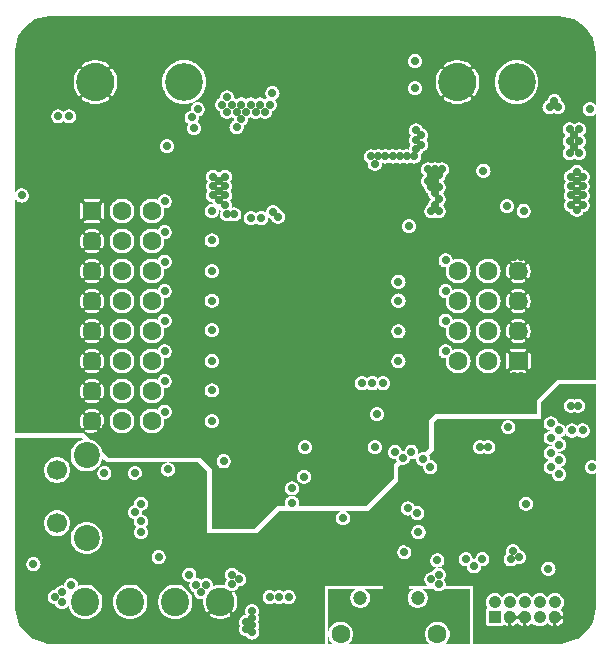
<source format=gbr>
G04 start of page 4 for group 2 idx 2 *
G04 Title: (unknown), gnd *
G04 Creator: pcb 1.99z *
G04 CreationDate: Wed 03 Sep 2014 19:39:49 GMT UTC *
G04 For: rbarlow *
G04 Format: Gerber/RS-274X *
G04 PCB-Dimensions (mm): 70.00 74.00 *
G04 PCB-Coordinate-Origin: lower left *
%MOMM*%
%FSLAX43Y43*%
%LNGROUP2*%
%ADD78C,0.650*%
%ADD77C,0.800*%
%ADD76C,1.000*%
%ADD75C,1.300*%
%ADD74C,0.300*%
%ADD73C,0.700*%
%ADD72C,1.050*%
%ADD71C,1.200*%
%ADD70C,3.200*%
%ADD69C,2.400*%
%ADD68C,1.600*%
%ADD67C,1.700*%
%ADD66C,2.200*%
%ADD65C,0.002*%
G54D65*G36*
X57999Y63167D02*X58700Y62700D01*
X59400Y61700D01*
X59600Y60500D01*
Y56032D01*
X59587Y56054D01*
X59526Y56126D01*
X59454Y56187D01*
X59373Y56236D01*
X59286Y56272D01*
X59194Y56294D01*
X59100Y56302D01*
X59006Y56294D01*
X58914Y56272D01*
X58827Y56236D01*
X58746Y56187D01*
X58674Y56126D01*
X58613Y56054D01*
X58564Y55973D01*
X58528Y55886D01*
X58506Y55794D01*
X58498Y55700D01*
X58506Y55606D01*
X58528Y55514D01*
X58564Y55427D01*
X58613Y55346D01*
X58674Y55274D01*
X58746Y55213D01*
X58827Y55164D01*
X58914Y55128D01*
X59006Y55106D01*
X59100Y55098D01*
X59194Y55106D01*
X59286Y55128D01*
X59373Y55164D01*
X59454Y55213D01*
X59526Y55274D01*
X59587Y55346D01*
X59600Y55368D01*
Y32800D01*
X57999D01*
Y46598D01*
X58000Y46598D01*
X58094Y46606D01*
X58186Y46628D01*
X58273Y46664D01*
X58354Y46713D01*
X58426Y46774D01*
X58487Y46846D01*
X58536Y46927D01*
X58568Y47004D01*
X58594Y47006D01*
X58686Y47028D01*
X58773Y47064D01*
X58854Y47113D01*
X58926Y47174D01*
X58987Y47246D01*
X59036Y47327D01*
X59072Y47414D01*
X59094Y47506D01*
X59100Y47600D01*
X59094Y47694D01*
X59072Y47786D01*
X59036Y47873D01*
X58987Y47954D01*
X58947Y48000D01*
X58987Y48046D01*
X59036Y48127D01*
X59072Y48214D01*
X59094Y48306D01*
X59100Y48400D01*
X59094Y48494D01*
X59072Y48586D01*
X59036Y48673D01*
X58987Y48754D01*
X58947Y48800D01*
X58987Y48846D01*
X59036Y48927D01*
X59072Y49014D01*
X59094Y49106D01*
X59100Y49200D01*
X59094Y49294D01*
X59072Y49386D01*
X59036Y49473D01*
X58987Y49554D01*
X58947Y49600D01*
X58987Y49646D01*
X59036Y49727D01*
X59072Y49814D01*
X59094Y49906D01*
X59100Y50000D01*
X59094Y50094D01*
X59072Y50186D01*
X59036Y50273D01*
X58987Y50354D01*
X58926Y50426D01*
X58854Y50487D01*
X58773Y50536D01*
X58686Y50572D01*
X58594Y50594D01*
X58568Y50596D01*
X58536Y50673D01*
X58487Y50754D01*
X58426Y50826D01*
X58354Y50887D01*
X58273Y50936D01*
X58186Y50972D01*
X58094Y50994D01*
X58000Y51002D01*
X57999Y51002D01*
Y51434D01*
X58014Y51428D01*
X58106Y51406D01*
X58200Y51398D01*
X58294Y51406D01*
X58386Y51428D01*
X58473Y51464D01*
X58554Y51513D01*
X58626Y51574D01*
X58687Y51646D01*
X58736Y51727D01*
X58772Y51814D01*
X58794Y51906D01*
X58800Y52000D01*
X58794Y52094D01*
X58772Y52186D01*
X58736Y52273D01*
X58687Y52354D01*
X58626Y52426D01*
X58554Y52487D01*
X58532Y52500D01*
X58554Y52513D01*
X58626Y52574D01*
X58687Y52646D01*
X58736Y52727D01*
X58772Y52814D01*
X58794Y52906D01*
X58800Y53000D01*
X58794Y53094D01*
X58772Y53186D01*
X58736Y53273D01*
X58687Y53354D01*
X58626Y53426D01*
X58554Y53487D01*
X58532Y53500D01*
X58554Y53513D01*
X58626Y53574D01*
X58687Y53646D01*
X58736Y53727D01*
X58772Y53814D01*
X58794Y53906D01*
X58800Y54000D01*
X58794Y54094D01*
X58772Y54186D01*
X58736Y54273D01*
X58687Y54354D01*
X58626Y54426D01*
X58554Y54487D01*
X58473Y54536D01*
X58386Y54572D01*
X58294Y54594D01*
X58200Y54602D01*
X58106Y54594D01*
X58014Y54572D01*
X57999Y54566D01*
Y63167D01*
G37*
G36*
X56049Y63600D02*X56400D01*
X57800Y63300D01*
X57999Y63167D01*
Y54566D01*
X57927Y54536D01*
X57846Y54487D01*
X57800Y54447D01*
X57754Y54487D01*
X57673Y54536D01*
X57586Y54572D01*
X57494Y54594D01*
X57400Y54602D01*
X57306Y54594D01*
X57214Y54572D01*
X57127Y54536D01*
X57046Y54487D01*
X56974Y54426D01*
X56913Y54354D01*
X56864Y54273D01*
X56828Y54186D01*
X56806Y54094D01*
X56798Y54000D01*
X56806Y53906D01*
X56828Y53814D01*
X56864Y53727D01*
X56913Y53646D01*
X56974Y53574D01*
X57046Y53513D01*
X57068Y53500D01*
X57046Y53487D01*
X56974Y53426D01*
X56913Y53354D01*
X56864Y53273D01*
X56828Y53186D01*
X56806Y53094D01*
X56798Y53000D01*
X56806Y52906D01*
X56828Y52814D01*
X56864Y52727D01*
X56913Y52646D01*
X56974Y52574D01*
X57046Y52513D01*
X57068Y52500D01*
X57046Y52487D01*
X56974Y52426D01*
X56913Y52354D01*
X56864Y52273D01*
X56828Y52186D01*
X56806Y52094D01*
X56798Y52000D01*
X56806Y51906D01*
X56828Y51814D01*
X56864Y51727D01*
X56913Y51646D01*
X56974Y51574D01*
X57046Y51513D01*
X57127Y51464D01*
X57214Y51428D01*
X57306Y51406D01*
X57400Y51398D01*
X57494Y51406D01*
X57586Y51428D01*
X57673Y51464D01*
X57754Y51513D01*
X57800Y51553D01*
X57846Y51513D01*
X57927Y51464D01*
X57999Y51434D01*
Y51002D01*
X57906Y50994D01*
X57814Y50972D01*
X57727Y50936D01*
X57646Y50887D01*
X57574Y50826D01*
X57513Y50754D01*
X57464Y50673D01*
X57432Y50596D01*
X57406Y50594D01*
X57314Y50572D01*
X57227Y50536D01*
X57146Y50487D01*
X57074Y50426D01*
X57013Y50354D01*
X56964Y50273D01*
X56928Y50186D01*
X56906Y50094D01*
X56898Y50000D01*
X56906Y49906D01*
X56928Y49814D01*
X56964Y49727D01*
X57013Y49646D01*
X57053Y49600D01*
X57013Y49554D01*
X56964Y49473D01*
X56928Y49386D01*
X56906Y49294D01*
X56898Y49200D01*
X56906Y49106D01*
X56928Y49014D01*
X56964Y48927D01*
X57013Y48846D01*
X57053Y48800D01*
X57013Y48754D01*
X56964Y48673D01*
X56928Y48586D01*
X56906Y48494D01*
X56898Y48400D01*
X56906Y48306D01*
X56928Y48214D01*
X56964Y48127D01*
X57013Y48046D01*
X57053Y48000D01*
X57013Y47954D01*
X56964Y47873D01*
X56928Y47786D01*
X56906Y47694D01*
X56898Y47600D01*
X56906Y47506D01*
X56928Y47414D01*
X56964Y47327D01*
X57013Y47246D01*
X57074Y47174D01*
X57146Y47113D01*
X57227Y47064D01*
X57314Y47028D01*
X57406Y47006D01*
X57432Y47004D01*
X57464Y46927D01*
X57513Y46846D01*
X57574Y46774D01*
X57646Y46713D01*
X57727Y46664D01*
X57814Y46628D01*
X57906Y46606D01*
X57999Y46598D01*
Y32800D01*
X56300D01*
X56049Y32549D01*
Y55410D01*
X56050Y55411D01*
X56127Y55364D01*
X56214Y55328D01*
X56306Y55306D01*
X56400Y55298D01*
X56494Y55306D01*
X56586Y55328D01*
X56673Y55364D01*
X56754Y55413D01*
X56826Y55474D01*
X56887Y55546D01*
X56936Y55627D01*
X56972Y55714D01*
X56994Y55806D01*
X57000Y55900D01*
X56994Y55994D01*
X56972Y56086D01*
X56936Y56173D01*
X56887Y56254D01*
X56826Y56326D01*
X56754Y56387D01*
X56699Y56421D01*
X56694Y56494D01*
X56672Y56586D01*
X56636Y56673D01*
X56587Y56754D01*
X56526Y56826D01*
X56454Y56887D01*
X56373Y56936D01*
X56286Y56972D01*
X56194Y56994D01*
X56100Y57002D01*
X56049Y56998D01*
Y63600D01*
G37*
G36*
X53965D02*X56049D01*
Y56998D01*
X56006Y56994D01*
X55914Y56972D01*
X55827Y56936D01*
X55746Y56887D01*
X55674Y56826D01*
X55613Y56754D01*
X55564Y56673D01*
X55528Y56586D01*
X55506Y56494D01*
X55504Y56468D01*
X55427Y56436D01*
X55346Y56387D01*
X55274Y56326D01*
X55213Y56254D01*
X55164Y56173D01*
X55128Y56086D01*
X55106Y55994D01*
X55098Y55900D01*
X55106Y55806D01*
X55128Y55714D01*
X55164Y55627D01*
X55213Y55546D01*
X55274Y55474D01*
X55346Y55413D01*
X55427Y55364D01*
X55514Y55328D01*
X55606Y55306D01*
X55700Y55298D01*
X55794Y55306D01*
X55886Y55328D01*
X55973Y55364D01*
X56049Y55410D01*
Y32549D01*
X54600Y31100D01*
Y29900D01*
X53965D01*
Y33705D01*
X53985Y33706D01*
X54004Y33711D01*
X54022Y33718D01*
X54039Y33729D01*
X54054Y33741D01*
X54066Y33756D01*
X54077Y33773D01*
X54084Y33791D01*
X54089Y33810D01*
X54090Y33830D01*
Y34930D01*
X54089Y34950D01*
X54084Y34969D01*
X54077Y34987D01*
X54066Y35004D01*
X54054Y35019D01*
X54039Y35031D01*
X54022Y35042D01*
X54004Y35049D01*
X53985Y35054D01*
X53965Y35055D01*
Y36424D01*
X53999Y36490D01*
X54035Y36582D01*
X54062Y36676D01*
X54081Y36773D01*
X54090Y36871D01*
Y36969D01*
X54081Y37067D01*
X54062Y37164D01*
X54035Y37258D01*
X53999Y37350D01*
X53965Y37418D01*
Y38964D01*
X53999Y39030D01*
X54035Y39122D01*
X54062Y39216D01*
X54081Y39313D01*
X54090Y39411D01*
Y39509D01*
X54081Y39607D01*
X54062Y39704D01*
X54035Y39798D01*
X53999Y39890D01*
X53965Y39958D01*
Y41504D01*
X53999Y41570D01*
X54035Y41662D01*
X54062Y41756D01*
X54081Y41853D01*
X54090Y41951D01*
Y42049D01*
X54081Y42147D01*
X54062Y42244D01*
X54035Y42338D01*
X53999Y42430D01*
X53965Y42498D01*
Y46721D01*
X53987Y46746D01*
X54036Y46827D01*
X54072Y46914D01*
X54094Y47006D01*
X54100Y47100D01*
X54094Y47194D01*
X54072Y47286D01*
X54036Y47373D01*
X53987Y47454D01*
X53965Y47479D01*
Y56483D01*
X53991Y56499D01*
X54212Y56688D01*
X54401Y56909D01*
X54553Y57158D01*
X54665Y57427D01*
X54733Y57710D01*
X54750Y58000D01*
X54733Y58290D01*
X54665Y58573D01*
X54553Y58842D01*
X54401Y59091D01*
X54212Y59312D01*
X53991Y59501D01*
X53965Y59517D01*
Y63600D01*
G37*
G36*
Y47479D02*X53926Y47526D01*
X53854Y47587D01*
X53773Y47636D01*
X53686Y47672D01*
X53594Y47694D01*
X53500Y47702D01*
X53499Y47702D01*
Y56246D01*
X53742Y56347D01*
X53965Y56483D01*
Y47479D01*
G37*
G36*
Y29900D02*X53499D01*
Y33330D01*
X53590D01*
X53610Y33331D01*
X53629Y33336D01*
X53647Y33343D01*
X53664Y33354D01*
X53679Y33366D01*
X53691Y33381D01*
X53702Y33398D01*
X53709Y33416D01*
X53714Y33435D01*
X53715Y33455D01*
X53714Y33475D01*
X53709Y33494D01*
X53702Y33512D01*
X53691Y33529D01*
X53679Y33544D01*
X53664Y33556D01*
X53647Y33567D01*
X53629Y33574D01*
X53610Y33579D01*
X53590Y33580D01*
X53499D01*
Y35180D01*
X53590D01*
X53610Y35181D01*
X53629Y35186D01*
X53647Y35193D01*
X53664Y35204D01*
X53679Y35216D01*
X53691Y35231D01*
X53702Y35248D01*
X53709Y35266D01*
X53714Y35285D01*
X53715Y35305D01*
X53714Y35325D01*
X53709Y35344D01*
X53702Y35362D01*
X53691Y35379D01*
X53679Y35394D01*
X53664Y35406D01*
X53647Y35417D01*
X53629Y35424D01*
X53610Y35429D01*
X53590Y35430D01*
X53499D01*
Y35976D01*
X53558Y36005D01*
X53574Y36016D01*
X53589Y36030D01*
X53601Y36045D01*
X53611Y36063D01*
X53617Y36081D01*
X53621Y36101D01*
X53622Y36121D01*
X53619Y36140D01*
X53614Y36159D01*
X53606Y36177D01*
X53594Y36194D01*
X53581Y36208D01*
X53565Y36220D01*
X53548Y36230D01*
X53529Y36237D01*
X53510Y36240D01*
X53499Y36241D01*
Y37600D01*
X53510Y37600D01*
X53529Y37604D01*
X53548Y37611D01*
X53565Y37620D01*
X53580Y37632D01*
X53594Y37647D01*
X53605Y37663D01*
X53613Y37681D01*
X53619Y37700D01*
X53621Y37719D01*
X53620Y37739D01*
X53617Y37758D01*
X53610Y37777D01*
X53600Y37794D01*
X53588Y37810D01*
X53574Y37823D01*
X53557Y37834D01*
X53499Y37864D01*
Y38516D01*
X53558Y38545D01*
X53574Y38556D01*
X53589Y38570D01*
X53601Y38585D01*
X53611Y38603D01*
X53617Y38621D01*
X53621Y38641D01*
X53622Y38661D01*
X53619Y38680D01*
X53614Y38699D01*
X53606Y38717D01*
X53594Y38734D01*
X53581Y38748D01*
X53565Y38760D01*
X53548Y38770D01*
X53529Y38777D01*
X53510Y38780D01*
X53499Y38781D01*
Y40140D01*
X53510Y40140D01*
X53529Y40144D01*
X53548Y40151D01*
X53565Y40160D01*
X53580Y40172D01*
X53594Y40187D01*
X53605Y40203D01*
X53613Y40221D01*
X53619Y40240D01*
X53621Y40259D01*
X53620Y40279D01*
X53617Y40298D01*
X53610Y40317D01*
X53600Y40334D01*
X53588Y40350D01*
X53574Y40363D01*
X53557Y40374D01*
X53499Y40404D01*
Y41056D01*
X53558Y41085D01*
X53574Y41096D01*
X53589Y41110D01*
X53601Y41125D01*
X53611Y41143D01*
X53617Y41161D01*
X53621Y41181D01*
X53622Y41201D01*
X53619Y41220D01*
X53614Y41239D01*
X53606Y41257D01*
X53594Y41274D01*
X53581Y41288D01*
X53565Y41300D01*
X53548Y41310D01*
X53529Y41317D01*
X53510Y41320D01*
X53499Y41321D01*
Y42680D01*
X53510Y42680D01*
X53529Y42684D01*
X53548Y42691D01*
X53565Y42700D01*
X53580Y42712D01*
X53594Y42727D01*
X53605Y42743D01*
X53613Y42761D01*
X53619Y42780D01*
X53621Y42799D01*
X53620Y42819D01*
X53617Y42838D01*
X53610Y42857D01*
X53600Y42874D01*
X53588Y42890D01*
X53574Y42903D01*
X53557Y42914D01*
X53499Y42944D01*
Y46498D01*
X53500Y46498D01*
X53594Y46506D01*
X53686Y46528D01*
X53773Y46564D01*
X53854Y46613D01*
X53926Y46674D01*
X53965Y46721D01*
Y42498D01*
X53955Y42518D01*
X53944Y42534D01*
X53930Y42549D01*
X53915Y42561D01*
X53897Y42571D01*
X53879Y42577D01*
X53859Y42581D01*
X53839Y42582D01*
X53820Y42579D01*
X53801Y42574D01*
X53783Y42566D01*
X53766Y42554D01*
X53752Y42541D01*
X53740Y42525D01*
X53730Y42508D01*
X53723Y42489D01*
X53720Y42470D01*
X53719Y42450D01*
X53721Y42430D01*
X53727Y42411D01*
X53735Y42394D01*
X53770Y42327D01*
X53797Y42258D01*
X53818Y42186D01*
X53832Y42112D01*
X53839Y42037D01*
Y41963D01*
X53832Y41888D01*
X53818Y41814D01*
X53797Y41742D01*
X53770Y41673D01*
X53736Y41606D01*
X53728Y41588D01*
X53722Y41569D01*
X53720Y41550D01*
X53720Y41530D01*
X53724Y41511D01*
X53731Y41492D01*
X53740Y41475D01*
X53752Y41460D01*
X53767Y41446D01*
X53783Y41435D01*
X53801Y41427D01*
X53820Y41421D01*
X53839Y41419D01*
X53859Y41420D01*
X53878Y41423D01*
X53897Y41430D01*
X53914Y41440D01*
X53930Y41452D01*
X53943Y41466D01*
X53954Y41483D01*
X53965Y41504D01*
Y39958D01*
X53955Y39978D01*
X53944Y39994D01*
X53930Y40009D01*
X53915Y40021D01*
X53897Y40031D01*
X53879Y40037D01*
X53859Y40041D01*
X53839Y40042D01*
X53820Y40039D01*
X53801Y40034D01*
X53783Y40026D01*
X53766Y40014D01*
X53752Y40001D01*
X53740Y39985D01*
X53730Y39968D01*
X53723Y39949D01*
X53720Y39930D01*
X53719Y39910D01*
X53721Y39890D01*
X53727Y39871D01*
X53735Y39854D01*
X53770Y39787D01*
X53797Y39718D01*
X53818Y39646D01*
X53832Y39572D01*
X53839Y39497D01*
Y39423D01*
X53832Y39348D01*
X53818Y39274D01*
X53797Y39202D01*
X53770Y39133D01*
X53736Y39066D01*
X53728Y39048D01*
X53722Y39029D01*
X53720Y39010D01*
X53720Y38990D01*
X53724Y38971D01*
X53731Y38952D01*
X53740Y38935D01*
X53752Y38920D01*
X53767Y38906D01*
X53783Y38895D01*
X53801Y38887D01*
X53820Y38881D01*
X53839Y38879D01*
X53859Y38880D01*
X53878Y38883D01*
X53897Y38890D01*
X53914Y38900D01*
X53930Y38912D01*
X53943Y38926D01*
X53954Y38943D01*
X53965Y38964D01*
Y37418D01*
X53955Y37438D01*
X53944Y37454D01*
X53930Y37469D01*
X53915Y37481D01*
X53897Y37491D01*
X53879Y37497D01*
X53859Y37501D01*
X53839Y37502D01*
X53820Y37499D01*
X53801Y37494D01*
X53783Y37486D01*
X53766Y37474D01*
X53752Y37461D01*
X53740Y37445D01*
X53730Y37428D01*
X53723Y37409D01*
X53720Y37390D01*
X53719Y37370D01*
X53721Y37350D01*
X53727Y37331D01*
X53735Y37314D01*
X53770Y37247D01*
X53797Y37178D01*
X53818Y37106D01*
X53832Y37032D01*
X53839Y36957D01*
Y36883D01*
X53832Y36808D01*
X53818Y36734D01*
X53797Y36662D01*
X53770Y36593D01*
X53736Y36526D01*
X53728Y36508D01*
X53722Y36489D01*
X53720Y36470D01*
X53720Y36450D01*
X53724Y36431D01*
X53731Y36412D01*
X53740Y36395D01*
X53752Y36380D01*
X53767Y36366D01*
X53783Y36355D01*
X53801Y36347D01*
X53820Y36341D01*
X53839Y36339D01*
X53859Y36340D01*
X53878Y36343D01*
X53897Y36350D01*
X53914Y36360D01*
X53930Y36372D01*
X53943Y36386D01*
X53954Y36403D01*
X53965Y36424D01*
Y35055D01*
X53945Y35054D01*
X53926Y35049D01*
X53908Y35042D01*
X53891Y35031D01*
X53876Y35019D01*
X53864Y35004D01*
X53853Y34987D01*
X53846Y34969D01*
X53841Y34950D01*
X53840Y34930D01*
Y33830D01*
X53841Y33810D01*
X53846Y33791D01*
X53853Y33773D01*
X53864Y33756D01*
X53876Y33741D01*
X53891Y33729D01*
X53908Y33718D01*
X53926Y33711D01*
X53945Y33706D01*
X53965Y33705D01*
Y29900D01*
G37*
G36*
X53499Y63600D02*X53965D01*
Y59517D01*
X53742Y59653D01*
X53499Y59754D01*
Y63600D01*
G37*
G36*
X52099Y56329D02*X52327Y56235D01*
X52610Y56167D01*
X52900Y56144D01*
X53190Y56167D01*
X53473Y56235D01*
X53499Y56246D01*
Y47702D01*
X53406Y47694D01*
X53314Y47672D01*
X53227Y47636D01*
X53146Y47587D01*
X53074Y47526D01*
X53013Y47454D01*
X52964Y47373D01*
X52928Y47286D01*
X52906Y47194D01*
X52898Y47100D01*
X52906Y47006D01*
X52928Y46914D01*
X52964Y46827D01*
X53013Y46746D01*
X53074Y46674D01*
X53146Y46613D01*
X53227Y46564D01*
X53314Y46528D01*
X53406Y46506D01*
X53499Y46498D01*
Y42944D01*
X53470Y42959D01*
X53378Y42995D01*
X53284Y43022D01*
X53187Y43041D01*
X53089Y43050D01*
X52991D01*
X52893Y43041D01*
X52796Y43022D01*
X52702Y42995D01*
X52610Y42959D01*
X52522Y42915D01*
X52506Y42904D01*
X52491Y42890D01*
X52479Y42875D01*
X52469Y42857D01*
X52463Y42839D01*
X52459Y42819D01*
X52458Y42799D01*
X52461Y42780D01*
X52466Y42761D01*
X52474Y42743D01*
X52486Y42726D01*
X52499Y42712D01*
X52515Y42700D01*
X52532Y42690D01*
X52551Y42683D01*
X52570Y42680D01*
X52590Y42679D01*
X52610Y42681D01*
X52629Y42687D01*
X52646Y42695D01*
X52713Y42730D01*
X52782Y42757D01*
X52854Y42778D01*
X52928Y42792D01*
X53003Y42799D01*
X53077D01*
X53152Y42792D01*
X53226Y42778D01*
X53298Y42757D01*
X53367Y42730D01*
X53434Y42696D01*
X53452Y42688D01*
X53471Y42682D01*
X53490Y42680D01*
X53499Y42680D01*
Y41321D01*
X53490Y41321D01*
X53470Y41319D01*
X53451Y41313D01*
X53434Y41305D01*
X53367Y41270D01*
X53298Y41243D01*
X53226Y41222D01*
X53152Y41208D01*
X53077Y41201D01*
X53003D01*
X52928Y41208D01*
X52854Y41222D01*
X52782Y41243D01*
X52713Y41270D01*
X52646Y41304D01*
X52628Y41312D01*
X52609Y41318D01*
X52590Y41320D01*
X52570Y41320D01*
X52551Y41316D01*
X52532Y41309D01*
X52515Y41300D01*
X52500Y41288D01*
X52486Y41273D01*
X52475Y41257D01*
X52467Y41239D01*
X52461Y41220D01*
X52459Y41201D01*
X52460Y41181D01*
X52463Y41162D01*
X52470Y41143D01*
X52480Y41126D01*
X52492Y41110D01*
X52506Y41097D01*
X52523Y41086D01*
X52610Y41041D01*
X52702Y41005D01*
X52796Y40978D01*
X52893Y40959D01*
X52991Y40950D01*
X53089D01*
X53187Y40959D01*
X53284Y40978D01*
X53378Y41005D01*
X53470Y41041D01*
X53499Y41056D01*
Y40404D01*
X53470Y40419D01*
X53378Y40455D01*
X53284Y40482D01*
X53187Y40501D01*
X53089Y40510D01*
X52991D01*
X52893Y40501D01*
X52796Y40482D01*
X52702Y40455D01*
X52610Y40419D01*
X52522Y40375D01*
X52506Y40364D01*
X52491Y40350D01*
X52479Y40335D01*
X52469Y40317D01*
X52463Y40299D01*
X52459Y40279D01*
X52458Y40259D01*
X52461Y40240D01*
X52466Y40221D01*
X52474Y40203D01*
X52486Y40186D01*
X52499Y40172D01*
X52515Y40160D01*
X52532Y40150D01*
X52551Y40143D01*
X52570Y40140D01*
X52590Y40139D01*
X52610Y40141D01*
X52629Y40147D01*
X52646Y40155D01*
X52713Y40190D01*
X52782Y40217D01*
X52854Y40238D01*
X52928Y40252D01*
X53003Y40259D01*
X53077D01*
X53152Y40252D01*
X53226Y40238D01*
X53298Y40217D01*
X53367Y40190D01*
X53434Y40156D01*
X53452Y40148D01*
X53471Y40142D01*
X53490Y40140D01*
X53499Y40140D01*
Y38781D01*
X53490Y38781D01*
X53470Y38779D01*
X53451Y38773D01*
X53434Y38765D01*
X53367Y38730D01*
X53298Y38703D01*
X53226Y38682D01*
X53152Y38668D01*
X53077Y38661D01*
X53003D01*
X52928Y38668D01*
X52854Y38682D01*
X52782Y38703D01*
X52713Y38730D01*
X52646Y38764D01*
X52628Y38772D01*
X52609Y38778D01*
X52590Y38780D01*
X52570Y38780D01*
X52551Y38776D01*
X52532Y38769D01*
X52515Y38760D01*
X52500Y38748D01*
X52486Y38733D01*
X52475Y38717D01*
X52467Y38699D01*
X52461Y38680D01*
X52459Y38661D01*
X52460Y38641D01*
X52463Y38622D01*
X52470Y38603D01*
X52480Y38586D01*
X52492Y38570D01*
X52506Y38557D01*
X52523Y38546D01*
X52610Y38501D01*
X52702Y38465D01*
X52796Y38438D01*
X52893Y38419D01*
X52991Y38410D01*
X53089D01*
X53187Y38419D01*
X53284Y38438D01*
X53378Y38465D01*
X53470Y38501D01*
X53499Y38516D01*
Y37864D01*
X53470Y37879D01*
X53378Y37915D01*
X53284Y37942D01*
X53187Y37961D01*
X53089Y37970D01*
X52991D01*
X52893Y37961D01*
X52796Y37942D01*
X52702Y37915D01*
X52610Y37879D01*
X52522Y37835D01*
X52506Y37824D01*
X52491Y37810D01*
X52479Y37795D01*
X52469Y37777D01*
X52463Y37759D01*
X52459Y37739D01*
X52458Y37719D01*
X52461Y37700D01*
X52466Y37681D01*
X52474Y37663D01*
X52486Y37646D01*
X52499Y37632D01*
X52515Y37620D01*
X52532Y37610D01*
X52551Y37603D01*
X52570Y37600D01*
X52590Y37599D01*
X52610Y37601D01*
X52629Y37607D01*
X52646Y37615D01*
X52713Y37650D01*
X52782Y37677D01*
X52854Y37698D01*
X52928Y37712D01*
X53003Y37719D01*
X53077D01*
X53152Y37712D01*
X53226Y37698D01*
X53298Y37677D01*
X53367Y37650D01*
X53434Y37616D01*
X53452Y37608D01*
X53471Y37602D01*
X53490Y37600D01*
X53499Y37600D01*
Y36241D01*
X53490Y36241D01*
X53470Y36239D01*
X53451Y36233D01*
X53434Y36225D01*
X53367Y36190D01*
X53298Y36163D01*
X53226Y36142D01*
X53152Y36128D01*
X53077Y36121D01*
X53003D01*
X52928Y36128D01*
X52854Y36142D01*
X52782Y36163D01*
X52713Y36190D01*
X52646Y36224D01*
X52628Y36232D01*
X52609Y36238D01*
X52590Y36240D01*
X52570Y36240D01*
X52551Y36236D01*
X52532Y36229D01*
X52515Y36220D01*
X52500Y36208D01*
X52486Y36193D01*
X52475Y36177D01*
X52467Y36159D01*
X52461Y36140D01*
X52459Y36121D01*
X52460Y36101D01*
X52463Y36082D01*
X52470Y36063D01*
X52480Y36046D01*
X52492Y36030D01*
X52506Y36017D01*
X52523Y36006D01*
X52610Y35961D01*
X52702Y35925D01*
X52796Y35898D01*
X52893Y35879D01*
X52991Y35870D01*
X53089D01*
X53187Y35879D01*
X53284Y35898D01*
X53378Y35925D01*
X53470Y35961D01*
X53499Y35976D01*
Y35430D01*
X52490D01*
X52470Y35429D01*
X52451Y35424D01*
X52433Y35417D01*
X52416Y35406D01*
X52401Y35394D01*
X52389Y35379D01*
X52378Y35362D01*
X52371Y35344D01*
X52366Y35325D01*
X52365Y35305D01*
X52366Y35285D01*
X52371Y35266D01*
X52378Y35248D01*
X52389Y35231D01*
X52401Y35216D01*
X52416Y35204D01*
X52433Y35193D01*
X52451Y35186D01*
X52470Y35181D01*
X52490Y35180D01*
X53499D01*
Y33580D01*
X52490D01*
X52470Y33579D01*
X52451Y33574D01*
X52433Y33567D01*
X52416Y33556D01*
X52401Y33544D01*
X52389Y33529D01*
X52378Y33512D01*
X52371Y33494D01*
X52366Y33475D01*
X52365Y33455D01*
X52366Y33435D01*
X52371Y33416D01*
X52378Y33398D01*
X52389Y33381D01*
X52401Y33366D01*
X52416Y33354D01*
X52433Y33343D01*
X52451Y33336D01*
X52470Y33331D01*
X52490Y33330D01*
X53499D01*
Y29900D01*
X52099D01*
Y33706D01*
X52115Y33705D01*
X52135Y33706D01*
X52154Y33711D01*
X52172Y33718D01*
X52189Y33729D01*
X52204Y33741D01*
X52216Y33756D01*
X52227Y33773D01*
X52234Y33791D01*
X52239Y33810D01*
X52240Y33830D01*
Y34930D01*
X52239Y34950D01*
X52234Y34969D01*
X52227Y34987D01*
X52216Y35004D01*
X52204Y35019D01*
X52189Y35031D01*
X52172Y35042D01*
X52154Y35049D01*
X52135Y35054D01*
X52115Y35055D01*
X52099Y35054D01*
Y36454D01*
X52125Y36402D01*
X52136Y36386D01*
X52150Y36371D01*
X52165Y36359D01*
X52183Y36349D01*
X52201Y36343D01*
X52221Y36339D01*
X52241Y36338D01*
X52260Y36341D01*
X52279Y36346D01*
X52297Y36354D01*
X52314Y36366D01*
X52328Y36379D01*
X52340Y36395D01*
X52350Y36412D01*
X52357Y36431D01*
X52360Y36450D01*
X52361Y36470D01*
X52359Y36490D01*
X52353Y36509D01*
X52345Y36526D01*
X52310Y36593D01*
X52283Y36662D01*
X52262Y36734D01*
X52248Y36808D01*
X52241Y36883D01*
Y36957D01*
X52248Y37032D01*
X52262Y37106D01*
X52283Y37178D01*
X52310Y37247D01*
X52344Y37314D01*
X52352Y37332D01*
X52358Y37351D01*
X52360Y37370D01*
X52360Y37390D01*
X52356Y37409D01*
X52349Y37428D01*
X52340Y37445D01*
X52328Y37460D01*
X52313Y37474D01*
X52297Y37485D01*
X52279Y37493D01*
X52260Y37499D01*
X52241Y37501D01*
X52221Y37500D01*
X52202Y37497D01*
X52183Y37490D01*
X52166Y37480D01*
X52150Y37468D01*
X52137Y37454D01*
X52126Y37437D01*
X52099Y37385D01*
Y38994D01*
X52125Y38942D01*
X52136Y38926D01*
X52150Y38911D01*
X52165Y38899D01*
X52183Y38889D01*
X52201Y38883D01*
X52221Y38879D01*
X52241Y38878D01*
X52260Y38881D01*
X52279Y38886D01*
X52297Y38894D01*
X52314Y38906D01*
X52328Y38919D01*
X52340Y38935D01*
X52350Y38952D01*
X52357Y38971D01*
X52360Y38990D01*
X52361Y39010D01*
X52359Y39030D01*
X52353Y39049D01*
X52345Y39066D01*
X52310Y39133D01*
X52283Y39202D01*
X52262Y39274D01*
X52248Y39348D01*
X52241Y39423D01*
Y39497D01*
X52248Y39572D01*
X52262Y39646D01*
X52283Y39718D01*
X52310Y39787D01*
X52344Y39854D01*
X52352Y39872D01*
X52358Y39891D01*
X52360Y39910D01*
X52360Y39930D01*
X52356Y39949D01*
X52349Y39968D01*
X52340Y39985D01*
X52328Y40000D01*
X52313Y40014D01*
X52297Y40025D01*
X52279Y40033D01*
X52260Y40039D01*
X52241Y40041D01*
X52221Y40040D01*
X52202Y40037D01*
X52183Y40030D01*
X52166Y40020D01*
X52150Y40008D01*
X52137Y39994D01*
X52126Y39977D01*
X52099Y39925D01*
Y41534D01*
X52125Y41482D01*
X52136Y41466D01*
X52150Y41451D01*
X52165Y41439D01*
X52183Y41429D01*
X52201Y41423D01*
X52221Y41419D01*
X52241Y41418D01*
X52260Y41421D01*
X52279Y41426D01*
X52297Y41434D01*
X52314Y41446D01*
X52328Y41459D01*
X52340Y41475D01*
X52350Y41492D01*
X52357Y41511D01*
X52360Y41530D01*
X52361Y41550D01*
X52359Y41570D01*
X52353Y41589D01*
X52345Y41606D01*
X52310Y41673D01*
X52283Y41742D01*
X52262Y41814D01*
X52248Y41888D01*
X52241Y41963D01*
Y42037D01*
X52248Y42112D01*
X52262Y42186D01*
X52283Y42258D01*
X52310Y42327D01*
X52344Y42394D01*
X52352Y42412D01*
X52358Y42431D01*
X52360Y42450D01*
X52360Y42470D01*
X52356Y42489D01*
X52349Y42508D01*
X52340Y42525D01*
X52328Y42540D01*
X52313Y42554D01*
X52297Y42565D01*
X52279Y42573D01*
X52260Y42579D01*
X52241Y42581D01*
X52221Y42580D01*
X52202Y42577D01*
X52183Y42570D01*
X52166Y42560D01*
X52150Y42548D01*
X52137Y42534D01*
X52126Y42517D01*
X52099Y42465D01*
Y46898D01*
X52100Y46898D01*
X52194Y46906D01*
X52286Y46928D01*
X52373Y46964D01*
X52454Y47013D01*
X52526Y47074D01*
X52587Y47146D01*
X52636Y47227D01*
X52672Y47314D01*
X52694Y47406D01*
X52700Y47500D01*
X52694Y47594D01*
X52672Y47686D01*
X52636Y47773D01*
X52587Y47854D01*
X52526Y47926D01*
X52454Y47987D01*
X52373Y48036D01*
X52286Y48072D01*
X52194Y48094D01*
X52100Y48102D01*
X52099Y48102D01*
Y56329D01*
G37*
G36*
Y63600D02*X53499D01*
Y59754D01*
X53473Y59765D01*
X53190Y59833D01*
X52900Y59856D01*
X52610Y59833D01*
X52327Y59765D01*
X52099Y59671D01*
Y63600D01*
G37*
G36*
X50498D02*X52099D01*
Y59671D01*
X52058Y59653D01*
X51809Y59501D01*
X51588Y59312D01*
X51399Y59091D01*
X51247Y58842D01*
X51135Y58573D01*
X51067Y58290D01*
X51044Y58000D01*
X51067Y57710D01*
X51135Y57427D01*
X51247Y57158D01*
X51399Y56909D01*
X51588Y56688D01*
X51809Y56499D01*
X52058Y56347D01*
X52099Y56329D01*
Y48102D01*
X52006Y48094D01*
X51914Y48072D01*
X51827Y48036D01*
X51746Y47987D01*
X51674Y47926D01*
X51613Y47854D01*
X51564Y47773D01*
X51528Y47686D01*
X51506Y47594D01*
X51498Y47500D01*
X51506Y47406D01*
X51528Y47314D01*
X51564Y47227D01*
X51613Y47146D01*
X51674Y47074D01*
X51746Y47013D01*
X51827Y46964D01*
X51914Y46928D01*
X52006Y46906D01*
X52099Y46898D01*
Y42465D01*
X52081Y42430D01*
X52045Y42338D01*
X52018Y42244D01*
X51999Y42147D01*
X51990Y42049D01*
Y41951D01*
X51999Y41853D01*
X52018Y41756D01*
X52045Y41662D01*
X52081Y41570D01*
X52099Y41534D01*
Y39925D01*
X52081Y39890D01*
X52045Y39798D01*
X52018Y39704D01*
X51999Y39607D01*
X51990Y39509D01*
Y39411D01*
X51999Y39313D01*
X52018Y39216D01*
X52045Y39122D01*
X52081Y39030D01*
X52099Y38994D01*
Y37385D01*
X52081Y37350D01*
X52045Y37258D01*
X52018Y37164D01*
X51999Y37067D01*
X51990Y36969D01*
Y36871D01*
X51999Y36773D01*
X52018Y36676D01*
X52045Y36582D01*
X52081Y36490D01*
X52099Y36454D01*
Y35054D01*
X52095Y35054D01*
X52076Y35049D01*
X52058Y35042D01*
X52041Y35031D01*
X52026Y35019D01*
X52014Y35004D01*
X52003Y34987D01*
X51996Y34969D01*
X51991Y34950D01*
X51990Y34930D01*
Y33830D01*
X51991Y33810D01*
X51996Y33791D01*
X52003Y33773D01*
X52014Y33756D01*
X52026Y33741D01*
X52041Y33729D01*
X52058Y33718D01*
X52076Y33711D01*
X52095Y33706D01*
X52099Y33706D01*
Y29900D01*
X50498D01*
Y33327D01*
X50500Y33327D01*
X50665Y33340D01*
X50825Y33378D01*
X50978Y33442D01*
X51119Y33528D01*
X51245Y33635D01*
X51352Y33761D01*
X51438Y33902D01*
X51502Y34055D01*
X51540Y34215D01*
X51550Y34380D01*
X51540Y34545D01*
X51502Y34705D01*
X51438Y34858D01*
X51352Y34999D01*
X51245Y35125D01*
X51119Y35232D01*
X50978Y35318D01*
X50825Y35382D01*
X50665Y35420D01*
X50500Y35433D01*
X50498Y35433D01*
Y35867D01*
X50500Y35867D01*
X50665Y35880D01*
X50825Y35918D01*
X50978Y35982D01*
X51119Y36068D01*
X51245Y36175D01*
X51352Y36301D01*
X51438Y36442D01*
X51502Y36595D01*
X51540Y36755D01*
X51550Y36920D01*
X51540Y37085D01*
X51502Y37245D01*
X51438Y37398D01*
X51352Y37539D01*
X51245Y37665D01*
X51119Y37772D01*
X50978Y37858D01*
X50825Y37922D01*
X50665Y37960D01*
X50500Y37973D01*
X50498Y37973D01*
Y38407D01*
X50500Y38407D01*
X50665Y38420D01*
X50825Y38458D01*
X50978Y38522D01*
X51119Y38608D01*
X51245Y38715D01*
X51352Y38841D01*
X51438Y38982D01*
X51502Y39135D01*
X51540Y39295D01*
X51550Y39460D01*
X51540Y39625D01*
X51502Y39785D01*
X51438Y39938D01*
X51352Y40079D01*
X51245Y40205D01*
X51119Y40312D01*
X50978Y40398D01*
X50825Y40462D01*
X50665Y40500D01*
X50500Y40513D01*
X50498Y40513D01*
Y40947D01*
X50500Y40947D01*
X50665Y40960D01*
X50825Y40998D01*
X50978Y41062D01*
X51119Y41148D01*
X51245Y41255D01*
X51352Y41381D01*
X51438Y41522D01*
X51502Y41675D01*
X51540Y41835D01*
X51550Y42000D01*
X51540Y42165D01*
X51502Y42325D01*
X51438Y42478D01*
X51352Y42619D01*
X51245Y42745D01*
X51119Y42852D01*
X50978Y42938D01*
X50825Y43002D01*
X50665Y43040D01*
X50500Y43053D01*
X50498Y43053D01*
Y50051D01*
X50526Y50074D01*
X50587Y50146D01*
X50636Y50227D01*
X50672Y50314D01*
X50694Y50406D01*
X50700Y50500D01*
X50694Y50594D01*
X50672Y50686D01*
X50636Y50773D01*
X50587Y50854D01*
X50526Y50926D01*
X50498Y50949D01*
Y63600D01*
G37*
G36*
X49454Y58374D02*X49473Y58291D01*
X49493Y58146D01*
X49500Y58000D01*
X49493Y57854D01*
X49473Y57709D01*
X49454Y57626D01*
Y58374D01*
G37*
G36*
Y34288D02*X49460Y34215D01*
X49498Y34055D01*
X49562Y33902D01*
X49648Y33761D01*
X49755Y33635D01*
X49881Y33528D01*
X50022Y33442D01*
X50175Y33378D01*
X50335Y33340D01*
X50498Y33327D01*
Y29900D01*
X49454D01*
Y34288D01*
G37*
G36*
Y36828D02*X49460Y36755D01*
X49498Y36595D01*
X49562Y36442D01*
X49648Y36301D01*
X49755Y36175D01*
X49881Y36068D01*
X50022Y35982D01*
X50175Y35918D01*
X50335Y35880D01*
X50498Y35867D01*
Y35433D01*
X50335Y35420D01*
X50175Y35382D01*
X50022Y35318D01*
X49881Y35232D01*
X49755Y35125D01*
X49648Y34999D01*
X49562Y34858D01*
X49498Y34705D01*
X49460Y34545D01*
X49454Y34472D01*
Y36828D01*
G37*
G36*
Y39368D02*X49460Y39295D01*
X49498Y39135D01*
X49562Y38982D01*
X49648Y38841D01*
X49755Y38715D01*
X49881Y38608D01*
X50022Y38522D01*
X50175Y38458D01*
X50335Y38420D01*
X50498Y38407D01*
Y37973D01*
X50335Y37960D01*
X50175Y37922D01*
X50022Y37858D01*
X49881Y37772D01*
X49755Y37665D01*
X49648Y37539D01*
X49562Y37398D01*
X49498Y37245D01*
X49460Y37085D01*
X49454Y37012D01*
Y39368D01*
G37*
G36*
Y41908D02*X49460Y41835D01*
X49498Y41675D01*
X49562Y41522D01*
X49648Y41381D01*
X49755Y41255D01*
X49881Y41148D01*
X50022Y41062D01*
X50175Y40998D01*
X50335Y40960D01*
X50498Y40947D01*
Y40513D01*
X50335Y40500D01*
X50175Y40462D01*
X50022Y40398D01*
X49881Y40312D01*
X49755Y40205D01*
X49648Y40079D01*
X49562Y39938D01*
X49498Y39785D01*
X49460Y39625D01*
X49454Y39552D01*
Y41908D01*
G37*
G36*
Y63600D02*X50498D01*
Y50949D01*
X50454Y50987D01*
X50373Y51036D01*
X50286Y51072D01*
X50194Y51094D01*
X50100Y51102D01*
X50006Y51094D01*
X49914Y51072D01*
X49827Y51036D01*
X49746Y50987D01*
X49674Y50926D01*
X49613Y50854D01*
X49564Y50773D01*
X49528Y50686D01*
X49506Y50594D01*
X49498Y50500D01*
X49506Y50406D01*
X49528Y50314D01*
X49564Y50227D01*
X49613Y50146D01*
X49674Y50074D01*
X49746Y50013D01*
X49827Y49964D01*
X49914Y49928D01*
X50006Y49906D01*
X50100Y49898D01*
X50194Y49906D01*
X50286Y49928D01*
X50373Y49964D01*
X50454Y50013D01*
X50498Y50051D01*
Y43053D01*
X50335Y43040D01*
X50175Y43002D01*
X50022Y42938D01*
X49881Y42852D01*
X49755Y42745D01*
X49648Y42619D01*
X49562Y42478D01*
X49498Y42325D01*
X49460Y42165D01*
X49454Y42092D01*
Y56996D01*
X49480Y57034D01*
X49561Y57182D01*
X49629Y57337D01*
X49683Y57498D01*
X49721Y57663D01*
X49744Y57831D01*
X49752Y58000D01*
X49744Y58169D01*
X49721Y58337D01*
X49683Y58502D01*
X49629Y58663D01*
X49561Y58818D01*
X49480Y58966D01*
X49454Y59005D01*
Y63600D01*
G37*
G36*
X47654D02*X49454D01*
Y59005D01*
X49385Y59107D01*
X49372Y59122D01*
X49357Y59135D01*
X49339Y59145D01*
X49321Y59152D01*
X49301Y59157D01*
X49282Y59158D01*
X49262Y59156D01*
X49242Y59151D01*
X49224Y59143D01*
X49207Y59133D01*
X49192Y59120D01*
X49179Y59104D01*
X49169Y59087D01*
X49162Y59069D01*
X49157Y59049D01*
X49156Y59029D01*
X49158Y59009D01*
X49163Y58990D01*
X49171Y58972D01*
X49182Y58955D01*
X49265Y58835D01*
X49335Y58707D01*
X49394Y58573D01*
X49440Y58434D01*
X49454Y58374D01*
Y57626D01*
X49440Y57566D01*
X49394Y57427D01*
X49335Y57293D01*
X49265Y57165D01*
X49183Y57044D01*
X49172Y57027D01*
X49164Y57009D01*
X49160Y56990D01*
X49158Y56971D01*
X49159Y56951D01*
X49163Y56932D01*
X49171Y56914D01*
X49181Y56897D01*
X49193Y56882D01*
X49208Y56869D01*
X49225Y56858D01*
X49243Y56850D01*
X49262Y56846D01*
X49282Y56844D01*
X49301Y56845D01*
X49320Y56849D01*
X49339Y56857D01*
X49356Y56867D01*
X49371Y56879D01*
X49383Y56894D01*
X49454Y56996D01*
Y42092D01*
X49447Y42000D01*
X49454Y41908D01*
Y39552D01*
X49447Y39460D01*
X49454Y39368D01*
Y37012D01*
X49447Y36920D01*
X49454Y36828D01*
Y34472D01*
X49447Y34380D01*
X49454Y34288D01*
Y29900D01*
X47654D01*
Y33374D01*
X47795Y33340D01*
X47960Y33327D01*
X48125Y33340D01*
X48285Y33378D01*
X48438Y33442D01*
X48579Y33528D01*
X48705Y33635D01*
X48812Y33761D01*
X48898Y33902D01*
X48962Y34055D01*
X49000Y34215D01*
X49010Y34380D01*
X49000Y34545D01*
X48962Y34705D01*
X48898Y34858D01*
X48812Y34999D01*
X48705Y35125D01*
X48579Y35232D01*
X48438Y35318D01*
X48285Y35382D01*
X48125Y35420D01*
X47960Y35433D01*
X47795Y35420D01*
X47654Y35386D01*
Y35914D01*
X47795Y35880D01*
X47960Y35867D01*
X48125Y35880D01*
X48285Y35918D01*
X48438Y35982D01*
X48579Y36068D01*
X48705Y36175D01*
X48812Y36301D01*
X48898Y36442D01*
X48962Y36595D01*
X49000Y36755D01*
X49010Y36920D01*
X49000Y37085D01*
X48962Y37245D01*
X48898Y37398D01*
X48812Y37539D01*
X48705Y37665D01*
X48579Y37772D01*
X48438Y37858D01*
X48285Y37922D01*
X48125Y37960D01*
X47960Y37973D01*
X47795Y37960D01*
X47654Y37926D01*
Y38454D01*
X47795Y38420D01*
X47960Y38407D01*
X48125Y38420D01*
X48285Y38458D01*
X48438Y38522D01*
X48579Y38608D01*
X48705Y38715D01*
X48812Y38841D01*
X48898Y38982D01*
X48962Y39135D01*
X49000Y39295D01*
X49010Y39460D01*
X49000Y39625D01*
X48962Y39785D01*
X48898Y39938D01*
X48812Y40079D01*
X48705Y40205D01*
X48579Y40312D01*
X48438Y40398D01*
X48285Y40462D01*
X48125Y40500D01*
X47960Y40513D01*
X47795Y40500D01*
X47654Y40466D01*
Y40994D01*
X47795Y40960D01*
X47960Y40947D01*
X48125Y40960D01*
X48285Y40998D01*
X48438Y41062D01*
X48579Y41148D01*
X48705Y41255D01*
X48812Y41381D01*
X48898Y41522D01*
X48962Y41675D01*
X49000Y41835D01*
X49010Y42000D01*
X49000Y42165D01*
X48962Y42325D01*
X48898Y42478D01*
X48812Y42619D01*
X48705Y42745D01*
X48579Y42852D01*
X48438Y42938D01*
X48285Y43002D01*
X48125Y43040D01*
X47960Y43053D01*
X47795Y43040D01*
X47654Y43006D01*
Y56166D01*
X47731Y56156D01*
X47900Y56148D01*
X48069Y56156D01*
X48237Y56179D01*
X48402Y56217D01*
X48563Y56271D01*
X48718Y56339D01*
X48866Y56420D01*
X49007Y56515D01*
X49022Y56528D01*
X49035Y56543D01*
X49045Y56561D01*
X49052Y56579D01*
X49057Y56599D01*
X49058Y56618D01*
X49056Y56638D01*
X49051Y56658D01*
X49043Y56676D01*
X49033Y56693D01*
X49020Y56708D01*
X49004Y56721D01*
X48987Y56731D01*
X48969Y56738D01*
X48949Y56743D01*
X48929Y56744D01*
X48909Y56742D01*
X48890Y56737D01*
X48872Y56729D01*
X48855Y56718D01*
X48735Y56635D01*
X48607Y56565D01*
X48473Y56506D01*
X48334Y56460D01*
X48191Y56427D01*
X48046Y56407D01*
X47900Y56400D01*
X47754Y56407D01*
X47654Y56420D01*
Y59580D01*
X47754Y59593D01*
X47900Y59600D01*
X48046Y59593D01*
X48191Y59573D01*
X48334Y59540D01*
X48473Y59494D01*
X48607Y59435D01*
X48735Y59365D01*
X48856Y59283D01*
X48873Y59272D01*
X48891Y59264D01*
X48910Y59260D01*
X48929Y59258D01*
X48949Y59259D01*
X48968Y59263D01*
X48986Y59271D01*
X49003Y59281D01*
X49018Y59293D01*
X49031Y59308D01*
X49042Y59325D01*
X49050Y59343D01*
X49054Y59362D01*
X49056Y59382D01*
X49055Y59401D01*
X49051Y59420D01*
X49043Y59439D01*
X49033Y59456D01*
X49021Y59471D01*
X49006Y59483D01*
X48866Y59580D01*
X48718Y59662D01*
X48563Y59729D01*
X48402Y59783D01*
X48237Y59821D01*
X48069Y59844D01*
X47900Y59852D01*
X47731Y59844D01*
X47654Y59834D01*
Y63600D01*
G37*
G36*
X46346Y34970D02*X46364Y34927D01*
X46413Y34846D01*
X46474Y34774D01*
X46546Y34713D01*
X46627Y34664D01*
X46714Y34628D01*
X46806Y34606D01*
X46900Y34598D01*
X46933Y34601D01*
X46920Y34545D01*
X46907Y34380D01*
X46920Y34215D01*
X46958Y34055D01*
X47022Y33902D01*
X47108Y33761D01*
X47215Y33635D01*
X47341Y33528D01*
X47482Y33442D01*
X47635Y33378D01*
X47654Y33374D01*
Y29900D01*
X46346D01*
Y34970D01*
G37*
G36*
Y37570D02*X46364Y37527D01*
X46413Y37446D01*
X46474Y37374D01*
X46546Y37313D01*
X46627Y37264D01*
X46714Y37228D01*
X46806Y37206D01*
X46900Y37198D01*
X46948Y37202D01*
X46920Y37085D01*
X46907Y36920D01*
X46920Y36755D01*
X46958Y36595D01*
X47022Y36442D01*
X47108Y36301D01*
X47215Y36175D01*
X47341Y36068D01*
X47482Y35982D01*
X47635Y35918D01*
X47654Y35914D01*
Y35386D01*
X47635Y35382D01*
X47488Y35321D01*
X47472Y35386D01*
X47436Y35473D01*
X47387Y35554D01*
X47326Y35626D01*
X47254Y35687D01*
X47173Y35736D01*
X47086Y35772D01*
X46994Y35794D01*
X46900Y35802D01*
X46806Y35794D01*
X46714Y35772D01*
X46627Y35736D01*
X46546Y35687D01*
X46474Y35626D01*
X46413Y35554D01*
X46364Y35473D01*
X46346Y35430D01*
Y37570D01*
G37*
G36*
Y40070D02*X46364Y40027D01*
X46413Y39946D01*
X46474Y39874D01*
X46546Y39813D01*
X46627Y39764D01*
X46714Y39728D01*
X46806Y39706D01*
X46900Y39698D01*
X46938Y39701D01*
X46920Y39625D01*
X46907Y39460D01*
X46920Y39295D01*
X46958Y39135D01*
X47022Y38982D01*
X47108Y38841D01*
X47215Y38715D01*
X47341Y38608D01*
X47482Y38522D01*
X47635Y38458D01*
X47654Y38454D01*
Y37926D01*
X47635Y37922D01*
X47496Y37864D01*
X47494Y37894D01*
X47472Y37986D01*
X47436Y38073D01*
X47387Y38154D01*
X47326Y38226D01*
X47254Y38287D01*
X47173Y38336D01*
X47086Y38372D01*
X46994Y38394D01*
X46900Y38402D01*
X46806Y38394D01*
X46714Y38372D01*
X46627Y38336D01*
X46546Y38287D01*
X46474Y38226D01*
X46413Y38154D01*
X46364Y38073D01*
X46346Y38030D01*
Y40070D01*
G37*
G36*
Y42670D02*X46364Y42627D01*
X46413Y42546D01*
X46474Y42474D01*
X46546Y42413D01*
X46627Y42364D01*
X46714Y42328D01*
X46806Y42306D01*
X46900Y42298D01*
X46953Y42302D01*
X46920Y42165D01*
X46907Y42000D01*
X46920Y41835D01*
X46958Y41675D01*
X47022Y41522D01*
X47108Y41381D01*
X47215Y41255D01*
X47341Y41148D01*
X47482Y41062D01*
X47635Y40998D01*
X47654Y40994D01*
Y40466D01*
X47635Y40462D01*
X47492Y40403D01*
X47472Y40486D01*
X47436Y40573D01*
X47387Y40654D01*
X47326Y40726D01*
X47254Y40787D01*
X47173Y40836D01*
X47086Y40872D01*
X46994Y40894D01*
X46900Y40902D01*
X46806Y40894D01*
X46714Y40872D01*
X46627Y40836D01*
X46546Y40787D01*
X46474Y40726D01*
X46413Y40654D01*
X46364Y40573D01*
X46346Y40530D01*
Y42670D01*
G37*
G36*
Y63600D02*X47654D01*
Y59834D01*
X47563Y59821D01*
X47398Y59783D01*
X47237Y59729D01*
X47082Y59662D01*
X46934Y59580D01*
X46793Y59485D01*
X46778Y59472D01*
X46765Y59457D01*
X46755Y59439D01*
X46748Y59421D01*
X46743Y59401D01*
X46742Y59382D01*
X46744Y59362D01*
X46749Y59342D01*
X46757Y59324D01*
X46767Y59307D01*
X46780Y59292D01*
X46796Y59279D01*
X46813Y59269D01*
X46831Y59262D01*
X46851Y59257D01*
X46871Y59256D01*
X46891Y59258D01*
X46910Y59263D01*
X46928Y59271D01*
X46945Y59282D01*
X47065Y59365D01*
X47193Y59435D01*
X47327Y59494D01*
X47466Y59540D01*
X47609Y59573D01*
X47654Y59580D01*
Y56420D01*
X47609Y56427D01*
X47466Y56460D01*
X47327Y56506D01*
X47193Y56565D01*
X47065Y56635D01*
X46944Y56717D01*
X46927Y56728D01*
X46909Y56736D01*
X46890Y56740D01*
X46871Y56742D01*
X46851Y56741D01*
X46832Y56737D01*
X46814Y56729D01*
X46797Y56719D01*
X46782Y56707D01*
X46769Y56692D01*
X46758Y56675D01*
X46750Y56657D01*
X46746Y56638D01*
X46744Y56618D01*
X46745Y56599D01*
X46749Y56580D01*
X46757Y56561D01*
X46767Y56544D01*
X46779Y56529D01*
X46794Y56517D01*
X46934Y56420D01*
X47082Y56339D01*
X47237Y56271D01*
X47398Y56217D01*
X47563Y56179D01*
X47654Y56166D01*
Y43006D01*
X47635Y43002D01*
X47497Y42945D01*
X47494Y42994D01*
X47472Y43086D01*
X47436Y43173D01*
X47387Y43254D01*
X47326Y43326D01*
X47254Y43387D01*
X47173Y43436D01*
X47086Y43472D01*
X46994Y43494D01*
X46900Y43502D01*
X46806Y43494D01*
X46714Y43472D01*
X46627Y43436D01*
X46546Y43387D01*
X46474Y43326D01*
X46413Y43254D01*
X46364Y43173D01*
X46346Y43130D01*
Y46502D01*
X46394Y46506D01*
X46486Y46528D01*
X46573Y46564D01*
X46654Y46613D01*
X46726Y46674D01*
X46787Y46746D01*
X46836Y46827D01*
X46872Y46914D01*
X46894Y47006D01*
X46900Y47100D01*
X46894Y47194D01*
X46872Y47286D01*
X46836Y47373D01*
X46787Y47454D01*
X46726Y47526D01*
X46654Y47587D01*
X46632Y47600D01*
X46654Y47613D01*
X46726Y47674D01*
X46787Y47746D01*
X46836Y47827D01*
X46872Y47914D01*
X46894Y48006D01*
X46900Y48100D01*
X46894Y48194D01*
X46872Y48286D01*
X46836Y48373D01*
X46787Y48454D01*
X46726Y48526D01*
X46654Y48587D01*
X46632Y48600D01*
X46654Y48613D01*
X46726Y48674D01*
X46787Y48746D01*
X46836Y48827D01*
X46872Y48914D01*
X46894Y49006D01*
X46900Y49100D01*
X46894Y49194D01*
X46872Y49286D01*
X46836Y49373D01*
X46787Y49454D01*
X46726Y49526D01*
X46654Y49587D01*
X46632Y49600D01*
X46654Y49613D01*
X46726Y49674D01*
X46787Y49746D01*
X46836Y49827D01*
X46872Y49914D01*
X46894Y50006D01*
X46899Y50079D01*
X46954Y50113D01*
X47026Y50174D01*
X47087Y50246D01*
X47136Y50327D01*
X47172Y50414D01*
X47194Y50506D01*
X47200Y50600D01*
X47194Y50694D01*
X47172Y50786D01*
X47136Y50873D01*
X47087Y50954D01*
X47026Y51026D01*
X46954Y51087D01*
X46873Y51136D01*
X46786Y51172D01*
X46694Y51194D01*
X46600Y51202D01*
X46506Y51194D01*
X46414Y51172D01*
X46346Y51144D01*
Y56995D01*
X46415Y56893D01*
X46428Y56878D01*
X46443Y56865D01*
X46461Y56855D01*
X46479Y56848D01*
X46499Y56843D01*
X46518Y56842D01*
X46538Y56844D01*
X46558Y56849D01*
X46576Y56857D01*
X46593Y56867D01*
X46608Y56880D01*
X46621Y56896D01*
X46631Y56913D01*
X46638Y56931D01*
X46643Y56951D01*
X46644Y56971D01*
X46642Y56991D01*
X46637Y57010D01*
X46629Y57028D01*
X46618Y57045D01*
X46535Y57165D01*
X46465Y57293D01*
X46406Y57427D01*
X46360Y57566D01*
X46346Y57626D01*
Y58374D01*
X46360Y58434D01*
X46406Y58573D01*
X46465Y58707D01*
X46535Y58835D01*
X46617Y58956D01*
X46628Y58973D01*
X46636Y58991D01*
X46640Y59010D01*
X46642Y59029D01*
X46641Y59049D01*
X46637Y59068D01*
X46629Y59086D01*
X46619Y59103D01*
X46607Y59118D01*
X46592Y59131D01*
X46575Y59142D01*
X46557Y59150D01*
X46538Y59154D01*
X46518Y59156D01*
X46499Y59155D01*
X46480Y59151D01*
X46461Y59143D01*
X46444Y59133D01*
X46429Y59121D01*
X46417Y59106D01*
X46346Y59004D01*
Y63600D01*
G37*
G36*
Y57626D02*X46327Y57709D01*
X46307Y57854D01*
X46300Y58000D01*
X46307Y58146D01*
X46327Y58291D01*
X46346Y58374D01*
Y57626D01*
G37*
G36*
Y43130D02*X46328Y43086D01*
X46306Y42994D01*
X46298Y42900D01*
X46306Y42806D01*
X46328Y42714D01*
X46346Y42670D01*
Y40530D01*
X46328Y40486D01*
X46306Y40394D01*
X46298Y40300D01*
X46306Y40206D01*
X46328Y40114D01*
X46346Y40070D01*
Y38030D01*
X46328Y37986D01*
X46306Y37894D01*
X46298Y37800D01*
X46306Y37706D01*
X46328Y37614D01*
X46346Y37570D01*
Y35430D01*
X46328Y35386D01*
X46306Y35294D01*
X46298Y35200D01*
X46306Y35106D01*
X46328Y35014D01*
X46346Y34970D01*
Y29900D01*
X46000D01*
X45999Y29899D01*
Y46580D01*
X46000Y46580D01*
X46027Y46564D01*
X46114Y46528D01*
X46206Y46506D01*
X46300Y46498D01*
X46346Y46502D01*
Y43130D01*
G37*
G36*
X45999Y63600D02*X46346D01*
Y59004D01*
X46320Y58966D01*
X46238Y58818D01*
X46171Y58663D01*
X46117Y58502D01*
X46079Y58337D01*
X46056Y58169D01*
X46048Y58000D01*
X46056Y57831D01*
X46079Y57663D01*
X46117Y57498D01*
X46171Y57337D01*
X46238Y57182D01*
X46320Y57034D01*
X46346Y56995D01*
Y51144D01*
X46327Y51136D01*
X46300Y51120D01*
X46273Y51136D01*
X46186Y51172D01*
X46094Y51194D01*
X46000Y51202D01*
X45999Y51202D01*
Y63600D01*
G37*
G36*
X43799Y52288D02*X43801Y52266D01*
X43799Y52267D01*
Y52288D01*
G37*
G36*
Y53088D02*X43806Y53006D01*
X43828Y52914D01*
X43864Y52827D01*
X43913Y52746D01*
X43953Y52700D01*
X43913Y52654D01*
X43864Y52573D01*
X43828Y52486D01*
X43806Y52394D01*
X43799Y52312D01*
Y53088D01*
G37*
G36*
Y53888D02*X43806Y53806D01*
X43828Y53714D01*
X43864Y53627D01*
X43913Y53546D01*
X43953Y53500D01*
X43913Y53454D01*
X43864Y53373D01*
X43828Y53286D01*
X43806Y53194D01*
X43799Y53112D01*
Y53888D01*
G37*
G36*
Y63600D02*X45999D01*
Y51202D01*
X45906Y51194D01*
X45814Y51172D01*
X45727Y51136D01*
X45700Y51120D01*
X45673Y51136D01*
X45586Y51172D01*
X45494Y51194D01*
X45400Y51202D01*
X45306Y51194D01*
X45214Y51172D01*
X45127Y51136D01*
X45046Y51087D01*
X44974Y51026D01*
X44913Y50954D01*
X44864Y50873D01*
X44828Y50786D01*
X44806Y50694D01*
X44798Y50600D01*
X44806Y50506D01*
X44828Y50414D01*
X44864Y50327D01*
X44913Y50246D01*
X44974Y50174D01*
X45046Y50113D01*
X45068Y50100D01*
X45046Y50087D01*
X44974Y50026D01*
X44913Y49954D01*
X44864Y49873D01*
X44828Y49786D01*
X44806Y49694D01*
X44798Y49600D01*
X44806Y49506D01*
X44828Y49414D01*
X44864Y49327D01*
X44913Y49246D01*
X44974Y49174D01*
X45046Y49113D01*
X45100Y49080D01*
X45106Y49006D01*
X45128Y48914D01*
X45164Y48827D01*
X45213Y48746D01*
X45274Y48674D01*
X45346Y48613D01*
X45400Y48580D01*
X45406Y48506D01*
X45428Y48414D01*
X45464Y48327D01*
X45513Y48246D01*
X45574Y48174D01*
X45646Y48113D01*
X45668Y48100D01*
X45646Y48087D01*
X45574Y48026D01*
X45513Y47954D01*
X45464Y47873D01*
X45428Y47786D01*
X45406Y47694D01*
X45400Y47620D01*
X45346Y47587D01*
X45274Y47526D01*
X45213Y47454D01*
X45164Y47373D01*
X45128Y47286D01*
X45106Y47194D01*
X45098Y47100D01*
X45106Y47006D01*
X45128Y46914D01*
X45164Y46827D01*
X45213Y46746D01*
X45274Y46674D01*
X45346Y46613D01*
X45427Y46564D01*
X45514Y46528D01*
X45606Y46506D01*
X45700Y46498D01*
X45794Y46506D01*
X45886Y46528D01*
X45973Y46564D01*
X45999Y46580D01*
Y29899D01*
X45500Y29400D01*
Y27000D01*
X45175Y26675D01*
X45094Y26694D01*
X45000Y26702D01*
X44906Y26694D01*
X44814Y26672D01*
X44727Y26636D01*
X44646Y26587D01*
X44575Y26526D01*
X44594Y26606D01*
X44600Y26700D01*
X44594Y26794D01*
X44572Y26886D01*
X44536Y26973D01*
X44487Y27054D01*
X44426Y27126D01*
X44354Y27187D01*
X44273Y27236D01*
X44186Y27272D01*
X44094Y27294D01*
X44000Y27302D01*
X43906Y27294D01*
X43814Y27272D01*
X43799Y27266D01*
Y45198D01*
X43800Y45198D01*
X43894Y45206D01*
X43986Y45228D01*
X44073Y45264D01*
X44154Y45313D01*
X44226Y45374D01*
X44287Y45446D01*
X44336Y45527D01*
X44372Y45614D01*
X44394Y45706D01*
X44400Y45800D01*
X44394Y45894D01*
X44372Y45986D01*
X44336Y46073D01*
X44287Y46154D01*
X44226Y46226D01*
X44154Y46287D01*
X44073Y46336D01*
X43986Y46372D01*
X43894Y46394D01*
X43800Y46402D01*
X43799Y46402D01*
Y51133D01*
X43873Y51164D01*
X43900Y51180D01*
X43927Y51164D01*
X44014Y51128D01*
X44106Y51106D01*
X44200Y51098D01*
X44294Y51106D01*
X44386Y51128D01*
X44473Y51164D01*
X44554Y51213D01*
X44626Y51274D01*
X44687Y51346D01*
X44736Y51427D01*
X44772Y51514D01*
X44794Y51606D01*
X44800Y51700D01*
X44794Y51794D01*
X44784Y51839D01*
X44826Y51874D01*
X44887Y51946D01*
X44936Y52027D01*
X44972Y52114D01*
X44975Y52125D01*
X44986Y52128D01*
X45073Y52164D01*
X45154Y52213D01*
X45226Y52274D01*
X45287Y52346D01*
X45336Y52427D01*
X45372Y52514D01*
X45394Y52606D01*
X45400Y52700D01*
X45394Y52794D01*
X45372Y52886D01*
X45336Y52973D01*
X45287Y53054D01*
X45247Y53100D01*
X45287Y53146D01*
X45336Y53227D01*
X45372Y53314D01*
X45394Y53406D01*
X45400Y53500D01*
X45394Y53594D01*
X45372Y53686D01*
X45336Y53773D01*
X45287Y53854D01*
X45226Y53926D01*
X45154Y53987D01*
X45073Y54036D01*
X44986Y54072D01*
X44975Y54075D01*
X44972Y54086D01*
X44936Y54173D01*
X44887Y54254D01*
X44826Y54326D01*
X44754Y54387D01*
X44673Y54436D01*
X44586Y54472D01*
X44494Y54494D01*
X44400Y54502D01*
X44306Y54494D01*
X44214Y54472D01*
X44127Y54436D01*
X44046Y54387D01*
X43974Y54326D01*
X43913Y54254D01*
X43864Y54173D01*
X43828Y54086D01*
X43806Y53994D01*
X43799Y53912D01*
Y57169D01*
X43813Y57146D01*
X43874Y57074D01*
X43946Y57013D01*
X44027Y56964D01*
X44114Y56928D01*
X44206Y56906D01*
X44300Y56898D01*
X44394Y56906D01*
X44486Y56928D01*
X44573Y56964D01*
X44654Y57013D01*
X44726Y57074D01*
X44787Y57146D01*
X44836Y57227D01*
X44872Y57314D01*
X44894Y57406D01*
X44900Y57500D01*
X44894Y57594D01*
X44872Y57686D01*
X44836Y57773D01*
X44787Y57854D01*
X44726Y57926D01*
X44654Y57987D01*
X44573Y58036D01*
X44486Y58072D01*
X44394Y58094D01*
X44300Y58102D01*
X44206Y58094D01*
X44114Y58072D01*
X44027Y58036D01*
X43946Y57987D01*
X43874Y57926D01*
X43813Y57854D01*
X43799Y57831D01*
Y59469D01*
X43813Y59446D01*
X43874Y59374D01*
X43946Y59313D01*
X44027Y59264D01*
X44114Y59228D01*
X44206Y59206D01*
X44300Y59198D01*
X44394Y59206D01*
X44486Y59228D01*
X44573Y59264D01*
X44654Y59313D01*
X44726Y59374D01*
X44787Y59446D01*
X44836Y59527D01*
X44872Y59614D01*
X44894Y59706D01*
X44900Y59800D01*
X44894Y59894D01*
X44872Y59986D01*
X44836Y60073D01*
X44787Y60154D01*
X44726Y60226D01*
X44654Y60287D01*
X44573Y60336D01*
X44486Y60372D01*
X44394Y60394D01*
X44300Y60402D01*
X44206Y60394D01*
X44114Y60372D01*
X44027Y60336D01*
X43946Y60287D01*
X43874Y60226D01*
X43813Y60154D01*
X43799Y60131D01*
Y63600D01*
G37*
G36*
X42899Y51107D02*X42906Y51106D01*
X43000Y51098D01*
X43094Y51106D01*
X43186Y51128D01*
X43273Y51164D01*
X43300Y51180D01*
X43327Y51164D01*
X43414Y51128D01*
X43506Y51106D01*
X43600Y51098D01*
X43694Y51106D01*
X43786Y51128D01*
X43799Y51133D01*
Y46402D01*
X43706Y46394D01*
X43614Y46372D01*
X43527Y46336D01*
X43446Y46287D01*
X43374Y46226D01*
X43313Y46154D01*
X43264Y46073D01*
X43228Y45986D01*
X43206Y45894D01*
X43198Y45800D01*
X43206Y45706D01*
X43228Y45614D01*
X43264Y45527D01*
X43313Y45446D01*
X43374Y45374D01*
X43446Y45313D01*
X43527Y45264D01*
X43614Y45228D01*
X43706Y45206D01*
X43799Y45198D01*
Y27266D01*
X43727Y27236D01*
X43646Y27187D01*
X43574Y27126D01*
X43513Y27054D01*
X43464Y26973D01*
X43428Y26886D01*
X43406Y26794D01*
X43405Y26792D01*
X43394Y26794D01*
X43300Y26802D01*
X43206Y26794D01*
X43195Y26792D01*
X43194Y26794D01*
X43172Y26886D01*
X43136Y26973D01*
X43087Y27054D01*
X43026Y27126D01*
X42954Y27187D01*
X42899Y27220D01*
Y33798D01*
X42900Y33798D01*
X42994Y33806D01*
X43086Y33828D01*
X43173Y33864D01*
X43254Y33913D01*
X43326Y33974D01*
X43387Y34046D01*
X43436Y34127D01*
X43472Y34214D01*
X43494Y34306D01*
X43500Y34400D01*
X43494Y34494D01*
X43472Y34586D01*
X43436Y34673D01*
X43387Y34754D01*
X43326Y34826D01*
X43254Y34887D01*
X43173Y34936D01*
X43086Y34972D01*
X42994Y34994D01*
X42900Y35002D01*
X42899Y35002D01*
Y36298D01*
X42900Y36298D01*
X42994Y36306D01*
X43086Y36328D01*
X43173Y36364D01*
X43254Y36413D01*
X43326Y36474D01*
X43387Y36546D01*
X43436Y36627D01*
X43472Y36714D01*
X43494Y36806D01*
X43500Y36900D01*
X43494Y36994D01*
X43472Y37086D01*
X43436Y37173D01*
X43387Y37254D01*
X43326Y37326D01*
X43254Y37387D01*
X43173Y37436D01*
X43086Y37472D01*
X42994Y37494D01*
X42900Y37502D01*
X42899Y37502D01*
Y38898D01*
X42900Y38898D01*
X42994Y38906D01*
X43086Y38928D01*
X43173Y38964D01*
X43254Y39013D01*
X43326Y39074D01*
X43387Y39146D01*
X43436Y39227D01*
X43472Y39314D01*
X43494Y39406D01*
X43500Y39500D01*
X43494Y39594D01*
X43472Y39686D01*
X43436Y39773D01*
X43387Y39854D01*
X43326Y39926D01*
X43254Y39987D01*
X43173Y40036D01*
X43086Y40072D01*
X42994Y40094D01*
X42900Y40102D01*
X42899Y40102D01*
Y40498D01*
X42900Y40498D01*
X42994Y40506D01*
X43086Y40528D01*
X43173Y40564D01*
X43254Y40613D01*
X43326Y40674D01*
X43387Y40746D01*
X43436Y40827D01*
X43472Y40914D01*
X43494Y41006D01*
X43500Y41100D01*
X43494Y41194D01*
X43472Y41286D01*
X43436Y41373D01*
X43387Y41454D01*
X43326Y41526D01*
X43254Y41587D01*
X43173Y41636D01*
X43086Y41672D01*
X42994Y41694D01*
X42900Y41702D01*
X42899Y41702D01*
Y51107D01*
G37*
G36*
X41099Y50533D02*X41173Y50564D01*
X41254Y50613D01*
X41326Y50674D01*
X41387Y50746D01*
X41436Y50827D01*
X41472Y50914D01*
X41494Y51006D01*
X41500Y51100D01*
X41495Y51177D01*
X41500Y51180D01*
X41527Y51164D01*
X41614Y51128D01*
X41706Y51106D01*
X41800Y51098D01*
X41894Y51106D01*
X41986Y51128D01*
X42073Y51164D01*
X42100Y51180D01*
X42127Y51164D01*
X42214Y51128D01*
X42306Y51106D01*
X42400Y51098D01*
X42494Y51106D01*
X42586Y51128D01*
X42673Y51164D01*
X42700Y51180D01*
X42727Y51164D01*
X42814Y51128D01*
X42899Y51107D01*
Y41702D01*
X42806Y41694D01*
X42714Y41672D01*
X42627Y41636D01*
X42546Y41587D01*
X42474Y41526D01*
X42413Y41454D01*
X42364Y41373D01*
X42328Y41286D01*
X42306Y41194D01*
X42298Y41100D01*
X42306Y41006D01*
X42328Y40914D01*
X42364Y40827D01*
X42413Y40746D01*
X42474Y40674D01*
X42546Y40613D01*
X42627Y40564D01*
X42714Y40528D01*
X42806Y40506D01*
X42899Y40498D01*
Y40102D01*
X42806Y40094D01*
X42714Y40072D01*
X42627Y40036D01*
X42546Y39987D01*
X42474Y39926D01*
X42413Y39854D01*
X42364Y39773D01*
X42328Y39686D01*
X42306Y39594D01*
X42298Y39500D01*
X42306Y39406D01*
X42328Y39314D01*
X42364Y39227D01*
X42413Y39146D01*
X42474Y39074D01*
X42546Y39013D01*
X42627Y38964D01*
X42714Y38928D01*
X42806Y38906D01*
X42899Y38898D01*
Y37502D01*
X42806Y37494D01*
X42714Y37472D01*
X42627Y37436D01*
X42546Y37387D01*
X42474Y37326D01*
X42413Y37254D01*
X42364Y37173D01*
X42328Y37086D01*
X42306Y36994D01*
X42298Y36900D01*
X42306Y36806D01*
X42328Y36714D01*
X42364Y36627D01*
X42413Y36546D01*
X42474Y36474D01*
X42546Y36413D01*
X42627Y36364D01*
X42714Y36328D01*
X42806Y36306D01*
X42899Y36298D01*
Y35002D01*
X42806Y34994D01*
X42714Y34972D01*
X42627Y34936D01*
X42546Y34887D01*
X42474Y34826D01*
X42413Y34754D01*
X42364Y34673D01*
X42328Y34586D01*
X42306Y34494D01*
X42298Y34400D01*
X42306Y34306D01*
X42328Y34214D01*
X42364Y34127D01*
X42413Y34046D01*
X42474Y33974D01*
X42546Y33913D01*
X42627Y33864D01*
X42714Y33828D01*
X42806Y33806D01*
X42899Y33798D01*
Y27220D01*
X42873Y27236D01*
X42786Y27272D01*
X42694Y27294D01*
X42600Y27302D01*
X42506Y27294D01*
X42414Y27272D01*
X42327Y27236D01*
X42246Y27187D01*
X42174Y27126D01*
X42113Y27054D01*
X42064Y26973D01*
X42028Y26886D01*
X42006Y26794D01*
X41998Y26700D01*
X42006Y26606D01*
X42028Y26514D01*
X42064Y26427D01*
X42113Y26346D01*
X42174Y26274D01*
X42246Y26213D01*
X42327Y26164D01*
X42414Y26128D01*
X42506Y26106D01*
X42600Y26098D01*
X42694Y26106D01*
X42705Y26108D01*
X42706Y26106D01*
X42728Y26014D01*
X42764Y25927D01*
X42788Y25888D01*
X42500Y25600D01*
Y24400D01*
X41099Y22999D01*
Y26533D01*
X41173Y26564D01*
X41254Y26613D01*
X41326Y26674D01*
X41387Y26746D01*
X41436Y26827D01*
X41472Y26914D01*
X41494Y27006D01*
X41500Y27100D01*
X41494Y27194D01*
X41472Y27286D01*
X41436Y27373D01*
X41387Y27454D01*
X41326Y27526D01*
X41254Y27587D01*
X41173Y27636D01*
X41099Y27667D01*
Y29298D01*
X41100Y29298D01*
X41194Y29306D01*
X41286Y29328D01*
X41373Y29364D01*
X41454Y29413D01*
X41526Y29474D01*
X41587Y29546D01*
X41636Y29627D01*
X41672Y29714D01*
X41694Y29806D01*
X41700Y29900D01*
X41694Y29994D01*
X41672Y30086D01*
X41636Y30173D01*
X41587Y30254D01*
X41526Y30326D01*
X41454Y30387D01*
X41373Y30436D01*
X41286Y30472D01*
X41194Y30494D01*
X41100Y30502D01*
X41099Y30502D01*
Y32052D01*
X41126Y32074D01*
X41150Y32103D01*
X41174Y32074D01*
X41246Y32013D01*
X41327Y31964D01*
X41414Y31928D01*
X41506Y31906D01*
X41600Y31898D01*
X41694Y31906D01*
X41786Y31928D01*
X41873Y31964D01*
X41954Y32013D01*
X42026Y32074D01*
X42087Y32146D01*
X42136Y32227D01*
X42172Y32314D01*
X42194Y32406D01*
X42200Y32500D01*
X42194Y32594D01*
X42172Y32686D01*
X42136Y32773D01*
X42087Y32854D01*
X42026Y32926D01*
X41954Y32987D01*
X41873Y33036D01*
X41786Y33072D01*
X41694Y33094D01*
X41600Y33102D01*
X41506Y33094D01*
X41414Y33072D01*
X41327Y33036D01*
X41246Y32987D01*
X41174Y32926D01*
X41150Y32897D01*
X41126Y32926D01*
X41099Y32948D01*
Y50533D01*
G37*
G36*
Y63600D02*X43799D01*
Y60131D01*
X43764Y60073D01*
X43728Y59986D01*
X43706Y59894D01*
X43698Y59800D01*
X43706Y59706D01*
X43728Y59614D01*
X43764Y59527D01*
X43799Y59469D01*
Y57831D01*
X43764Y57773D01*
X43728Y57686D01*
X43706Y57594D01*
X43698Y57500D01*
X43706Y57406D01*
X43728Y57314D01*
X43764Y57227D01*
X43799Y57169D01*
Y53912D01*
X43798Y53900D01*
X43799Y53888D01*
Y53112D01*
X43798Y53100D01*
X43799Y53088D01*
Y52312D01*
X43798Y52300D01*
X43799Y52288D01*
Y52267D01*
X43786Y52272D01*
X43694Y52294D01*
X43600Y52302D01*
X43506Y52294D01*
X43414Y52272D01*
X43327Y52236D01*
X43300Y52220D01*
X43273Y52236D01*
X43186Y52272D01*
X43094Y52294D01*
X43000Y52302D01*
X42906Y52294D01*
X42814Y52272D01*
X42727Y52236D01*
X42700Y52220D01*
X42673Y52236D01*
X42586Y52272D01*
X42494Y52294D01*
X42400Y52302D01*
X42306Y52294D01*
X42214Y52272D01*
X42127Y52236D01*
X42100Y52220D01*
X42073Y52236D01*
X41986Y52272D01*
X41894Y52294D01*
X41800Y52302D01*
X41706Y52294D01*
X41614Y52272D01*
X41527Y52236D01*
X41500Y52220D01*
X41473Y52236D01*
X41386Y52272D01*
X41294Y52294D01*
X41200Y52302D01*
X41106Y52294D01*
X41099Y52293D01*
Y63600D01*
G37*
G36*
X34899D02*X41099D01*
Y52293D01*
X41014Y52272D01*
X40927Y52236D01*
X40900Y52220D01*
X40873Y52236D01*
X40786Y52272D01*
X40694Y52294D01*
X40600Y52302D01*
X40506Y52294D01*
X40414Y52272D01*
X40327Y52236D01*
X40246Y52187D01*
X40174Y52126D01*
X40113Y52054D01*
X40064Y51973D01*
X40028Y51886D01*
X40006Y51794D01*
X39998Y51700D01*
X40006Y51606D01*
X40028Y51514D01*
X40064Y51427D01*
X40113Y51346D01*
X40174Y51274D01*
X40246Y51213D01*
X40304Y51178D01*
X40298Y51100D01*
X40306Y51006D01*
X40328Y50914D01*
X40364Y50827D01*
X40413Y50746D01*
X40474Y50674D01*
X40546Y50613D01*
X40627Y50564D01*
X40714Y50528D01*
X40806Y50506D01*
X40900Y50498D01*
X40994Y50506D01*
X41086Y50528D01*
X41099Y50533D01*
Y32948D01*
X41054Y32987D01*
X40973Y33036D01*
X40886Y33072D01*
X40794Y33094D01*
X40700Y33102D01*
X40606Y33094D01*
X40514Y33072D01*
X40427Y33036D01*
X40346Y32987D01*
X40274Y32926D01*
X40250Y32897D01*
X40226Y32926D01*
X40154Y32987D01*
X40073Y33036D01*
X39986Y33072D01*
X39894Y33094D01*
X39800Y33102D01*
X39706Y33094D01*
X39614Y33072D01*
X39527Y33036D01*
X39446Y32987D01*
X39374Y32926D01*
X39313Y32854D01*
X39264Y32773D01*
X39228Y32686D01*
X39206Y32594D01*
X39198Y32500D01*
X39206Y32406D01*
X39228Y32314D01*
X39264Y32227D01*
X39313Y32146D01*
X39374Y32074D01*
X39446Y32013D01*
X39527Y31964D01*
X39614Y31928D01*
X39706Y31906D01*
X39800Y31898D01*
X39894Y31906D01*
X39986Y31928D01*
X40073Y31964D01*
X40154Y32013D01*
X40226Y32074D01*
X40250Y32103D01*
X40274Y32074D01*
X40346Y32013D01*
X40427Y31964D01*
X40514Y31928D01*
X40606Y31906D01*
X40700Y31898D01*
X40794Y31906D01*
X40886Y31928D01*
X40973Y31964D01*
X41054Y32013D01*
X41099Y32052D01*
Y30502D01*
X41006Y30494D01*
X40914Y30472D01*
X40827Y30436D01*
X40746Y30387D01*
X40674Y30326D01*
X40613Y30254D01*
X40564Y30173D01*
X40528Y30086D01*
X40506Y29994D01*
X40498Y29900D01*
X40506Y29806D01*
X40528Y29714D01*
X40564Y29627D01*
X40613Y29546D01*
X40674Y29474D01*
X40746Y29413D01*
X40827Y29364D01*
X40914Y29328D01*
X41006Y29306D01*
X41099Y29298D01*
Y27667D01*
X41086Y27672D01*
X40994Y27694D01*
X40900Y27702D01*
X40806Y27694D01*
X40714Y27672D01*
X40627Y27636D01*
X40546Y27587D01*
X40474Y27526D01*
X40413Y27454D01*
X40364Y27373D01*
X40328Y27286D01*
X40306Y27194D01*
X40298Y27100D01*
X40306Y27006D01*
X40328Y26914D01*
X40364Y26827D01*
X40413Y26746D01*
X40474Y26674D01*
X40546Y26613D01*
X40627Y26564D01*
X40714Y26528D01*
X40806Y26506D01*
X40900Y26498D01*
X40994Y26506D01*
X41086Y26528D01*
X41099Y26533D01*
Y22999D01*
X40200Y22100D01*
X34899D01*
Y23998D01*
X34900Y23998D01*
X34994Y24006D01*
X35086Y24028D01*
X35173Y24064D01*
X35254Y24113D01*
X35326Y24174D01*
X35387Y24246D01*
X35436Y24327D01*
X35472Y24414D01*
X35494Y24506D01*
X35500Y24600D01*
X35494Y24694D01*
X35472Y24786D01*
X35436Y24873D01*
X35387Y24954D01*
X35326Y25026D01*
X35254Y25087D01*
X35173Y25136D01*
X35086Y25172D01*
X34994Y25194D01*
X34900Y25202D01*
X34899Y25202D01*
Y26507D01*
X34906Y26506D01*
X35000Y26498D01*
X35094Y26506D01*
X35186Y26528D01*
X35273Y26564D01*
X35354Y26613D01*
X35426Y26674D01*
X35487Y26746D01*
X35536Y26827D01*
X35572Y26914D01*
X35594Y27006D01*
X35600Y27100D01*
X35594Y27194D01*
X35572Y27286D01*
X35536Y27373D01*
X35487Y27454D01*
X35426Y27526D01*
X35354Y27587D01*
X35273Y27636D01*
X35186Y27672D01*
X35094Y27694D01*
X35000Y27702D01*
X34906Y27694D01*
X34899Y27693D01*
Y63600D01*
G37*
G36*
X30117D02*X34899D01*
Y27693D01*
X34814Y27672D01*
X34727Y27636D01*
X34646Y27587D01*
X34574Y27526D01*
X34513Y27454D01*
X34464Y27373D01*
X34428Y27286D01*
X34406Y27194D01*
X34398Y27100D01*
X34406Y27006D01*
X34428Y26914D01*
X34464Y26827D01*
X34513Y26746D01*
X34574Y26674D01*
X34646Y26613D01*
X34727Y26564D01*
X34814Y26528D01*
X34899Y26507D01*
Y25202D01*
X34806Y25194D01*
X34714Y25172D01*
X34627Y25136D01*
X34546Y25087D01*
X34474Y25026D01*
X34413Y24954D01*
X34364Y24873D01*
X34328Y24786D01*
X34306Y24694D01*
X34298Y24600D01*
X34306Y24506D01*
X34328Y24414D01*
X34364Y24327D01*
X34413Y24246D01*
X34474Y24174D01*
X34546Y24113D01*
X34627Y24064D01*
X34714Y24028D01*
X34806Y24006D01*
X34899Y23998D01*
Y22100D01*
X34420D01*
X34436Y22127D01*
X34472Y22214D01*
X34494Y22306D01*
X34500Y22400D01*
X34494Y22494D01*
X34472Y22586D01*
X34436Y22673D01*
X34387Y22754D01*
X34326Y22826D01*
X34254Y22887D01*
X34173Y22936D01*
X34086Y22972D01*
X33994Y22994D01*
X33924Y23000D01*
X33994Y23006D01*
X34086Y23028D01*
X34173Y23064D01*
X34254Y23113D01*
X34326Y23174D01*
X34387Y23246D01*
X34436Y23327D01*
X34472Y23414D01*
X34494Y23506D01*
X34500Y23600D01*
X34494Y23694D01*
X34472Y23786D01*
X34436Y23873D01*
X34387Y23954D01*
X34326Y24026D01*
X34254Y24087D01*
X34173Y24136D01*
X34086Y24172D01*
X33994Y24194D01*
X33900Y24202D01*
X33806Y24194D01*
X33714Y24172D01*
X33627Y24136D01*
X33546Y24087D01*
X33474Y24026D01*
X33413Y23954D01*
X33364Y23873D01*
X33328Y23786D01*
X33306Y23694D01*
X33298Y23600D01*
X33306Y23506D01*
X33328Y23414D01*
X33364Y23327D01*
X33413Y23246D01*
X33474Y23174D01*
X33546Y23113D01*
X33627Y23064D01*
X33714Y23028D01*
X33806Y23006D01*
X33876Y23000D01*
X33806Y22994D01*
X33714Y22972D01*
X33627Y22936D01*
X33546Y22887D01*
X33474Y22826D01*
X33413Y22754D01*
X33364Y22673D01*
X33328Y22586D01*
X33306Y22494D01*
X33298Y22400D01*
X33306Y22306D01*
X33328Y22214D01*
X33364Y22127D01*
X33380Y22100D01*
X32600D01*
X30700Y20200D01*
X30117D01*
Y45970D01*
X30127Y45964D01*
X30214Y45928D01*
X30306Y45906D01*
X30400Y45898D01*
X30494Y45906D01*
X30586Y45928D01*
X30673Y45964D01*
X30754Y46013D01*
X30826Y46074D01*
X30850Y46103D01*
X30874Y46074D01*
X30946Y46013D01*
X31027Y45964D01*
X31114Y45928D01*
X31206Y45906D01*
X31300Y45898D01*
X31394Y45906D01*
X31486Y45928D01*
X31573Y45964D01*
X31654Y46013D01*
X31726Y46074D01*
X31787Y46146D01*
X31836Y46227D01*
X31872Y46314D01*
X31894Y46406D01*
X31900Y46500D01*
X31897Y46555D01*
X31946Y46513D01*
X32027Y46464D01*
X32114Y46428D01*
X32125Y46425D01*
X32128Y46414D01*
X32164Y46327D01*
X32213Y46246D01*
X32274Y46174D01*
X32346Y46113D01*
X32427Y46064D01*
X32514Y46028D01*
X32606Y46006D01*
X32700Y45998D01*
X32794Y46006D01*
X32886Y46028D01*
X32973Y46064D01*
X33054Y46113D01*
X33126Y46174D01*
X33187Y46246D01*
X33236Y46327D01*
X33272Y46414D01*
X33294Y46506D01*
X33300Y46600D01*
X33294Y46694D01*
X33272Y46786D01*
X33236Y46873D01*
X33187Y46954D01*
X33126Y47026D01*
X33054Y47087D01*
X32973Y47136D01*
X32886Y47172D01*
X32875Y47175D01*
X32872Y47186D01*
X32836Y47273D01*
X32787Y47354D01*
X32726Y47426D01*
X32654Y47487D01*
X32573Y47536D01*
X32486Y47572D01*
X32394Y47594D01*
X32300Y47602D01*
X32206Y47594D01*
X32114Y47572D01*
X32027Y47536D01*
X31946Y47487D01*
X31874Y47426D01*
X31813Y47354D01*
X31764Y47273D01*
X31728Y47186D01*
X31706Y47094D01*
X31698Y47000D01*
X31702Y46945D01*
X31654Y46987D01*
X31573Y47036D01*
X31486Y47072D01*
X31394Y47094D01*
X31300Y47102D01*
X31206Y47094D01*
X31114Y47072D01*
X31027Y47036D01*
X30946Y46987D01*
X30874Y46926D01*
X30850Y46897D01*
X30826Y46926D01*
X30754Y46987D01*
X30673Y47036D01*
X30586Y47072D01*
X30494Y47094D01*
X30400Y47102D01*
X30306Y47094D01*
X30214Y47072D01*
X30127Y47036D01*
X30117Y47030D01*
Y54595D01*
X30136Y54627D01*
X30172Y54714D01*
X30194Y54806D01*
X30200Y54900D01*
X30198Y54933D01*
X30273Y54964D01*
X30354Y55013D01*
X30400Y55053D01*
X30446Y55013D01*
X30527Y54964D01*
X30614Y54928D01*
X30706Y54906D01*
X30800Y54898D01*
X30894Y54906D01*
X30986Y54928D01*
X31073Y54964D01*
X31154Y55013D01*
X31200Y55053D01*
X31246Y55013D01*
X31327Y54964D01*
X31414Y54928D01*
X31506Y54906D01*
X31600Y54898D01*
X31694Y54906D01*
X31786Y54928D01*
X31873Y54964D01*
X31954Y55013D01*
X32026Y55074D01*
X32087Y55146D01*
X32136Y55227D01*
X32172Y55314D01*
X32194Y55406D01*
X32200Y55500D01*
X32198Y55533D01*
X32273Y55564D01*
X32354Y55613D01*
X32426Y55674D01*
X32487Y55746D01*
X32536Y55827D01*
X32572Y55914D01*
X32594Y56006D01*
X32600Y56100D01*
X32594Y56194D01*
X32572Y56286D01*
X32536Y56373D01*
X32487Y56454D01*
X32445Y56503D01*
X32508Y56529D01*
X32589Y56578D01*
X32661Y56639D01*
X32722Y56711D01*
X32771Y56792D01*
X32807Y56879D01*
X32829Y56971D01*
X32835Y57065D01*
X32829Y57159D01*
X32807Y57251D01*
X32771Y57338D01*
X32722Y57419D01*
X32661Y57491D01*
X32589Y57552D01*
X32508Y57601D01*
X32421Y57637D01*
X32329Y57659D01*
X32235Y57667D01*
X32141Y57659D01*
X32049Y57637D01*
X31962Y57601D01*
X31881Y57552D01*
X31809Y57491D01*
X31748Y57419D01*
X31699Y57338D01*
X31663Y57251D01*
X31641Y57159D01*
X31633Y57065D01*
X31641Y56971D01*
X31663Y56879D01*
X31699Y56792D01*
X31748Y56711D01*
X31790Y56662D01*
X31727Y56636D01*
X31646Y56587D01*
X31600Y56547D01*
X31554Y56587D01*
X31473Y56636D01*
X31386Y56672D01*
X31294Y56694D01*
X31200Y56702D01*
X31106Y56694D01*
X31014Y56672D01*
X30927Y56636D01*
X30846Y56587D01*
X30800Y56547D01*
X30754Y56587D01*
X30673Y56636D01*
X30586Y56672D01*
X30494Y56694D01*
X30400Y56702D01*
X30306Y56694D01*
X30214Y56672D01*
X30127Y56636D01*
X30117Y56630D01*
Y63600D01*
G37*
G36*
X27099Y47807D02*X27106Y47806D01*
X27132Y47804D01*
X27164Y47727D01*
X27183Y47695D01*
X27100Y47702D01*
X27099Y47702D01*
Y47807D01*
G37*
G36*
X28099Y54981D02*X28127Y54964D01*
X28214Y54928D01*
X28306Y54906D01*
X28400Y54898D01*
X28494Y54906D01*
X28586Y54928D01*
X28673Y54964D01*
X28754Y55013D01*
X28800Y55053D01*
X28846Y55013D01*
X28927Y54964D01*
X29001Y54933D01*
X28998Y54900D01*
X29006Y54806D01*
X29014Y54772D01*
X28927Y54736D01*
X28846Y54687D01*
X28774Y54626D01*
X28713Y54554D01*
X28664Y54473D01*
X28628Y54386D01*
X28606Y54294D01*
X28598Y54200D01*
X28606Y54106D01*
X28628Y54014D01*
X28664Y53927D01*
X28713Y53846D01*
X28774Y53774D01*
X28846Y53713D01*
X28927Y53664D01*
X29014Y53628D01*
X29106Y53606D01*
X29200Y53598D01*
X29294Y53606D01*
X29386Y53628D01*
X29473Y53664D01*
X29554Y53713D01*
X29626Y53774D01*
X29687Y53846D01*
X29736Y53927D01*
X29772Y54014D01*
X29794Y54106D01*
X29800Y54200D01*
X29794Y54294D01*
X29786Y54328D01*
X29873Y54364D01*
X29954Y54413D01*
X30026Y54474D01*
X30087Y54546D01*
X30117Y54595D01*
Y47030D01*
X30046Y46987D01*
X29974Y46926D01*
X29913Y46854D01*
X29864Y46773D01*
X29828Y46686D01*
X29806Y46594D01*
X29798Y46500D01*
X29806Y46406D01*
X29828Y46314D01*
X29864Y46227D01*
X29913Y46146D01*
X29974Y46074D01*
X30046Y46013D01*
X30117Y45970D01*
Y20200D01*
X28099D01*
Y25298D01*
X28100Y25298D01*
X28194Y25306D01*
X28286Y25328D01*
X28373Y25364D01*
X28454Y25413D01*
X28526Y25474D01*
X28587Y25546D01*
X28636Y25627D01*
X28672Y25714D01*
X28694Y25806D01*
X28700Y25900D01*
X28694Y25994D01*
X28672Y26086D01*
X28636Y26173D01*
X28587Y26254D01*
X28526Y26326D01*
X28454Y26387D01*
X28373Y26436D01*
X28286Y26472D01*
X28194Y26494D01*
X28100Y26502D01*
X28099Y26502D01*
Y46281D01*
X28127Y46264D01*
X28214Y46228D01*
X28306Y46206D01*
X28400Y46198D01*
X28494Y46206D01*
X28586Y46228D01*
X28673Y46264D01*
X28700Y46280D01*
X28727Y46264D01*
X28814Y46228D01*
X28906Y46206D01*
X29000Y46198D01*
X29094Y46206D01*
X29186Y46228D01*
X29273Y46264D01*
X29354Y46313D01*
X29426Y46374D01*
X29487Y46446D01*
X29536Y46527D01*
X29572Y46614D01*
X29594Y46706D01*
X29600Y46800D01*
X29594Y46894D01*
X29572Y46986D01*
X29536Y47073D01*
X29487Y47154D01*
X29426Y47226D01*
X29354Y47287D01*
X29273Y47336D01*
X29186Y47372D01*
X29094Y47394D01*
X29000Y47402D01*
X28906Y47394D01*
X28814Y47372D01*
X28743Y47343D01*
X28772Y47414D01*
X28794Y47506D01*
X28800Y47600D01*
X28794Y47694D01*
X28772Y47786D01*
X28736Y47873D01*
X28687Y47954D01*
X28647Y48000D01*
X28687Y48046D01*
X28736Y48127D01*
X28772Y48214D01*
X28794Y48306D01*
X28800Y48400D01*
X28794Y48494D01*
X28772Y48586D01*
X28736Y48673D01*
X28687Y48754D01*
X28647Y48800D01*
X28687Y48846D01*
X28736Y48927D01*
X28772Y49014D01*
X28794Y49106D01*
X28800Y49200D01*
X28794Y49294D01*
X28772Y49386D01*
X28736Y49473D01*
X28687Y49554D01*
X28647Y49600D01*
X28687Y49646D01*
X28736Y49727D01*
X28772Y49814D01*
X28794Y49906D01*
X28800Y50000D01*
X28794Y50094D01*
X28772Y50186D01*
X28736Y50273D01*
X28687Y50354D01*
X28626Y50426D01*
X28554Y50487D01*
X28473Y50536D01*
X28386Y50572D01*
X28294Y50594D01*
X28200Y50602D01*
X28106Y50594D01*
X28099Y50593D01*
Y54981D01*
G37*
G36*
Y63600D02*X30117D01*
Y56630D01*
X30046Y56587D01*
X30000Y56547D01*
X29954Y56587D01*
X29873Y56636D01*
X29786Y56672D01*
X29694Y56694D01*
X29600Y56702D01*
X29506Y56694D01*
X29414Y56672D01*
X29327Y56636D01*
X29246Y56587D01*
X29200Y56547D01*
X29154Y56587D01*
X29073Y56636D01*
X28998Y56667D01*
X29000Y56700D01*
X28994Y56794D01*
X28972Y56886D01*
X28936Y56973D01*
X28887Y57054D01*
X28826Y57126D01*
X28754Y57187D01*
X28673Y57236D01*
X28586Y57272D01*
X28494Y57294D01*
X28400Y57302D01*
X28306Y57294D01*
X28214Y57272D01*
X28127Y57236D01*
X28099Y57219D01*
Y63600D01*
G37*
G36*
Y20200D02*X27100D01*
Y25200D01*
X27099Y25201D01*
Y28698D01*
X27100Y28698D01*
X27194Y28706D01*
X27286Y28728D01*
X27373Y28764D01*
X27454Y28813D01*
X27526Y28874D01*
X27587Y28946D01*
X27636Y29027D01*
X27672Y29114D01*
X27694Y29206D01*
X27700Y29300D01*
X27694Y29394D01*
X27672Y29486D01*
X27636Y29573D01*
X27587Y29654D01*
X27526Y29726D01*
X27454Y29787D01*
X27373Y29836D01*
X27286Y29872D01*
X27194Y29894D01*
X27100Y29902D01*
X27099Y29902D01*
Y31298D01*
X27100Y31298D01*
X27194Y31306D01*
X27286Y31328D01*
X27373Y31364D01*
X27454Y31413D01*
X27526Y31474D01*
X27587Y31546D01*
X27636Y31627D01*
X27672Y31714D01*
X27694Y31806D01*
X27700Y31900D01*
X27694Y31994D01*
X27672Y32086D01*
X27636Y32173D01*
X27587Y32254D01*
X27526Y32326D01*
X27454Y32387D01*
X27373Y32436D01*
X27286Y32472D01*
X27194Y32494D01*
X27100Y32502D01*
X27099Y32502D01*
Y33798D01*
X27100Y33798D01*
X27194Y33806D01*
X27286Y33828D01*
X27373Y33864D01*
X27454Y33913D01*
X27526Y33974D01*
X27587Y34046D01*
X27636Y34127D01*
X27672Y34214D01*
X27694Y34306D01*
X27700Y34400D01*
X27694Y34494D01*
X27672Y34586D01*
X27636Y34673D01*
X27587Y34754D01*
X27526Y34826D01*
X27454Y34887D01*
X27373Y34936D01*
X27286Y34972D01*
X27194Y34994D01*
X27100Y35002D01*
X27099Y35002D01*
Y36398D01*
X27100Y36398D01*
X27194Y36406D01*
X27286Y36428D01*
X27373Y36464D01*
X27454Y36513D01*
X27526Y36574D01*
X27587Y36646D01*
X27636Y36727D01*
X27672Y36814D01*
X27694Y36906D01*
X27700Y37000D01*
X27694Y37094D01*
X27672Y37186D01*
X27636Y37273D01*
X27587Y37354D01*
X27526Y37426D01*
X27454Y37487D01*
X27373Y37536D01*
X27286Y37572D01*
X27194Y37594D01*
X27100Y37602D01*
X27099Y37602D01*
Y38898D01*
X27100Y38898D01*
X27194Y38906D01*
X27286Y38928D01*
X27373Y38964D01*
X27454Y39013D01*
X27526Y39074D01*
X27587Y39146D01*
X27636Y39227D01*
X27672Y39314D01*
X27694Y39406D01*
X27700Y39500D01*
X27694Y39594D01*
X27672Y39686D01*
X27636Y39773D01*
X27587Y39854D01*
X27526Y39926D01*
X27454Y39987D01*
X27373Y40036D01*
X27286Y40072D01*
X27194Y40094D01*
X27100Y40102D01*
X27099Y40102D01*
Y41398D01*
X27100Y41398D01*
X27194Y41406D01*
X27286Y41428D01*
X27373Y41464D01*
X27454Y41513D01*
X27526Y41574D01*
X27587Y41646D01*
X27636Y41727D01*
X27672Y41814D01*
X27694Y41906D01*
X27700Y42000D01*
X27694Y42094D01*
X27672Y42186D01*
X27636Y42273D01*
X27587Y42354D01*
X27526Y42426D01*
X27454Y42487D01*
X27373Y42536D01*
X27286Y42572D01*
X27194Y42594D01*
X27100Y42602D01*
X27099Y42602D01*
Y43998D01*
X27100Y43998D01*
X27194Y44006D01*
X27286Y44028D01*
X27373Y44064D01*
X27454Y44113D01*
X27526Y44174D01*
X27587Y44246D01*
X27636Y44327D01*
X27672Y44414D01*
X27694Y44506D01*
X27700Y44600D01*
X27694Y44694D01*
X27672Y44786D01*
X27636Y44873D01*
X27587Y44954D01*
X27526Y45026D01*
X27454Y45087D01*
X27373Y45136D01*
X27286Y45172D01*
X27194Y45194D01*
X27100Y45202D01*
X27099Y45202D01*
Y46498D01*
X27100Y46498D01*
X27194Y46506D01*
X27286Y46528D01*
X27373Y46564D01*
X27454Y46613D01*
X27526Y46674D01*
X27587Y46746D01*
X27636Y46827D01*
X27672Y46914D01*
X27694Y47006D01*
X27700Y47100D01*
X27694Y47194D01*
X27672Y47286D01*
X27636Y47373D01*
X27617Y47405D01*
X27632Y47404D01*
X27664Y47327D01*
X27713Y47246D01*
X27774Y47174D01*
X27846Y47113D01*
X27877Y47094D01*
X27864Y47073D01*
X27828Y46986D01*
X27806Y46894D01*
X27798Y46800D01*
X27806Y46706D01*
X27828Y46614D01*
X27864Y46527D01*
X27913Y46446D01*
X27974Y46374D01*
X28046Y46313D01*
X28099Y46281D01*
Y26502D01*
X28006Y26494D01*
X27914Y26472D01*
X27827Y26436D01*
X27746Y26387D01*
X27674Y26326D01*
X27613Y26254D01*
X27564Y26173D01*
X27528Y26086D01*
X27506Y25994D01*
X27498Y25900D01*
X27506Y25806D01*
X27528Y25714D01*
X27564Y25627D01*
X27613Y25546D01*
X27674Y25474D01*
X27746Y25413D01*
X27827Y25364D01*
X27914Y25328D01*
X28006Y25306D01*
X28099Y25298D01*
Y20200D01*
G37*
G36*
X27099Y63600D02*X28099D01*
Y57219D01*
X28046Y57187D01*
X27974Y57126D01*
X27913Y57054D01*
X27864Y56973D01*
X27828Y56886D01*
X27806Y56794D01*
X27798Y56700D01*
X27801Y56667D01*
X27727Y56636D01*
X27646Y56587D01*
X27574Y56526D01*
X27513Y56454D01*
X27464Y56373D01*
X27428Y56286D01*
X27406Y56194D01*
X27398Y56100D01*
X27406Y56006D01*
X27428Y55914D01*
X27464Y55827D01*
X27513Y55746D01*
X27574Y55674D01*
X27646Y55613D01*
X27727Y55564D01*
X27801Y55533D01*
X27798Y55500D01*
X27806Y55406D01*
X27828Y55314D01*
X27864Y55227D01*
X27913Y55146D01*
X27974Y55074D01*
X28046Y55013D01*
X28099Y54981D01*
Y50593D01*
X28014Y50572D01*
X27927Y50536D01*
X27846Y50487D01*
X27774Y50426D01*
X27713Y50354D01*
X27700Y50332D01*
X27687Y50354D01*
X27626Y50426D01*
X27554Y50487D01*
X27473Y50536D01*
X27386Y50572D01*
X27294Y50594D01*
X27200Y50602D01*
X27106Y50594D01*
X27099Y50593D01*
Y63600D01*
G37*
G36*
X25649D02*X27099D01*
Y50593D01*
X27014Y50572D01*
X26927Y50536D01*
X26846Y50487D01*
X26774Y50426D01*
X26713Y50354D01*
X26664Y50273D01*
X26628Y50186D01*
X26606Y50094D01*
X26598Y50000D01*
X26606Y49906D01*
X26628Y49814D01*
X26664Y49727D01*
X26713Y49646D01*
X26753Y49600D01*
X26713Y49554D01*
X26664Y49473D01*
X26628Y49386D01*
X26606Y49294D01*
X26598Y49200D01*
X26606Y49106D01*
X26628Y49014D01*
X26664Y48927D01*
X26713Y48846D01*
X26753Y48800D01*
X26713Y48754D01*
X26664Y48673D01*
X26628Y48586D01*
X26606Y48494D01*
X26598Y48400D01*
X26606Y48306D01*
X26628Y48214D01*
X26664Y48127D01*
X26713Y48046D01*
X26774Y47974D01*
X26846Y47913D01*
X26927Y47864D01*
X27014Y47828D01*
X27099Y47807D01*
Y47702D01*
X27006Y47694D01*
X26914Y47672D01*
X26827Y47636D01*
X26746Y47587D01*
X26674Y47526D01*
X26613Y47454D01*
X26564Y47373D01*
X26528Y47286D01*
X26506Y47194D01*
X26498Y47100D01*
X26506Y47006D01*
X26528Y46914D01*
X26564Y46827D01*
X26613Y46746D01*
X26674Y46674D01*
X26746Y46613D01*
X26827Y46564D01*
X26914Y46528D01*
X27006Y46506D01*
X27099Y46498D01*
Y45202D01*
X27006Y45194D01*
X26914Y45172D01*
X26827Y45136D01*
X26746Y45087D01*
X26674Y45026D01*
X26613Y44954D01*
X26564Y44873D01*
X26528Y44786D01*
X26506Y44694D01*
X26498Y44600D01*
X26506Y44506D01*
X26528Y44414D01*
X26564Y44327D01*
X26613Y44246D01*
X26674Y44174D01*
X26746Y44113D01*
X26827Y44064D01*
X26914Y44028D01*
X27006Y44006D01*
X27099Y43998D01*
Y42602D01*
X27006Y42594D01*
X26914Y42572D01*
X26827Y42536D01*
X26746Y42487D01*
X26674Y42426D01*
X26613Y42354D01*
X26564Y42273D01*
X26528Y42186D01*
X26506Y42094D01*
X26498Y42000D01*
X26506Y41906D01*
X26528Y41814D01*
X26564Y41727D01*
X26613Y41646D01*
X26674Y41574D01*
X26746Y41513D01*
X26827Y41464D01*
X26914Y41428D01*
X27006Y41406D01*
X27099Y41398D01*
Y40102D01*
X27006Y40094D01*
X26914Y40072D01*
X26827Y40036D01*
X26746Y39987D01*
X26674Y39926D01*
X26613Y39854D01*
X26564Y39773D01*
X26528Y39686D01*
X26506Y39594D01*
X26498Y39500D01*
X26506Y39406D01*
X26528Y39314D01*
X26564Y39227D01*
X26613Y39146D01*
X26674Y39074D01*
X26746Y39013D01*
X26827Y38964D01*
X26914Y38928D01*
X27006Y38906D01*
X27099Y38898D01*
Y37602D01*
X27006Y37594D01*
X26914Y37572D01*
X26827Y37536D01*
X26746Y37487D01*
X26674Y37426D01*
X26613Y37354D01*
X26564Y37273D01*
X26528Y37186D01*
X26506Y37094D01*
X26498Y37000D01*
X26506Y36906D01*
X26528Y36814D01*
X26564Y36727D01*
X26613Y36646D01*
X26674Y36574D01*
X26746Y36513D01*
X26827Y36464D01*
X26914Y36428D01*
X27006Y36406D01*
X27099Y36398D01*
Y35002D01*
X27006Y34994D01*
X26914Y34972D01*
X26827Y34936D01*
X26746Y34887D01*
X26674Y34826D01*
X26613Y34754D01*
X26564Y34673D01*
X26528Y34586D01*
X26506Y34494D01*
X26498Y34400D01*
X26506Y34306D01*
X26528Y34214D01*
X26564Y34127D01*
X26613Y34046D01*
X26674Y33974D01*
X26746Y33913D01*
X26827Y33864D01*
X26914Y33828D01*
X27006Y33806D01*
X27099Y33798D01*
Y32502D01*
X27006Y32494D01*
X26914Y32472D01*
X26827Y32436D01*
X26746Y32387D01*
X26674Y32326D01*
X26613Y32254D01*
X26564Y32173D01*
X26528Y32086D01*
X26506Y31994D01*
X26498Y31900D01*
X26506Y31806D01*
X26528Y31714D01*
X26564Y31627D01*
X26613Y31546D01*
X26674Y31474D01*
X26746Y31413D01*
X26827Y31364D01*
X26914Y31328D01*
X27006Y31306D01*
X27099Y31298D01*
Y29902D01*
X27006Y29894D01*
X26914Y29872D01*
X26827Y29836D01*
X26746Y29787D01*
X26674Y29726D01*
X26613Y29654D01*
X26564Y29573D01*
X26528Y29486D01*
X26506Y29394D01*
X26498Y29300D01*
X26506Y29206D01*
X26528Y29114D01*
X26564Y29027D01*
X26613Y28946D01*
X26674Y28874D01*
X26746Y28813D01*
X26827Y28764D01*
X26914Y28728D01*
X27006Y28706D01*
X27099Y28698D01*
Y25201D01*
X26100Y26200D01*
X25649D01*
Y53502D01*
X25694Y53506D01*
X25786Y53528D01*
X25873Y53564D01*
X25954Y53613D01*
X26026Y53674D01*
X26087Y53746D01*
X26136Y53827D01*
X26172Y53914D01*
X26194Y54006D01*
X26200Y54100D01*
X26194Y54194D01*
X26172Y54286D01*
X26136Y54373D01*
X26087Y54454D01*
X26026Y54526D01*
X25954Y54587D01*
X25877Y54634D01*
X25887Y54646D01*
X25936Y54727D01*
X25972Y54814D01*
X25994Y54906D01*
X26000Y55000D01*
X25994Y55094D01*
X25992Y55105D01*
X25994Y55106D01*
X26086Y55128D01*
X26173Y55164D01*
X26254Y55213D01*
X26326Y55274D01*
X26387Y55346D01*
X26436Y55427D01*
X26472Y55514D01*
X26494Y55606D01*
X26500Y55700D01*
X26494Y55794D01*
X26472Y55886D01*
X26436Y55973D01*
X26387Y56054D01*
X26326Y56126D01*
X26254Y56187D01*
X26173Y56236D01*
X26086Y56272D01*
X25994Y56294D01*
X25900Y56302D01*
X25806Y56294D01*
X25714Y56272D01*
X25649Y56245D01*
Y56381D01*
X25841Y56499D01*
X26062Y56688D01*
X26251Y56909D01*
X26403Y57158D01*
X26515Y57427D01*
X26583Y57710D01*
X26600Y58000D01*
X26583Y58290D01*
X26515Y58573D01*
X26403Y58842D01*
X26251Y59091D01*
X26062Y59312D01*
X25841Y59501D01*
X25649Y59619D01*
Y63600D01*
G37*
G36*
X23299Y56850D02*X23438Y56688D01*
X23659Y56499D01*
X23908Y56347D01*
X24177Y56235D01*
X24460Y56167D01*
X24750Y56144D01*
X25040Y56167D01*
X25323Y56235D01*
X25592Y56347D01*
X25649Y56381D01*
Y56245D01*
X25627Y56236D01*
X25546Y56187D01*
X25474Y56126D01*
X25413Y56054D01*
X25364Y55973D01*
X25328Y55886D01*
X25306Y55794D01*
X25298Y55700D01*
X25306Y55606D01*
X25308Y55595D01*
X25306Y55594D01*
X25214Y55572D01*
X25127Y55536D01*
X25046Y55487D01*
X24974Y55426D01*
X24913Y55354D01*
X24864Y55273D01*
X24828Y55186D01*
X24806Y55094D01*
X24798Y55000D01*
X24806Y54906D01*
X24828Y54814D01*
X24864Y54727D01*
X24913Y54646D01*
X24974Y54574D01*
X25046Y54513D01*
X25123Y54466D01*
X25113Y54454D01*
X25064Y54373D01*
X25028Y54286D01*
X25006Y54194D01*
X24998Y54100D01*
X25006Y54006D01*
X25028Y53914D01*
X25064Y53827D01*
X25113Y53746D01*
X25174Y53674D01*
X25246Y53613D01*
X25327Y53564D01*
X25414Y53528D01*
X25506Y53506D01*
X25600Y53498D01*
X25649Y53502D01*
Y26200D01*
X23299D01*
Y29533D01*
X23373Y29564D01*
X23454Y29613D01*
X23526Y29674D01*
X23587Y29746D01*
X23636Y29827D01*
X23672Y29914D01*
X23694Y30006D01*
X23700Y30100D01*
X23694Y30194D01*
X23672Y30286D01*
X23636Y30373D01*
X23587Y30454D01*
X23526Y30526D01*
X23454Y30587D01*
X23373Y30636D01*
X23299Y30667D01*
Y32133D01*
X23373Y32164D01*
X23454Y32213D01*
X23526Y32274D01*
X23587Y32346D01*
X23636Y32427D01*
X23672Y32514D01*
X23694Y32606D01*
X23700Y32700D01*
X23694Y32794D01*
X23672Y32886D01*
X23636Y32973D01*
X23587Y33054D01*
X23526Y33126D01*
X23454Y33187D01*
X23373Y33236D01*
X23299Y33267D01*
Y34633D01*
X23373Y34664D01*
X23454Y34713D01*
X23526Y34774D01*
X23587Y34846D01*
X23636Y34927D01*
X23672Y35014D01*
X23694Y35106D01*
X23700Y35200D01*
X23694Y35294D01*
X23672Y35386D01*
X23636Y35473D01*
X23587Y35554D01*
X23526Y35626D01*
X23454Y35687D01*
X23373Y35736D01*
X23299Y35767D01*
Y37233D01*
X23373Y37264D01*
X23454Y37313D01*
X23526Y37374D01*
X23587Y37446D01*
X23636Y37527D01*
X23672Y37614D01*
X23694Y37706D01*
X23700Y37800D01*
X23694Y37894D01*
X23672Y37986D01*
X23636Y38073D01*
X23587Y38154D01*
X23526Y38226D01*
X23454Y38287D01*
X23373Y38336D01*
X23299Y38367D01*
Y39733D01*
X23373Y39764D01*
X23454Y39813D01*
X23526Y39874D01*
X23587Y39946D01*
X23636Y40027D01*
X23672Y40114D01*
X23694Y40206D01*
X23700Y40300D01*
X23694Y40394D01*
X23672Y40486D01*
X23636Y40573D01*
X23587Y40654D01*
X23526Y40726D01*
X23454Y40787D01*
X23373Y40836D01*
X23299Y40867D01*
Y42233D01*
X23373Y42264D01*
X23454Y42313D01*
X23526Y42374D01*
X23587Y42446D01*
X23636Y42527D01*
X23672Y42614D01*
X23694Y42706D01*
X23700Y42800D01*
X23694Y42894D01*
X23672Y42986D01*
X23636Y43073D01*
X23587Y43154D01*
X23526Y43226D01*
X23454Y43287D01*
X23373Y43336D01*
X23299Y43367D01*
Y44733D01*
X23373Y44764D01*
X23454Y44813D01*
X23526Y44874D01*
X23587Y44946D01*
X23636Y45027D01*
X23672Y45114D01*
X23694Y45206D01*
X23700Y45300D01*
X23694Y45394D01*
X23672Y45486D01*
X23636Y45573D01*
X23587Y45654D01*
X23526Y45726D01*
X23454Y45787D01*
X23373Y45836D01*
X23299Y45867D01*
Y47333D01*
X23373Y47364D01*
X23454Y47413D01*
X23526Y47474D01*
X23587Y47546D01*
X23636Y47627D01*
X23672Y47714D01*
X23694Y47806D01*
X23700Y47900D01*
X23694Y47994D01*
X23672Y48086D01*
X23636Y48173D01*
X23587Y48254D01*
X23526Y48326D01*
X23454Y48387D01*
X23373Y48436D01*
X23299Y48467D01*
Y51998D01*
X23300Y51998D01*
X23394Y52006D01*
X23486Y52028D01*
X23573Y52064D01*
X23654Y52113D01*
X23726Y52174D01*
X23787Y52246D01*
X23836Y52327D01*
X23872Y52414D01*
X23894Y52506D01*
X23900Y52600D01*
X23894Y52694D01*
X23872Y52786D01*
X23836Y52873D01*
X23787Y52954D01*
X23726Y53026D01*
X23654Y53087D01*
X23573Y53136D01*
X23486Y53172D01*
X23394Y53194D01*
X23300Y53202D01*
X23299Y53202D01*
Y56850D01*
G37*
G36*
Y63600D02*X25649D01*
Y59619D01*
X25592Y59653D01*
X25323Y59765D01*
X25040Y59833D01*
X24750Y59856D01*
X24460Y59833D01*
X24177Y59765D01*
X23908Y59653D01*
X23659Y59501D01*
X23438Y59312D01*
X23299Y59150D01*
Y63600D01*
G37*
G36*
Y45867D02*X23286Y45872D01*
X23194Y45894D01*
X23100Y45902D01*
X23006Y45894D01*
X22914Y45872D01*
X22827Y45836D01*
X22746Y45787D01*
X22674Y45726D01*
X22613Y45654D01*
X22564Y45573D01*
X22528Y45486D01*
X22525Y45474D01*
X22518Y45478D01*
X22365Y45542D01*
X22343Y45547D01*
Y46073D01*
X22365Y46078D01*
X22518Y46142D01*
X22659Y46228D01*
X22785Y46335D01*
X22892Y46461D01*
X22978Y46602D01*
X23042Y46755D01*
X23080Y46915D01*
X23090Y47080D01*
X23080Y47245D01*
X23067Y47301D01*
X23100Y47298D01*
X23194Y47306D01*
X23286Y47328D01*
X23299Y47333D01*
Y45867D01*
G37*
G36*
Y43367D02*X23286Y43372D01*
X23194Y43394D01*
X23100Y43402D01*
X23006Y43394D01*
X22914Y43372D01*
X22827Y43336D01*
X22746Y43287D01*
X22674Y43226D01*
X22613Y43154D01*
X22564Y43073D01*
X22528Y42986D01*
X22516Y42939D01*
X22365Y43002D01*
X22343Y43007D01*
Y43533D01*
X22365Y43538D01*
X22518Y43602D01*
X22659Y43688D01*
X22785Y43795D01*
X22892Y43921D01*
X22978Y44062D01*
X23042Y44215D01*
X23080Y44375D01*
X23090Y44540D01*
X23081Y44700D01*
X23100Y44698D01*
X23194Y44706D01*
X23286Y44728D01*
X23299Y44733D01*
Y43367D01*
G37*
G36*
Y40867D02*X23286Y40872D01*
X23194Y40894D01*
X23100Y40902D01*
X23006Y40894D01*
X22914Y40872D01*
X22827Y40836D01*
X22746Y40787D01*
X22674Y40726D01*
X22613Y40654D01*
X22564Y40573D01*
X22528Y40486D01*
X22508Y40403D01*
X22365Y40462D01*
X22343Y40467D01*
Y40993D01*
X22365Y40998D01*
X22518Y41062D01*
X22659Y41148D01*
X22785Y41255D01*
X22892Y41381D01*
X22978Y41522D01*
X23042Y41675D01*
X23080Y41835D01*
X23090Y42000D01*
X23080Y42165D01*
X23072Y42200D01*
X23100Y42198D01*
X23194Y42206D01*
X23286Y42228D01*
X23299Y42233D01*
Y40867D01*
G37*
G36*
Y38367D02*X23286Y38372D01*
X23194Y38394D01*
X23100Y38402D01*
X23006Y38394D01*
X22914Y38372D01*
X22827Y38336D01*
X22746Y38287D01*
X22674Y38226D01*
X22613Y38154D01*
X22564Y38073D01*
X22528Y37986D01*
X22506Y37894D01*
X22503Y37865D01*
X22365Y37922D01*
X22343Y37927D01*
Y38453D01*
X22365Y38458D01*
X22518Y38522D01*
X22659Y38608D01*
X22785Y38715D01*
X22892Y38841D01*
X22978Y38982D01*
X23042Y39135D01*
X23080Y39295D01*
X23090Y39460D01*
X23080Y39625D01*
X23062Y39701D01*
X23100Y39698D01*
X23194Y39706D01*
X23286Y39728D01*
X23299Y39733D01*
Y38367D01*
G37*
G36*
Y35767D02*X23286Y35772D01*
X23194Y35794D01*
X23100Y35802D01*
X23006Y35794D01*
X22914Y35772D01*
X22827Y35736D01*
X22746Y35687D01*
X22674Y35626D01*
X22613Y35554D01*
X22564Y35473D01*
X22528Y35386D01*
X22512Y35321D01*
X22365Y35382D01*
X22343Y35387D01*
Y35913D01*
X22365Y35918D01*
X22518Y35982D01*
X22659Y36068D01*
X22785Y36175D01*
X22892Y36301D01*
X22978Y36442D01*
X23042Y36595D01*
X23080Y36755D01*
X23090Y36920D01*
X23080Y37085D01*
X23052Y37202D01*
X23100Y37198D01*
X23194Y37206D01*
X23286Y37228D01*
X23299Y37233D01*
Y35767D01*
G37*
G36*
Y33267D02*X23286Y33272D01*
X23194Y33294D01*
X23100Y33302D01*
X23006Y33294D01*
X22914Y33272D01*
X22827Y33236D01*
X22746Y33187D01*
X22674Y33126D01*
X22613Y33054D01*
X22564Y32973D01*
X22528Y32886D01*
X22506Y32794D01*
X22505Y32784D01*
X22365Y32842D01*
X22343Y32847D01*
Y33373D01*
X22365Y33378D01*
X22518Y33442D01*
X22659Y33528D01*
X22785Y33635D01*
X22892Y33761D01*
X22978Y33902D01*
X23042Y34055D01*
X23080Y34215D01*
X23090Y34380D01*
X23080Y34545D01*
X23067Y34601D01*
X23100Y34598D01*
X23194Y34606D01*
X23286Y34628D01*
X23299Y34633D01*
Y33267D01*
G37*
G36*
Y30667D02*X23286Y30672D01*
X23194Y30694D01*
X23100Y30702D01*
X23006Y30694D01*
X22914Y30672D01*
X22827Y30636D01*
X22746Y30587D01*
X22674Y30526D01*
X22613Y30454D01*
X22564Y30373D01*
X22528Y30286D01*
X22516Y30239D01*
X22365Y30302D01*
X22343Y30307D01*
Y30833D01*
X22365Y30838D01*
X22518Y30902D01*
X22659Y30988D01*
X22785Y31095D01*
X22892Y31221D01*
X22978Y31362D01*
X23042Y31515D01*
X23080Y31675D01*
X23090Y31840D01*
X23080Y32005D01*
X23057Y32102D01*
X23100Y32098D01*
X23194Y32106D01*
X23286Y32128D01*
X23299Y32133D01*
Y30667D01*
G37*
G36*
Y26200D02*X22343D01*
Y28293D01*
X22365Y28298D01*
X22518Y28362D01*
X22659Y28448D01*
X22785Y28555D01*
X22892Y28681D01*
X22978Y28822D01*
X23042Y28975D01*
X23080Y29135D01*
X23090Y29300D01*
X23080Y29465D01*
X23072Y29500D01*
X23100Y29498D01*
X23194Y29506D01*
X23286Y29528D01*
X23299Y29533D01*
Y26200D01*
G37*
G36*
X22343Y63600D02*X23299D01*
Y59150D01*
X23249Y59091D01*
X23097Y58842D01*
X22985Y58573D01*
X22917Y58290D01*
X22894Y58000D01*
X22917Y57710D01*
X22985Y57427D01*
X23097Y57158D01*
X23249Y56909D01*
X23299Y56850D01*
Y53202D01*
X23206Y53194D01*
X23114Y53172D01*
X23027Y53136D01*
X22946Y53087D01*
X22874Y53026D01*
X22813Y52954D01*
X22764Y52873D01*
X22728Y52786D01*
X22706Y52694D01*
X22698Y52600D01*
X22706Y52506D01*
X22728Y52414D01*
X22764Y52327D01*
X22813Y52246D01*
X22874Y52174D01*
X22946Y52113D01*
X23027Y52064D01*
X23114Y52028D01*
X23206Y52006D01*
X23299Y51998D01*
Y48467D01*
X23286Y48472D01*
X23194Y48494D01*
X23100Y48502D01*
X23006Y48494D01*
X22914Y48472D01*
X22827Y48436D01*
X22746Y48387D01*
X22674Y48326D01*
X22613Y48254D01*
X22564Y48173D01*
X22528Y48086D01*
X22512Y48021D01*
X22365Y48082D01*
X22343Y48087D01*
Y63600D01*
G37*
G36*
X19498D02*X22343D01*
Y48087D01*
X22205Y48120D01*
X22040Y48133D01*
X21875Y48120D01*
X21715Y48082D01*
X21562Y48018D01*
X21421Y47932D01*
X21295Y47825D01*
X21188Y47699D01*
X21102Y47558D01*
X21038Y47405D01*
X21000Y47245D01*
X20987Y47080D01*
X21000Y46915D01*
X21038Y46755D01*
X21102Y46602D01*
X21188Y46461D01*
X21295Y46335D01*
X21421Y46228D01*
X21562Y46142D01*
X21715Y46078D01*
X21875Y46040D01*
X22040Y46027D01*
X22205Y46040D01*
X22343Y46073D01*
Y45547D01*
X22205Y45580D01*
X22040Y45593D01*
X21875Y45580D01*
X21715Y45542D01*
X21562Y45478D01*
X21421Y45392D01*
X21295Y45285D01*
X21188Y45159D01*
X21102Y45018D01*
X21038Y44865D01*
X21000Y44705D01*
X20987Y44540D01*
X21000Y44375D01*
X21038Y44215D01*
X21102Y44062D01*
X21188Y43921D01*
X21295Y43795D01*
X21421Y43688D01*
X21562Y43602D01*
X21715Y43538D01*
X21875Y43500D01*
X22040Y43487D01*
X22205Y43500D01*
X22343Y43533D01*
Y43007D01*
X22205Y43040D01*
X22040Y43053D01*
X21875Y43040D01*
X21715Y43002D01*
X21562Y42938D01*
X21421Y42852D01*
X21295Y42745D01*
X21188Y42619D01*
X21102Y42478D01*
X21038Y42325D01*
X21000Y42165D01*
X20987Y42000D01*
X21000Y41835D01*
X21038Y41675D01*
X21102Y41522D01*
X21188Y41381D01*
X21295Y41255D01*
X21421Y41148D01*
X21562Y41062D01*
X21715Y40998D01*
X21875Y40960D01*
X22040Y40947D01*
X22205Y40960D01*
X22343Y40993D01*
Y40467D01*
X22205Y40500D01*
X22040Y40513D01*
X21875Y40500D01*
X21715Y40462D01*
X21562Y40398D01*
X21421Y40312D01*
X21295Y40205D01*
X21188Y40079D01*
X21102Y39938D01*
X21038Y39785D01*
X21000Y39625D01*
X20987Y39460D01*
X21000Y39295D01*
X21038Y39135D01*
X21102Y38982D01*
X21188Y38841D01*
X21295Y38715D01*
X21421Y38608D01*
X21562Y38522D01*
X21715Y38458D01*
X21875Y38420D01*
X22040Y38407D01*
X22205Y38420D01*
X22343Y38453D01*
Y37927D01*
X22205Y37960D01*
X22040Y37973D01*
X21875Y37960D01*
X21715Y37922D01*
X21562Y37858D01*
X21421Y37772D01*
X21295Y37665D01*
X21188Y37539D01*
X21102Y37398D01*
X21038Y37245D01*
X21000Y37085D01*
X20987Y36920D01*
X21000Y36755D01*
X21038Y36595D01*
X21102Y36442D01*
X21188Y36301D01*
X21295Y36175D01*
X21421Y36068D01*
X21562Y35982D01*
X21715Y35918D01*
X21875Y35880D01*
X22040Y35867D01*
X22205Y35880D01*
X22343Y35913D01*
Y35387D01*
X22205Y35420D01*
X22040Y35433D01*
X21875Y35420D01*
X21715Y35382D01*
X21562Y35318D01*
X21421Y35232D01*
X21295Y35125D01*
X21188Y34999D01*
X21102Y34858D01*
X21038Y34705D01*
X21000Y34545D01*
X20987Y34380D01*
X21000Y34215D01*
X21038Y34055D01*
X21102Y33902D01*
X21188Y33761D01*
X21295Y33635D01*
X21421Y33528D01*
X21562Y33442D01*
X21715Y33378D01*
X21875Y33340D01*
X22040Y33327D01*
X22205Y33340D01*
X22343Y33373D01*
Y32847D01*
X22205Y32880D01*
X22040Y32893D01*
X21875Y32880D01*
X21715Y32842D01*
X21562Y32778D01*
X21421Y32692D01*
X21295Y32585D01*
X21188Y32459D01*
X21102Y32318D01*
X21038Y32165D01*
X21000Y32005D01*
X20987Y31840D01*
X21000Y31675D01*
X21038Y31515D01*
X21102Y31362D01*
X21188Y31221D01*
X21295Y31095D01*
X21421Y30988D01*
X21562Y30902D01*
X21715Y30838D01*
X21875Y30800D01*
X22040Y30787D01*
X22205Y30800D01*
X22343Y30833D01*
Y30307D01*
X22205Y30340D01*
X22040Y30353D01*
X21875Y30340D01*
X21715Y30302D01*
X21562Y30238D01*
X21421Y30152D01*
X21295Y30045D01*
X21188Y29919D01*
X21102Y29778D01*
X21038Y29625D01*
X21000Y29465D01*
X20987Y29300D01*
X21000Y29135D01*
X21038Y28975D01*
X21102Y28822D01*
X21188Y28681D01*
X21295Y28555D01*
X21421Y28448D01*
X21562Y28362D01*
X21715Y28298D01*
X21875Y28260D01*
X22040Y28247D01*
X22205Y28260D01*
X22343Y28293D01*
Y26200D01*
X19498D01*
Y28247D01*
X19500Y28247D01*
X19665Y28260D01*
X19825Y28298D01*
X19978Y28362D01*
X20119Y28448D01*
X20245Y28555D01*
X20352Y28681D01*
X20438Y28822D01*
X20502Y28975D01*
X20540Y29135D01*
X20550Y29300D01*
X20540Y29465D01*
X20502Y29625D01*
X20438Y29778D01*
X20352Y29919D01*
X20245Y30045D01*
X20119Y30152D01*
X19978Y30238D01*
X19825Y30302D01*
X19665Y30340D01*
X19500Y30353D01*
X19498Y30353D01*
Y30787D01*
X19500Y30787D01*
X19665Y30800D01*
X19825Y30838D01*
X19978Y30902D01*
X20119Y30988D01*
X20245Y31095D01*
X20352Y31221D01*
X20438Y31362D01*
X20502Y31515D01*
X20540Y31675D01*
X20550Y31840D01*
X20540Y32005D01*
X20502Y32165D01*
X20438Y32318D01*
X20352Y32459D01*
X20245Y32585D01*
X20119Y32692D01*
X19978Y32778D01*
X19825Y32842D01*
X19665Y32880D01*
X19500Y32893D01*
X19498Y32893D01*
Y33327D01*
X19500Y33327D01*
X19665Y33340D01*
X19825Y33378D01*
X19978Y33442D01*
X20119Y33528D01*
X20245Y33635D01*
X20352Y33761D01*
X20438Y33902D01*
X20502Y34055D01*
X20540Y34215D01*
X20550Y34380D01*
X20540Y34545D01*
X20502Y34705D01*
X20438Y34858D01*
X20352Y34999D01*
X20245Y35125D01*
X20119Y35232D01*
X19978Y35318D01*
X19825Y35382D01*
X19665Y35420D01*
X19500Y35433D01*
X19498Y35433D01*
Y35867D01*
X19500Y35867D01*
X19665Y35880D01*
X19825Y35918D01*
X19978Y35982D01*
X20119Y36068D01*
X20245Y36175D01*
X20352Y36301D01*
X20438Y36442D01*
X20502Y36595D01*
X20540Y36755D01*
X20550Y36920D01*
X20540Y37085D01*
X20502Y37245D01*
X20438Y37398D01*
X20352Y37539D01*
X20245Y37665D01*
X20119Y37772D01*
X19978Y37858D01*
X19825Y37922D01*
X19665Y37960D01*
X19500Y37973D01*
X19498Y37973D01*
Y38407D01*
X19500Y38407D01*
X19665Y38420D01*
X19825Y38458D01*
X19978Y38522D01*
X20119Y38608D01*
X20245Y38715D01*
X20352Y38841D01*
X20438Y38982D01*
X20502Y39135D01*
X20540Y39295D01*
X20550Y39460D01*
X20540Y39625D01*
X20502Y39785D01*
X20438Y39938D01*
X20352Y40079D01*
X20245Y40205D01*
X20119Y40312D01*
X19978Y40398D01*
X19825Y40462D01*
X19665Y40500D01*
X19500Y40513D01*
X19498Y40513D01*
Y40947D01*
X19500Y40947D01*
X19665Y40960D01*
X19825Y40998D01*
X19978Y41062D01*
X20119Y41148D01*
X20245Y41255D01*
X20352Y41381D01*
X20438Y41522D01*
X20502Y41675D01*
X20540Y41835D01*
X20550Y42000D01*
X20540Y42165D01*
X20502Y42325D01*
X20438Y42478D01*
X20352Y42619D01*
X20245Y42745D01*
X20119Y42852D01*
X19978Y42938D01*
X19825Y43002D01*
X19665Y43040D01*
X19500Y43053D01*
X19498Y43053D01*
Y43487D01*
X19500Y43487D01*
X19665Y43500D01*
X19825Y43538D01*
X19978Y43602D01*
X20119Y43688D01*
X20245Y43795D01*
X20352Y43921D01*
X20438Y44062D01*
X20502Y44215D01*
X20540Y44375D01*
X20550Y44540D01*
X20540Y44705D01*
X20502Y44865D01*
X20438Y45018D01*
X20352Y45159D01*
X20245Y45285D01*
X20119Y45392D01*
X19978Y45478D01*
X19825Y45542D01*
X19665Y45580D01*
X19500Y45593D01*
X19498Y45593D01*
Y46027D01*
X19500Y46027D01*
X19665Y46040D01*
X19825Y46078D01*
X19978Y46142D01*
X20119Y46228D01*
X20245Y46335D01*
X20352Y46461D01*
X20438Y46602D01*
X20502Y46755D01*
X20540Y46915D01*
X20550Y47080D01*
X20540Y47245D01*
X20502Y47405D01*
X20438Y47558D01*
X20352Y47699D01*
X20245Y47825D01*
X20119Y47932D01*
X19978Y48018D01*
X19825Y48082D01*
X19665Y48120D01*
X19500Y48133D01*
X19498Y48133D01*
Y63600D01*
G37*
G36*
X18804Y58374D02*X18823Y58291D01*
X18843Y58146D01*
X18850Y58000D01*
X18843Y57854D01*
X18823Y57709D01*
X18804Y57626D01*
Y58374D01*
G37*
G36*
Y28514D02*X18881Y28448D01*
X19022Y28362D01*
X19175Y28298D01*
X19335Y28260D01*
X19498Y28247D01*
Y26200D01*
X18804D01*
Y28514D01*
G37*
G36*
Y31054D02*X18881Y30988D01*
X19022Y30902D01*
X19175Y30838D01*
X19335Y30800D01*
X19498Y30787D01*
Y30353D01*
X19335Y30340D01*
X19175Y30302D01*
X19022Y30238D01*
X18881Y30152D01*
X18804Y30086D01*
Y31054D01*
G37*
G36*
Y33594D02*X18881Y33528D01*
X19022Y33442D01*
X19175Y33378D01*
X19335Y33340D01*
X19498Y33327D01*
Y32893D01*
X19335Y32880D01*
X19175Y32842D01*
X19022Y32778D01*
X18881Y32692D01*
X18804Y32626D01*
Y33594D01*
G37*
G36*
Y36134D02*X18881Y36068D01*
X19022Y35982D01*
X19175Y35918D01*
X19335Y35880D01*
X19498Y35867D01*
Y35433D01*
X19335Y35420D01*
X19175Y35382D01*
X19022Y35318D01*
X18881Y35232D01*
X18804Y35166D01*
Y36134D01*
G37*
G36*
Y38674D02*X18881Y38608D01*
X19022Y38522D01*
X19175Y38458D01*
X19335Y38420D01*
X19498Y38407D01*
Y37973D01*
X19335Y37960D01*
X19175Y37922D01*
X19022Y37858D01*
X18881Y37772D01*
X18804Y37706D01*
Y38674D01*
G37*
G36*
Y41214D02*X18881Y41148D01*
X19022Y41062D01*
X19175Y40998D01*
X19335Y40960D01*
X19498Y40947D01*
Y40513D01*
X19335Y40500D01*
X19175Y40462D01*
X19022Y40398D01*
X18881Y40312D01*
X18804Y40246D01*
Y41214D01*
G37*
G36*
Y43754D02*X18881Y43688D01*
X19022Y43602D01*
X19175Y43538D01*
X19335Y43500D01*
X19498Y43487D01*
Y43053D01*
X19335Y43040D01*
X19175Y43002D01*
X19022Y42938D01*
X18881Y42852D01*
X18804Y42786D01*
Y43754D01*
G37*
G36*
Y46294D02*X18881Y46228D01*
X19022Y46142D01*
X19175Y46078D01*
X19335Y46040D01*
X19498Y46027D01*
Y45593D01*
X19335Y45580D01*
X19175Y45542D01*
X19022Y45478D01*
X18881Y45392D01*
X18804Y45326D01*
Y46294D01*
G37*
G36*
Y63600D02*X19498D01*
Y48133D01*
X19335Y48120D01*
X19175Y48082D01*
X19022Y48018D01*
X18881Y47932D01*
X18804Y47866D01*
Y56996D01*
X18830Y57034D01*
X18911Y57182D01*
X18979Y57337D01*
X19033Y57498D01*
X19071Y57663D01*
X19094Y57831D01*
X19102Y58000D01*
X19094Y58169D01*
X19071Y58337D01*
X19033Y58502D01*
X18979Y58663D01*
X18911Y58818D01*
X18830Y58966D01*
X18804Y59005D01*
Y63600D01*
G37*
G36*
X17824D02*X18804D01*
Y59005D01*
X18735Y59107D01*
X18722Y59122D01*
X18707Y59135D01*
X18689Y59145D01*
X18671Y59152D01*
X18651Y59157D01*
X18632Y59158D01*
X18612Y59156D01*
X18592Y59151D01*
X18574Y59143D01*
X18557Y59133D01*
X18542Y59120D01*
X18529Y59104D01*
X18519Y59087D01*
X18512Y59069D01*
X18507Y59049D01*
X18506Y59029D01*
X18508Y59009D01*
X18513Y58990D01*
X18521Y58972D01*
X18532Y58955D01*
X18615Y58835D01*
X18685Y58707D01*
X18744Y58573D01*
X18790Y58434D01*
X18804Y58374D01*
Y57626D01*
X18790Y57566D01*
X18744Y57427D01*
X18685Y57293D01*
X18615Y57165D01*
X18533Y57044D01*
X18522Y57027D01*
X18514Y57009D01*
X18510Y56990D01*
X18508Y56971D01*
X18509Y56951D01*
X18513Y56932D01*
X18521Y56914D01*
X18531Y56897D01*
X18543Y56882D01*
X18558Y56869D01*
X18575Y56858D01*
X18593Y56850D01*
X18612Y56846D01*
X18632Y56844D01*
X18651Y56845D01*
X18670Y56849D01*
X18689Y56857D01*
X18706Y56867D01*
X18721Y56879D01*
X18733Y56894D01*
X18804Y56996D01*
Y47866D01*
X18755Y47825D01*
X18648Y47699D01*
X18562Y47558D01*
X18498Y47405D01*
X18460Y47245D01*
X18447Y47080D01*
X18460Y46915D01*
X18498Y46755D01*
X18562Y46602D01*
X18648Y46461D01*
X18755Y46335D01*
X18804Y46294D01*
Y45326D01*
X18755Y45285D01*
X18648Y45159D01*
X18562Y45018D01*
X18498Y44865D01*
X18460Y44705D01*
X18447Y44540D01*
X18460Y44375D01*
X18498Y44215D01*
X18562Y44062D01*
X18648Y43921D01*
X18755Y43795D01*
X18804Y43754D01*
Y42786D01*
X18755Y42745D01*
X18648Y42619D01*
X18562Y42478D01*
X18498Y42325D01*
X18460Y42165D01*
X18447Y42000D01*
X18460Y41835D01*
X18498Y41675D01*
X18562Y41522D01*
X18648Y41381D01*
X18755Y41255D01*
X18804Y41214D01*
Y40246D01*
X18755Y40205D01*
X18648Y40079D01*
X18562Y39938D01*
X18498Y39785D01*
X18460Y39625D01*
X18447Y39460D01*
X18460Y39295D01*
X18498Y39135D01*
X18562Y38982D01*
X18648Y38841D01*
X18755Y38715D01*
X18804Y38674D01*
Y37706D01*
X18755Y37665D01*
X18648Y37539D01*
X18562Y37398D01*
X18498Y37245D01*
X18460Y37085D01*
X18447Y36920D01*
X18460Y36755D01*
X18498Y36595D01*
X18562Y36442D01*
X18648Y36301D01*
X18755Y36175D01*
X18804Y36134D01*
Y35166D01*
X18755Y35125D01*
X18648Y34999D01*
X18562Y34858D01*
X18498Y34705D01*
X18460Y34545D01*
X18447Y34380D01*
X18460Y34215D01*
X18498Y34055D01*
X18562Y33902D01*
X18648Y33761D01*
X18755Y33635D01*
X18804Y33594D01*
Y32626D01*
X18755Y32585D01*
X18648Y32459D01*
X18562Y32318D01*
X18498Y32165D01*
X18460Y32005D01*
X18447Y31840D01*
X18460Y31675D01*
X18498Y31515D01*
X18562Y31362D01*
X18648Y31221D01*
X18755Y31095D01*
X18804Y31054D01*
Y30086D01*
X18755Y30045D01*
X18648Y29919D01*
X18562Y29778D01*
X18498Y29625D01*
X18460Y29465D01*
X18447Y29300D01*
X18460Y29135D01*
X18498Y28975D01*
X18562Y28822D01*
X18648Y28681D01*
X18755Y28555D01*
X18804Y28514D01*
Y26200D01*
X18400D01*
X17824Y26776D01*
Y28734D01*
X17834Y28740D01*
X17850Y28752D01*
X17863Y28766D01*
X17874Y28783D01*
X17919Y28870D01*
X17955Y28962D01*
X17982Y29056D01*
X18001Y29153D01*
X18010Y29251D01*
Y29349D01*
X18001Y29447D01*
X17982Y29544D01*
X17955Y29638D01*
X17919Y29730D01*
X17875Y29818D01*
X17864Y29834D01*
X17850Y29849D01*
X17835Y29861D01*
X17824Y29867D01*
Y31274D01*
X17834Y31280D01*
X17850Y31292D01*
X17863Y31306D01*
X17874Y31323D01*
X17919Y31410D01*
X17955Y31502D01*
X17982Y31596D01*
X18001Y31693D01*
X18010Y31791D01*
Y31889D01*
X18001Y31987D01*
X17982Y32084D01*
X17955Y32178D01*
X17919Y32270D01*
X17875Y32358D01*
X17864Y32374D01*
X17850Y32389D01*
X17835Y32401D01*
X17824Y32407D01*
Y33814D01*
X17834Y33820D01*
X17850Y33832D01*
X17863Y33846D01*
X17874Y33863D01*
X17919Y33950D01*
X17955Y34042D01*
X17982Y34136D01*
X18001Y34233D01*
X18010Y34331D01*
Y34429D01*
X18001Y34527D01*
X17982Y34624D01*
X17955Y34718D01*
X17919Y34810D01*
X17875Y34898D01*
X17864Y34914D01*
X17850Y34929D01*
X17835Y34941D01*
X17824Y34947D01*
Y36354D01*
X17834Y36360D01*
X17850Y36372D01*
X17863Y36386D01*
X17874Y36403D01*
X17919Y36490D01*
X17955Y36582D01*
X17982Y36676D01*
X18001Y36773D01*
X18010Y36871D01*
Y36969D01*
X18001Y37067D01*
X17982Y37164D01*
X17955Y37258D01*
X17919Y37350D01*
X17875Y37438D01*
X17864Y37454D01*
X17850Y37469D01*
X17835Y37481D01*
X17824Y37487D01*
Y38894D01*
X17834Y38900D01*
X17850Y38912D01*
X17863Y38926D01*
X17874Y38943D01*
X17919Y39030D01*
X17955Y39122D01*
X17982Y39216D01*
X18001Y39313D01*
X18010Y39411D01*
Y39509D01*
X18001Y39607D01*
X17982Y39704D01*
X17955Y39798D01*
X17919Y39890D01*
X17875Y39978D01*
X17864Y39994D01*
X17850Y40009D01*
X17835Y40021D01*
X17824Y40027D01*
Y41434D01*
X17834Y41440D01*
X17850Y41452D01*
X17863Y41466D01*
X17874Y41483D01*
X17919Y41570D01*
X17955Y41662D01*
X17982Y41756D01*
X18001Y41853D01*
X18010Y41951D01*
Y42049D01*
X18001Y42147D01*
X17982Y42244D01*
X17955Y42338D01*
X17919Y42430D01*
X17875Y42518D01*
X17864Y42534D01*
X17850Y42549D01*
X17835Y42561D01*
X17824Y42567D01*
Y43974D01*
X17834Y43980D01*
X17850Y43992D01*
X17863Y44006D01*
X17874Y44023D01*
X17919Y44110D01*
X17955Y44202D01*
X17982Y44296D01*
X18001Y44393D01*
X18010Y44491D01*
Y44589D01*
X18001Y44687D01*
X17982Y44784D01*
X17955Y44878D01*
X17919Y44970D01*
X17875Y45058D01*
X17864Y45074D01*
X17850Y45089D01*
X17835Y45101D01*
X17824Y45107D01*
Y46421D01*
X17828Y46418D01*
X17846Y46411D01*
X17865Y46406D01*
X17885Y46405D01*
X17905Y46406D01*
X17924Y46411D01*
X17942Y46418D01*
X17959Y46429D01*
X17974Y46441D01*
X17986Y46456D01*
X17997Y46473D01*
X18004Y46491D01*
X18009Y46510D01*
X18010Y46530D01*
Y47630D01*
X18009Y47650D01*
X18004Y47669D01*
X17997Y47687D01*
X17986Y47704D01*
X17974Y47719D01*
X17959Y47731D01*
X17942Y47742D01*
X17924Y47749D01*
X17905Y47754D01*
X17885Y47755D01*
X17865Y47754D01*
X17846Y47749D01*
X17828Y47742D01*
X17824Y47739D01*
Y56241D01*
X17913Y56271D01*
X18068Y56339D01*
X18216Y56420D01*
X18357Y56515D01*
X18372Y56528D01*
X18385Y56543D01*
X18395Y56561D01*
X18402Y56579D01*
X18407Y56599D01*
X18408Y56618D01*
X18406Y56638D01*
X18401Y56658D01*
X18393Y56676D01*
X18383Y56693D01*
X18370Y56708D01*
X18354Y56721D01*
X18337Y56731D01*
X18319Y56738D01*
X18299Y56743D01*
X18279Y56744D01*
X18259Y56742D01*
X18240Y56737D01*
X18222Y56729D01*
X18205Y56718D01*
X18085Y56635D01*
X17957Y56565D01*
X17824Y56507D01*
Y59493D01*
X17957Y59435D01*
X18085Y59365D01*
X18206Y59283D01*
X18223Y59272D01*
X18241Y59264D01*
X18260Y59260D01*
X18279Y59258D01*
X18299Y59259D01*
X18318Y59263D01*
X18336Y59271D01*
X18353Y59281D01*
X18368Y59293D01*
X18381Y59308D01*
X18392Y59325D01*
X18400Y59343D01*
X18404Y59362D01*
X18406Y59382D01*
X18405Y59401D01*
X18401Y59420D01*
X18393Y59439D01*
X18383Y59456D01*
X18371Y59471D01*
X18356Y59483D01*
X18216Y59580D01*
X18068Y59662D01*
X17913Y59729D01*
X17824Y59759D01*
Y63600D01*
G37*
G36*
Y56507D02*X17823Y56506D01*
X17684Y56460D01*
X17541Y56427D01*
X17396Y56407D01*
X17250Y56400D01*
X17104Y56407D01*
X16960Y56426D01*
Y59574D01*
X17104Y59593D01*
X17250Y59600D01*
X17396Y59593D01*
X17541Y59573D01*
X17684Y59540D01*
X17823Y59494D01*
X17824Y59493D01*
Y56507D01*
G37*
G36*
Y26776D02*X17790Y26810D01*
X17788Y26818D01*
X17707Y27015D01*
X17596Y27196D01*
X17458Y27358D01*
X17296Y27496D01*
X17115Y27607D01*
X16960Y27670D01*
Y28250D01*
X17009D01*
X17107Y28259D01*
X17204Y28278D01*
X17298Y28305D01*
X17390Y28341D01*
X17478Y28385D01*
X17494Y28396D01*
X17509Y28410D01*
X17521Y28425D01*
X17531Y28443D01*
X17537Y28461D01*
X17541Y28481D01*
X17542Y28501D01*
X17539Y28520D01*
X17534Y28539D01*
X17526Y28557D01*
X17514Y28574D01*
X17501Y28588D01*
X17485Y28600D01*
X17468Y28610D01*
X17449Y28617D01*
X17430Y28620D01*
X17410Y28621D01*
X17390Y28619D01*
X17371Y28613D01*
X17354Y28605D01*
X17287Y28570D01*
X17218Y28543D01*
X17146Y28522D01*
X17072Y28508D01*
X16997Y28501D01*
X16960D01*
Y30099D01*
X16997D01*
X17072Y30092D01*
X17146Y30078D01*
X17218Y30057D01*
X17287Y30030D01*
X17354Y29996D01*
X17372Y29988D01*
X17391Y29982D01*
X17410Y29980D01*
X17430Y29980D01*
X17449Y29984D01*
X17468Y29991D01*
X17485Y30000D01*
X17500Y30012D01*
X17514Y30027D01*
X17525Y30043D01*
X17533Y30061D01*
X17539Y30080D01*
X17541Y30099D01*
X17540Y30119D01*
X17537Y30138D01*
X17530Y30157D01*
X17520Y30174D01*
X17508Y30190D01*
X17494Y30203D01*
X17477Y30214D01*
X17390Y30259D01*
X17298Y30295D01*
X17204Y30322D01*
X17107Y30341D01*
X17009Y30350D01*
X16960D01*
Y30790D01*
X17009D01*
X17107Y30799D01*
X17204Y30818D01*
X17298Y30845D01*
X17390Y30881D01*
X17478Y30925D01*
X17494Y30936D01*
X17509Y30950D01*
X17521Y30965D01*
X17531Y30983D01*
X17537Y31001D01*
X17541Y31021D01*
X17542Y31041D01*
X17539Y31060D01*
X17534Y31079D01*
X17526Y31097D01*
X17514Y31114D01*
X17501Y31128D01*
X17485Y31140D01*
X17468Y31150D01*
X17449Y31157D01*
X17430Y31160D01*
X17410Y31161D01*
X17390Y31159D01*
X17371Y31153D01*
X17354Y31145D01*
X17287Y31110D01*
X17218Y31083D01*
X17146Y31062D01*
X17072Y31048D01*
X16997Y31041D01*
X16960D01*
Y32639D01*
X16997D01*
X17072Y32632D01*
X17146Y32618D01*
X17218Y32597D01*
X17287Y32570D01*
X17354Y32536D01*
X17372Y32528D01*
X17391Y32522D01*
X17410Y32520D01*
X17430Y32520D01*
X17449Y32524D01*
X17468Y32531D01*
X17485Y32540D01*
X17500Y32552D01*
X17514Y32567D01*
X17525Y32583D01*
X17533Y32601D01*
X17539Y32620D01*
X17541Y32639D01*
X17540Y32659D01*
X17537Y32678D01*
X17530Y32697D01*
X17520Y32714D01*
X17508Y32730D01*
X17494Y32743D01*
X17477Y32754D01*
X17390Y32799D01*
X17298Y32835D01*
X17204Y32862D01*
X17107Y32881D01*
X17009Y32890D01*
X16960D01*
Y33330D01*
X17009D01*
X17107Y33339D01*
X17204Y33358D01*
X17298Y33385D01*
X17390Y33421D01*
X17478Y33465D01*
X17494Y33476D01*
X17509Y33490D01*
X17521Y33505D01*
X17531Y33523D01*
X17537Y33541D01*
X17541Y33561D01*
X17542Y33581D01*
X17539Y33600D01*
X17534Y33619D01*
X17526Y33637D01*
X17514Y33654D01*
X17501Y33668D01*
X17485Y33680D01*
X17468Y33690D01*
X17449Y33697D01*
X17430Y33700D01*
X17410Y33701D01*
X17390Y33699D01*
X17371Y33693D01*
X17354Y33685D01*
X17287Y33650D01*
X17218Y33623D01*
X17146Y33602D01*
X17072Y33588D01*
X16997Y33581D01*
X16960D01*
Y35179D01*
X16997D01*
X17072Y35172D01*
X17146Y35158D01*
X17218Y35137D01*
X17287Y35110D01*
X17354Y35076D01*
X17372Y35068D01*
X17391Y35062D01*
X17410Y35060D01*
X17430Y35060D01*
X17449Y35064D01*
X17468Y35071D01*
X17485Y35080D01*
X17500Y35092D01*
X17514Y35107D01*
X17525Y35123D01*
X17533Y35141D01*
X17539Y35160D01*
X17541Y35179D01*
X17540Y35199D01*
X17537Y35218D01*
X17530Y35237D01*
X17520Y35254D01*
X17508Y35270D01*
X17494Y35283D01*
X17477Y35294D01*
X17390Y35339D01*
X17298Y35375D01*
X17204Y35402D01*
X17107Y35421D01*
X17009Y35430D01*
X16960D01*
Y35870D01*
X17009D01*
X17107Y35879D01*
X17204Y35898D01*
X17298Y35925D01*
X17390Y35961D01*
X17478Y36005D01*
X17494Y36016D01*
X17509Y36030D01*
X17521Y36045D01*
X17531Y36063D01*
X17537Y36081D01*
X17541Y36101D01*
X17542Y36121D01*
X17539Y36140D01*
X17534Y36159D01*
X17526Y36177D01*
X17514Y36194D01*
X17501Y36208D01*
X17485Y36220D01*
X17468Y36230D01*
X17449Y36237D01*
X17430Y36240D01*
X17410Y36241D01*
X17390Y36239D01*
X17371Y36233D01*
X17354Y36225D01*
X17287Y36190D01*
X17218Y36163D01*
X17146Y36142D01*
X17072Y36128D01*
X16997Y36121D01*
X16960D01*
Y37719D01*
X16997D01*
X17072Y37712D01*
X17146Y37698D01*
X17218Y37677D01*
X17287Y37650D01*
X17354Y37616D01*
X17372Y37608D01*
X17391Y37602D01*
X17410Y37600D01*
X17430Y37600D01*
X17449Y37604D01*
X17468Y37611D01*
X17485Y37620D01*
X17500Y37632D01*
X17514Y37647D01*
X17525Y37663D01*
X17533Y37681D01*
X17539Y37700D01*
X17541Y37719D01*
X17540Y37739D01*
X17537Y37758D01*
X17530Y37777D01*
X17520Y37794D01*
X17508Y37810D01*
X17494Y37823D01*
X17477Y37834D01*
X17390Y37879D01*
X17298Y37915D01*
X17204Y37942D01*
X17107Y37961D01*
X17009Y37970D01*
X16960D01*
Y38410D01*
X17009D01*
X17107Y38419D01*
X17204Y38438D01*
X17298Y38465D01*
X17390Y38501D01*
X17478Y38545D01*
X17494Y38556D01*
X17509Y38570D01*
X17521Y38585D01*
X17531Y38603D01*
X17537Y38621D01*
X17541Y38641D01*
X17542Y38661D01*
X17539Y38680D01*
X17534Y38699D01*
X17526Y38717D01*
X17514Y38734D01*
X17501Y38748D01*
X17485Y38760D01*
X17468Y38770D01*
X17449Y38777D01*
X17430Y38780D01*
X17410Y38781D01*
X17390Y38779D01*
X17371Y38773D01*
X17354Y38765D01*
X17287Y38730D01*
X17218Y38703D01*
X17146Y38682D01*
X17072Y38668D01*
X16997Y38661D01*
X16960D01*
Y40259D01*
X16997D01*
X17072Y40252D01*
X17146Y40238D01*
X17218Y40217D01*
X17287Y40190D01*
X17354Y40156D01*
X17372Y40148D01*
X17391Y40142D01*
X17410Y40140D01*
X17430Y40140D01*
X17449Y40144D01*
X17468Y40151D01*
X17485Y40160D01*
X17500Y40172D01*
X17514Y40187D01*
X17525Y40203D01*
X17533Y40221D01*
X17539Y40240D01*
X17541Y40259D01*
X17540Y40279D01*
X17537Y40298D01*
X17530Y40317D01*
X17520Y40334D01*
X17508Y40350D01*
X17494Y40363D01*
X17477Y40374D01*
X17390Y40419D01*
X17298Y40455D01*
X17204Y40482D01*
X17107Y40501D01*
X17009Y40510D01*
X16960D01*
Y40950D01*
X17009D01*
X17107Y40959D01*
X17204Y40978D01*
X17298Y41005D01*
X17390Y41041D01*
X17478Y41085D01*
X17494Y41096D01*
X17509Y41110D01*
X17521Y41125D01*
X17531Y41143D01*
X17537Y41161D01*
X17541Y41181D01*
X17542Y41201D01*
X17539Y41220D01*
X17534Y41239D01*
X17526Y41257D01*
X17514Y41274D01*
X17501Y41288D01*
X17485Y41300D01*
X17468Y41310D01*
X17449Y41317D01*
X17430Y41320D01*
X17410Y41321D01*
X17390Y41319D01*
X17371Y41313D01*
X17354Y41305D01*
X17287Y41270D01*
X17218Y41243D01*
X17146Y41222D01*
X17072Y41208D01*
X16997Y41201D01*
X16960D01*
Y42799D01*
X16997D01*
X17072Y42792D01*
X17146Y42778D01*
X17218Y42757D01*
X17287Y42730D01*
X17354Y42696D01*
X17372Y42688D01*
X17391Y42682D01*
X17410Y42680D01*
X17430Y42680D01*
X17449Y42684D01*
X17468Y42691D01*
X17485Y42700D01*
X17500Y42712D01*
X17514Y42727D01*
X17525Y42743D01*
X17533Y42761D01*
X17539Y42780D01*
X17541Y42799D01*
X17540Y42819D01*
X17537Y42838D01*
X17530Y42857D01*
X17520Y42874D01*
X17508Y42890D01*
X17494Y42903D01*
X17477Y42914D01*
X17390Y42959D01*
X17298Y42995D01*
X17204Y43022D01*
X17107Y43041D01*
X17009Y43050D01*
X16960D01*
Y43490D01*
X17009D01*
X17107Y43499D01*
X17204Y43518D01*
X17298Y43545D01*
X17390Y43581D01*
X17478Y43625D01*
X17494Y43636D01*
X17509Y43650D01*
X17521Y43665D01*
X17531Y43683D01*
X17537Y43701D01*
X17541Y43721D01*
X17542Y43741D01*
X17539Y43760D01*
X17534Y43779D01*
X17526Y43797D01*
X17514Y43814D01*
X17501Y43828D01*
X17485Y43840D01*
X17468Y43850D01*
X17449Y43857D01*
X17430Y43860D01*
X17410Y43861D01*
X17390Y43859D01*
X17371Y43853D01*
X17354Y43845D01*
X17287Y43810D01*
X17218Y43783D01*
X17146Y43762D01*
X17072Y43748D01*
X16997Y43741D01*
X16960D01*
Y45339D01*
X16997D01*
X17072Y45332D01*
X17146Y45318D01*
X17218Y45297D01*
X17287Y45270D01*
X17354Y45236D01*
X17372Y45228D01*
X17391Y45222D01*
X17410Y45220D01*
X17430Y45220D01*
X17449Y45224D01*
X17468Y45231D01*
X17485Y45240D01*
X17500Y45252D01*
X17514Y45267D01*
X17525Y45283D01*
X17533Y45301D01*
X17539Y45320D01*
X17541Y45339D01*
X17540Y45359D01*
X17537Y45378D01*
X17530Y45397D01*
X17520Y45414D01*
X17508Y45430D01*
X17494Y45443D01*
X17477Y45454D01*
X17390Y45499D01*
X17298Y45535D01*
X17204Y45562D01*
X17107Y45581D01*
X17009Y45590D01*
X16960D01*
Y46030D01*
X17510D01*
X17530Y46031D01*
X17549Y46036D01*
X17567Y46043D01*
X17584Y46054D01*
X17599Y46066D01*
X17611Y46081D01*
X17622Y46098D01*
X17629Y46116D01*
X17634Y46135D01*
X17635Y46155D01*
X17634Y46175D01*
X17629Y46194D01*
X17622Y46212D01*
X17611Y46229D01*
X17599Y46244D01*
X17584Y46256D01*
X17567Y46267D01*
X17549Y46274D01*
X17530Y46279D01*
X17510Y46280D01*
X16960D01*
Y47880D01*
X17510D01*
X17530Y47881D01*
X17549Y47886D01*
X17567Y47893D01*
X17584Y47904D01*
X17599Y47916D01*
X17611Y47931D01*
X17622Y47948D01*
X17629Y47966D01*
X17634Y47985D01*
X17635Y48005D01*
X17634Y48025D01*
X17629Y48044D01*
X17622Y48062D01*
X17611Y48079D01*
X17599Y48094D01*
X17584Y48106D01*
X17567Y48117D01*
X17549Y48124D01*
X17530Y48129D01*
X17510Y48130D01*
X16960D01*
Y56172D01*
X17081Y56156D01*
X17250Y56148D01*
X17419Y56156D01*
X17587Y56179D01*
X17752Y56217D01*
X17824Y56241D01*
Y47739D01*
X17811Y47731D01*
X17796Y47719D01*
X17784Y47704D01*
X17773Y47687D01*
X17766Y47669D01*
X17761Y47650D01*
X17760Y47630D01*
Y46530D01*
X17761Y46510D01*
X17766Y46491D01*
X17773Y46473D01*
X17784Y46456D01*
X17796Y46441D01*
X17811Y46429D01*
X17824Y46421D01*
Y45107D01*
X17817Y45111D01*
X17799Y45117D01*
X17779Y45121D01*
X17759Y45122D01*
X17740Y45119D01*
X17721Y45114D01*
X17703Y45106D01*
X17686Y45094D01*
X17672Y45081D01*
X17660Y45065D01*
X17650Y45048D01*
X17643Y45029D01*
X17640Y45010D01*
X17639Y44990D01*
X17641Y44970D01*
X17647Y44951D01*
X17655Y44934D01*
X17690Y44867D01*
X17717Y44798D01*
X17738Y44726D01*
X17752Y44652D01*
X17759Y44577D01*
Y44503D01*
X17752Y44428D01*
X17738Y44354D01*
X17717Y44282D01*
X17690Y44213D01*
X17656Y44146D01*
X17648Y44128D01*
X17642Y44109D01*
X17640Y44090D01*
X17640Y44070D01*
X17644Y44051D01*
X17651Y44032D01*
X17660Y44015D01*
X17672Y44000D01*
X17687Y43986D01*
X17703Y43975D01*
X17721Y43967D01*
X17740Y43961D01*
X17759Y43959D01*
X17779Y43960D01*
X17798Y43963D01*
X17817Y43970D01*
X17824Y43974D01*
Y42567D01*
X17817Y42571D01*
X17799Y42577D01*
X17779Y42581D01*
X17759Y42582D01*
X17740Y42579D01*
X17721Y42574D01*
X17703Y42566D01*
X17686Y42554D01*
X17672Y42541D01*
X17660Y42525D01*
X17650Y42508D01*
X17643Y42489D01*
X17640Y42470D01*
X17639Y42450D01*
X17641Y42430D01*
X17647Y42411D01*
X17655Y42394D01*
X17690Y42327D01*
X17717Y42258D01*
X17738Y42186D01*
X17752Y42112D01*
X17759Y42037D01*
Y41963D01*
X17752Y41888D01*
X17738Y41814D01*
X17717Y41742D01*
X17690Y41673D01*
X17656Y41606D01*
X17648Y41588D01*
X17642Y41569D01*
X17640Y41550D01*
X17640Y41530D01*
X17644Y41511D01*
X17651Y41492D01*
X17660Y41475D01*
X17672Y41460D01*
X17687Y41446D01*
X17703Y41435D01*
X17721Y41427D01*
X17740Y41421D01*
X17759Y41419D01*
X17779Y41420D01*
X17798Y41423D01*
X17817Y41430D01*
X17824Y41434D01*
Y40027D01*
X17817Y40031D01*
X17799Y40037D01*
X17779Y40041D01*
X17759Y40042D01*
X17740Y40039D01*
X17721Y40034D01*
X17703Y40026D01*
X17686Y40014D01*
X17672Y40001D01*
X17660Y39985D01*
X17650Y39968D01*
X17643Y39949D01*
X17640Y39930D01*
X17639Y39910D01*
X17641Y39890D01*
X17647Y39871D01*
X17655Y39854D01*
X17690Y39787D01*
X17717Y39718D01*
X17738Y39646D01*
X17752Y39572D01*
X17759Y39497D01*
Y39423D01*
X17752Y39348D01*
X17738Y39274D01*
X17717Y39202D01*
X17690Y39133D01*
X17656Y39066D01*
X17648Y39048D01*
X17642Y39029D01*
X17640Y39010D01*
X17640Y38990D01*
X17644Y38971D01*
X17651Y38952D01*
X17660Y38935D01*
X17672Y38920D01*
X17687Y38906D01*
X17703Y38895D01*
X17721Y38887D01*
X17740Y38881D01*
X17759Y38879D01*
X17779Y38880D01*
X17798Y38883D01*
X17817Y38890D01*
X17824Y38894D01*
Y37487D01*
X17817Y37491D01*
X17799Y37497D01*
X17779Y37501D01*
X17759Y37502D01*
X17740Y37499D01*
X17721Y37494D01*
X17703Y37486D01*
X17686Y37474D01*
X17672Y37461D01*
X17660Y37445D01*
X17650Y37428D01*
X17643Y37409D01*
X17640Y37390D01*
X17639Y37370D01*
X17641Y37350D01*
X17647Y37331D01*
X17655Y37314D01*
X17690Y37247D01*
X17717Y37178D01*
X17738Y37106D01*
X17752Y37032D01*
X17759Y36957D01*
Y36883D01*
X17752Y36808D01*
X17738Y36734D01*
X17717Y36662D01*
X17690Y36593D01*
X17656Y36526D01*
X17648Y36508D01*
X17642Y36489D01*
X17640Y36470D01*
X17640Y36450D01*
X17644Y36431D01*
X17651Y36412D01*
X17660Y36395D01*
X17672Y36380D01*
X17687Y36366D01*
X17703Y36355D01*
X17721Y36347D01*
X17740Y36341D01*
X17759Y36339D01*
X17779Y36340D01*
X17798Y36343D01*
X17817Y36350D01*
X17824Y36354D01*
Y34947D01*
X17817Y34951D01*
X17799Y34957D01*
X17779Y34961D01*
X17759Y34962D01*
X17740Y34959D01*
X17721Y34954D01*
X17703Y34946D01*
X17686Y34934D01*
X17672Y34921D01*
X17660Y34905D01*
X17650Y34888D01*
X17643Y34869D01*
X17640Y34850D01*
X17639Y34830D01*
X17641Y34810D01*
X17647Y34791D01*
X17655Y34774D01*
X17690Y34707D01*
X17717Y34638D01*
X17738Y34566D01*
X17752Y34492D01*
X17759Y34417D01*
Y34343D01*
X17752Y34268D01*
X17738Y34194D01*
X17717Y34122D01*
X17690Y34053D01*
X17656Y33986D01*
X17648Y33968D01*
X17642Y33949D01*
X17640Y33930D01*
X17640Y33910D01*
X17644Y33891D01*
X17651Y33872D01*
X17660Y33855D01*
X17672Y33840D01*
X17687Y33826D01*
X17703Y33815D01*
X17721Y33807D01*
X17740Y33801D01*
X17759Y33799D01*
X17779Y33800D01*
X17798Y33803D01*
X17817Y33810D01*
X17824Y33814D01*
Y32407D01*
X17817Y32411D01*
X17799Y32417D01*
X17779Y32421D01*
X17759Y32422D01*
X17740Y32419D01*
X17721Y32414D01*
X17703Y32406D01*
X17686Y32394D01*
X17672Y32381D01*
X17660Y32365D01*
X17650Y32348D01*
X17643Y32329D01*
X17640Y32310D01*
X17639Y32290D01*
X17641Y32270D01*
X17647Y32251D01*
X17655Y32234D01*
X17690Y32167D01*
X17717Y32098D01*
X17738Y32026D01*
X17752Y31952D01*
X17759Y31877D01*
Y31803D01*
X17752Y31728D01*
X17738Y31654D01*
X17717Y31582D01*
X17690Y31513D01*
X17656Y31446D01*
X17648Y31428D01*
X17642Y31409D01*
X17640Y31390D01*
X17640Y31370D01*
X17644Y31351D01*
X17651Y31332D01*
X17660Y31315D01*
X17672Y31300D01*
X17687Y31286D01*
X17703Y31275D01*
X17721Y31267D01*
X17740Y31261D01*
X17759Y31259D01*
X17779Y31260D01*
X17798Y31263D01*
X17817Y31270D01*
X17824Y31274D01*
Y29867D01*
X17817Y29871D01*
X17799Y29877D01*
X17779Y29881D01*
X17759Y29882D01*
X17740Y29879D01*
X17721Y29874D01*
X17703Y29866D01*
X17686Y29854D01*
X17672Y29841D01*
X17660Y29825D01*
X17650Y29808D01*
X17643Y29789D01*
X17640Y29770D01*
X17639Y29750D01*
X17641Y29730D01*
X17647Y29711D01*
X17655Y29694D01*
X17690Y29627D01*
X17717Y29558D01*
X17738Y29486D01*
X17752Y29412D01*
X17759Y29337D01*
Y29263D01*
X17752Y29188D01*
X17738Y29114D01*
X17717Y29042D01*
X17690Y28973D01*
X17656Y28906D01*
X17648Y28888D01*
X17642Y28869D01*
X17640Y28850D01*
X17640Y28830D01*
X17644Y28811D01*
X17651Y28792D01*
X17660Y28775D01*
X17672Y28760D01*
X17687Y28746D01*
X17703Y28735D01*
X17721Y28727D01*
X17740Y28721D01*
X17759Y28719D01*
X17779Y28720D01*
X17798Y28723D01*
X17817Y28730D01*
X17824Y28734D01*
Y26776D01*
G37*
G36*
X16960Y63600D02*X17824D01*
Y59759D01*
X17752Y59783D01*
X17587Y59821D01*
X17419Y59844D01*
X17250Y59852D01*
X17081Y59844D01*
X16960Y59828D01*
Y63600D01*
G37*
G36*
X16096Y56597D02*X16099Y56580D01*
X16107Y56561D01*
X16117Y56544D01*
X16129Y56529D01*
X16144Y56517D01*
X16284Y56420D01*
X16432Y56339D01*
X16587Y56271D01*
X16748Y56217D01*
X16913Y56179D01*
X16960Y56172D01*
Y48130D01*
X16410D01*
X16390Y48129D01*
X16371Y48124D01*
X16353Y48117D01*
X16336Y48106D01*
X16321Y48094D01*
X16309Y48079D01*
X16298Y48062D01*
X16291Y48044D01*
X16286Y48025D01*
X16285Y48005D01*
X16286Y47985D01*
X16291Y47966D01*
X16298Y47948D01*
X16309Y47931D01*
X16321Y47916D01*
X16336Y47904D01*
X16353Y47893D01*
X16371Y47886D01*
X16390Y47881D01*
X16410Y47880D01*
X16960D01*
Y46280D01*
X16410D01*
X16390Y46279D01*
X16371Y46274D01*
X16353Y46267D01*
X16336Y46256D01*
X16321Y46244D01*
X16309Y46229D01*
X16298Y46212D01*
X16291Y46194D01*
X16286Y46175D01*
X16285Y46155D01*
X16286Y46135D01*
X16291Y46116D01*
X16298Y46098D01*
X16309Y46081D01*
X16321Y46066D01*
X16336Y46054D01*
X16353Y46043D01*
X16371Y46036D01*
X16390Y46031D01*
X16410Y46030D01*
X16960D01*
Y45590D01*
X16911D01*
X16813Y45581D01*
X16716Y45562D01*
X16622Y45535D01*
X16530Y45499D01*
X16442Y45455D01*
X16426Y45444D01*
X16411Y45430D01*
X16399Y45415D01*
X16389Y45397D01*
X16383Y45379D01*
X16379Y45359D01*
X16378Y45339D01*
X16381Y45320D01*
X16386Y45301D01*
X16394Y45283D01*
X16406Y45266D01*
X16419Y45252D01*
X16435Y45240D01*
X16452Y45230D01*
X16471Y45223D01*
X16490Y45220D01*
X16510Y45219D01*
X16530Y45221D01*
X16549Y45227D01*
X16566Y45235D01*
X16633Y45270D01*
X16702Y45297D01*
X16774Y45318D01*
X16848Y45332D01*
X16923Y45339D01*
X16960D01*
Y43741D01*
X16923D01*
X16848Y43748D01*
X16774Y43762D01*
X16702Y43783D01*
X16633Y43810D01*
X16566Y43844D01*
X16548Y43852D01*
X16529Y43858D01*
X16510Y43860D01*
X16490Y43860D01*
X16471Y43856D01*
X16452Y43849D01*
X16435Y43840D01*
X16420Y43828D01*
X16406Y43813D01*
X16395Y43797D01*
X16387Y43779D01*
X16381Y43760D01*
X16379Y43741D01*
X16380Y43721D01*
X16383Y43702D01*
X16390Y43683D01*
X16400Y43666D01*
X16412Y43650D01*
X16426Y43637D01*
X16443Y43626D01*
X16530Y43581D01*
X16622Y43545D01*
X16716Y43518D01*
X16813Y43499D01*
X16911Y43490D01*
X16960D01*
Y43050D01*
X16911D01*
X16813Y43041D01*
X16716Y43022D01*
X16622Y42995D01*
X16530Y42959D01*
X16442Y42915D01*
X16426Y42904D01*
X16411Y42890D01*
X16399Y42875D01*
X16389Y42857D01*
X16383Y42839D01*
X16379Y42819D01*
X16378Y42799D01*
X16381Y42780D01*
X16386Y42761D01*
X16394Y42743D01*
X16406Y42726D01*
X16419Y42712D01*
X16435Y42700D01*
X16452Y42690D01*
X16471Y42683D01*
X16490Y42680D01*
X16510Y42679D01*
X16530Y42681D01*
X16549Y42687D01*
X16566Y42695D01*
X16633Y42730D01*
X16702Y42757D01*
X16774Y42778D01*
X16848Y42792D01*
X16923Y42799D01*
X16960D01*
Y41201D01*
X16923D01*
X16848Y41208D01*
X16774Y41222D01*
X16702Y41243D01*
X16633Y41270D01*
X16566Y41304D01*
X16548Y41312D01*
X16529Y41318D01*
X16510Y41320D01*
X16490Y41320D01*
X16471Y41316D01*
X16452Y41309D01*
X16435Y41300D01*
X16420Y41288D01*
X16406Y41273D01*
X16395Y41257D01*
X16387Y41239D01*
X16381Y41220D01*
X16379Y41201D01*
X16380Y41181D01*
X16383Y41162D01*
X16390Y41143D01*
X16400Y41126D01*
X16412Y41110D01*
X16426Y41097D01*
X16443Y41086D01*
X16530Y41041D01*
X16622Y41005D01*
X16716Y40978D01*
X16813Y40959D01*
X16911Y40950D01*
X16960D01*
Y40510D01*
X16911D01*
X16813Y40501D01*
X16716Y40482D01*
X16622Y40455D01*
X16530Y40419D01*
X16442Y40375D01*
X16426Y40364D01*
X16411Y40350D01*
X16399Y40335D01*
X16389Y40317D01*
X16383Y40299D01*
X16379Y40279D01*
X16378Y40259D01*
X16381Y40240D01*
X16386Y40221D01*
X16394Y40203D01*
X16406Y40186D01*
X16419Y40172D01*
X16435Y40160D01*
X16452Y40150D01*
X16471Y40143D01*
X16490Y40140D01*
X16510Y40139D01*
X16530Y40141D01*
X16549Y40147D01*
X16566Y40155D01*
X16633Y40190D01*
X16702Y40217D01*
X16774Y40238D01*
X16848Y40252D01*
X16923Y40259D01*
X16960D01*
Y38661D01*
X16923D01*
X16848Y38668D01*
X16774Y38682D01*
X16702Y38703D01*
X16633Y38730D01*
X16566Y38764D01*
X16548Y38772D01*
X16529Y38778D01*
X16510Y38780D01*
X16490Y38780D01*
X16471Y38776D01*
X16452Y38769D01*
X16435Y38760D01*
X16420Y38748D01*
X16406Y38733D01*
X16395Y38717D01*
X16387Y38699D01*
X16381Y38680D01*
X16379Y38661D01*
X16380Y38641D01*
X16383Y38622D01*
X16390Y38603D01*
X16400Y38586D01*
X16412Y38570D01*
X16426Y38557D01*
X16443Y38546D01*
X16530Y38501D01*
X16622Y38465D01*
X16716Y38438D01*
X16813Y38419D01*
X16911Y38410D01*
X16960D01*
Y37970D01*
X16911D01*
X16813Y37961D01*
X16716Y37942D01*
X16622Y37915D01*
X16530Y37879D01*
X16442Y37835D01*
X16426Y37824D01*
X16411Y37810D01*
X16399Y37795D01*
X16389Y37777D01*
X16383Y37759D01*
X16379Y37739D01*
X16378Y37719D01*
X16381Y37700D01*
X16386Y37681D01*
X16394Y37663D01*
X16406Y37646D01*
X16419Y37632D01*
X16435Y37620D01*
X16452Y37610D01*
X16471Y37603D01*
X16490Y37600D01*
X16510Y37599D01*
X16530Y37601D01*
X16549Y37607D01*
X16566Y37615D01*
X16633Y37650D01*
X16702Y37677D01*
X16774Y37698D01*
X16848Y37712D01*
X16923Y37719D01*
X16960D01*
Y36121D01*
X16923D01*
X16848Y36128D01*
X16774Y36142D01*
X16702Y36163D01*
X16633Y36190D01*
X16566Y36224D01*
X16548Y36232D01*
X16529Y36238D01*
X16510Y36240D01*
X16490Y36240D01*
X16471Y36236D01*
X16452Y36229D01*
X16435Y36220D01*
X16420Y36208D01*
X16406Y36193D01*
X16395Y36177D01*
X16387Y36159D01*
X16381Y36140D01*
X16379Y36121D01*
X16380Y36101D01*
X16383Y36082D01*
X16390Y36063D01*
X16400Y36046D01*
X16412Y36030D01*
X16426Y36017D01*
X16443Y36006D01*
X16530Y35961D01*
X16622Y35925D01*
X16716Y35898D01*
X16813Y35879D01*
X16911Y35870D01*
X16960D01*
Y35430D01*
X16911D01*
X16813Y35421D01*
X16716Y35402D01*
X16622Y35375D01*
X16530Y35339D01*
X16442Y35295D01*
X16426Y35284D01*
X16411Y35270D01*
X16399Y35255D01*
X16389Y35237D01*
X16383Y35219D01*
X16379Y35199D01*
X16378Y35179D01*
X16381Y35160D01*
X16386Y35141D01*
X16394Y35123D01*
X16406Y35106D01*
X16419Y35092D01*
X16435Y35080D01*
X16452Y35070D01*
X16471Y35063D01*
X16490Y35060D01*
X16510Y35059D01*
X16530Y35061D01*
X16549Y35067D01*
X16566Y35075D01*
X16633Y35110D01*
X16702Y35137D01*
X16774Y35158D01*
X16848Y35172D01*
X16923Y35179D01*
X16960D01*
Y33581D01*
X16923D01*
X16848Y33588D01*
X16774Y33602D01*
X16702Y33623D01*
X16633Y33650D01*
X16566Y33684D01*
X16548Y33692D01*
X16529Y33698D01*
X16510Y33700D01*
X16490Y33700D01*
X16471Y33696D01*
X16452Y33689D01*
X16435Y33680D01*
X16420Y33668D01*
X16406Y33653D01*
X16395Y33637D01*
X16387Y33619D01*
X16381Y33600D01*
X16379Y33581D01*
X16380Y33561D01*
X16383Y33542D01*
X16390Y33523D01*
X16400Y33506D01*
X16412Y33490D01*
X16426Y33477D01*
X16443Y33466D01*
X16530Y33421D01*
X16622Y33385D01*
X16716Y33358D01*
X16813Y33339D01*
X16911Y33330D01*
X16960D01*
Y32890D01*
X16911D01*
X16813Y32881D01*
X16716Y32862D01*
X16622Y32835D01*
X16530Y32799D01*
X16442Y32755D01*
X16426Y32744D01*
X16411Y32730D01*
X16399Y32715D01*
X16389Y32697D01*
X16383Y32679D01*
X16379Y32659D01*
X16378Y32639D01*
X16381Y32620D01*
X16386Y32601D01*
X16394Y32583D01*
X16406Y32566D01*
X16419Y32552D01*
X16435Y32540D01*
X16452Y32530D01*
X16471Y32523D01*
X16490Y32520D01*
X16510Y32519D01*
X16530Y32521D01*
X16549Y32527D01*
X16566Y32535D01*
X16633Y32570D01*
X16702Y32597D01*
X16774Y32618D01*
X16848Y32632D01*
X16923Y32639D01*
X16960D01*
Y31041D01*
X16923D01*
X16848Y31048D01*
X16774Y31062D01*
X16702Y31083D01*
X16633Y31110D01*
X16566Y31144D01*
X16548Y31152D01*
X16529Y31158D01*
X16510Y31160D01*
X16490Y31160D01*
X16471Y31156D01*
X16452Y31149D01*
X16435Y31140D01*
X16420Y31128D01*
X16406Y31113D01*
X16395Y31097D01*
X16387Y31079D01*
X16381Y31060D01*
X16379Y31041D01*
X16380Y31021D01*
X16383Y31002D01*
X16390Y30983D01*
X16400Y30966D01*
X16412Y30950D01*
X16426Y30937D01*
X16443Y30926D01*
X16530Y30881D01*
X16622Y30845D01*
X16716Y30818D01*
X16813Y30799D01*
X16911Y30790D01*
X16960D01*
Y30350D01*
X16911D01*
X16813Y30341D01*
X16716Y30322D01*
X16622Y30295D01*
X16530Y30259D01*
X16442Y30215D01*
X16426Y30204D01*
X16411Y30190D01*
X16399Y30175D01*
X16389Y30157D01*
X16383Y30139D01*
X16379Y30119D01*
X16378Y30099D01*
X16381Y30080D01*
X16386Y30061D01*
X16394Y30043D01*
X16406Y30026D01*
X16419Y30012D01*
X16435Y30000D01*
X16452Y29990D01*
X16471Y29983D01*
X16490Y29980D01*
X16510Y29979D01*
X16530Y29981D01*
X16549Y29987D01*
X16566Y29995D01*
X16633Y30030D01*
X16702Y30057D01*
X16774Y30078D01*
X16848Y30092D01*
X16923Y30099D01*
X16960D01*
Y28501D01*
X16923D01*
X16848Y28508D01*
X16774Y28522D01*
X16702Y28543D01*
X16633Y28570D01*
X16566Y28604D01*
X16548Y28612D01*
X16529Y28618D01*
X16510Y28620D01*
X16490Y28620D01*
X16471Y28616D01*
X16452Y28609D01*
X16435Y28600D01*
X16420Y28588D01*
X16406Y28573D01*
X16395Y28557D01*
X16387Y28539D01*
X16381Y28520D01*
X16379Y28501D01*
X16380Y28481D01*
X16383Y28462D01*
X16390Y28443D01*
X16400Y28426D01*
X16412Y28410D01*
X16426Y28397D01*
X16443Y28386D01*
X16530Y28341D01*
X16622Y28305D01*
X16716Y28278D01*
X16813Y28259D01*
X16911Y28250D01*
X16960D01*
Y27670D01*
X16918Y27688D01*
X16910Y27690D01*
X16300Y28300D01*
X16096D01*
Y28733D01*
X16103Y28729D01*
X16121Y28723D01*
X16141Y28719D01*
X16161Y28718D01*
X16180Y28721D01*
X16199Y28726D01*
X16217Y28734D01*
X16234Y28746D01*
X16248Y28759D01*
X16260Y28775D01*
X16270Y28792D01*
X16277Y28811D01*
X16280Y28830D01*
X16281Y28850D01*
X16279Y28870D01*
X16273Y28889D01*
X16265Y28906D01*
X16230Y28973D01*
X16203Y29042D01*
X16182Y29114D01*
X16168Y29188D01*
X16161Y29263D01*
Y29337D01*
X16168Y29412D01*
X16182Y29486D01*
X16203Y29558D01*
X16230Y29627D01*
X16264Y29694D01*
X16272Y29712D01*
X16278Y29731D01*
X16280Y29750D01*
X16280Y29770D01*
X16276Y29789D01*
X16269Y29808D01*
X16260Y29825D01*
X16248Y29840D01*
X16233Y29854D01*
X16217Y29865D01*
X16199Y29873D01*
X16180Y29879D01*
X16161Y29881D01*
X16141Y29880D01*
X16122Y29877D01*
X16103Y29870D01*
X16096Y29866D01*
Y31273D01*
X16103Y31269D01*
X16121Y31263D01*
X16141Y31259D01*
X16161Y31258D01*
X16180Y31261D01*
X16199Y31266D01*
X16217Y31274D01*
X16234Y31286D01*
X16248Y31299D01*
X16260Y31315D01*
X16270Y31332D01*
X16277Y31351D01*
X16280Y31370D01*
X16281Y31390D01*
X16279Y31410D01*
X16273Y31429D01*
X16265Y31446D01*
X16230Y31513D01*
X16203Y31582D01*
X16182Y31654D01*
X16168Y31728D01*
X16161Y31803D01*
Y31877D01*
X16168Y31952D01*
X16182Y32026D01*
X16203Y32098D01*
X16230Y32167D01*
X16264Y32234D01*
X16272Y32252D01*
X16278Y32271D01*
X16280Y32290D01*
X16280Y32310D01*
X16276Y32329D01*
X16269Y32348D01*
X16260Y32365D01*
X16248Y32380D01*
X16233Y32394D01*
X16217Y32405D01*
X16199Y32413D01*
X16180Y32419D01*
X16161Y32421D01*
X16141Y32420D01*
X16122Y32417D01*
X16103Y32410D01*
X16096Y32406D01*
Y33813D01*
X16103Y33809D01*
X16121Y33803D01*
X16141Y33799D01*
X16161Y33798D01*
X16180Y33801D01*
X16199Y33806D01*
X16217Y33814D01*
X16234Y33826D01*
X16248Y33839D01*
X16260Y33855D01*
X16270Y33872D01*
X16277Y33891D01*
X16280Y33910D01*
X16281Y33930D01*
X16279Y33950D01*
X16273Y33969D01*
X16265Y33986D01*
X16230Y34053D01*
X16203Y34122D01*
X16182Y34194D01*
X16168Y34268D01*
X16161Y34343D01*
Y34417D01*
X16168Y34492D01*
X16182Y34566D01*
X16203Y34638D01*
X16230Y34707D01*
X16264Y34774D01*
X16272Y34792D01*
X16278Y34811D01*
X16280Y34830D01*
X16280Y34850D01*
X16276Y34869D01*
X16269Y34888D01*
X16260Y34905D01*
X16248Y34920D01*
X16233Y34934D01*
X16217Y34945D01*
X16199Y34953D01*
X16180Y34959D01*
X16161Y34961D01*
X16141Y34960D01*
X16122Y34957D01*
X16103Y34950D01*
X16096Y34946D01*
Y36353D01*
X16103Y36349D01*
X16121Y36343D01*
X16141Y36339D01*
X16161Y36338D01*
X16180Y36341D01*
X16199Y36346D01*
X16217Y36354D01*
X16234Y36366D01*
X16248Y36379D01*
X16260Y36395D01*
X16270Y36412D01*
X16277Y36431D01*
X16280Y36450D01*
X16281Y36470D01*
X16279Y36490D01*
X16273Y36509D01*
X16265Y36526D01*
X16230Y36593D01*
X16203Y36662D01*
X16182Y36734D01*
X16168Y36808D01*
X16161Y36883D01*
Y36957D01*
X16168Y37032D01*
X16182Y37106D01*
X16203Y37178D01*
X16230Y37247D01*
X16264Y37314D01*
X16272Y37332D01*
X16278Y37351D01*
X16280Y37370D01*
X16280Y37390D01*
X16276Y37409D01*
X16269Y37428D01*
X16260Y37445D01*
X16248Y37460D01*
X16233Y37474D01*
X16217Y37485D01*
X16199Y37493D01*
X16180Y37499D01*
X16161Y37501D01*
X16141Y37500D01*
X16122Y37497D01*
X16103Y37490D01*
X16096Y37486D01*
Y38893D01*
X16103Y38889D01*
X16121Y38883D01*
X16141Y38879D01*
X16161Y38878D01*
X16180Y38881D01*
X16199Y38886D01*
X16217Y38894D01*
X16234Y38906D01*
X16248Y38919D01*
X16260Y38935D01*
X16270Y38952D01*
X16277Y38971D01*
X16280Y38990D01*
X16281Y39010D01*
X16279Y39030D01*
X16273Y39049D01*
X16265Y39066D01*
X16230Y39133D01*
X16203Y39202D01*
X16182Y39274D01*
X16168Y39348D01*
X16161Y39423D01*
Y39497D01*
X16168Y39572D01*
X16182Y39646D01*
X16203Y39718D01*
X16230Y39787D01*
X16264Y39854D01*
X16272Y39872D01*
X16278Y39891D01*
X16280Y39910D01*
X16280Y39930D01*
X16276Y39949D01*
X16269Y39968D01*
X16260Y39985D01*
X16248Y40000D01*
X16233Y40014D01*
X16217Y40025D01*
X16199Y40033D01*
X16180Y40039D01*
X16161Y40041D01*
X16141Y40040D01*
X16122Y40037D01*
X16103Y40030D01*
X16096Y40026D01*
Y41433D01*
X16103Y41429D01*
X16121Y41423D01*
X16141Y41419D01*
X16161Y41418D01*
X16180Y41421D01*
X16199Y41426D01*
X16217Y41434D01*
X16234Y41446D01*
X16248Y41459D01*
X16260Y41475D01*
X16270Y41492D01*
X16277Y41511D01*
X16280Y41530D01*
X16281Y41550D01*
X16279Y41570D01*
X16273Y41589D01*
X16265Y41606D01*
X16230Y41673D01*
X16203Y41742D01*
X16182Y41814D01*
X16168Y41888D01*
X16161Y41963D01*
Y42037D01*
X16168Y42112D01*
X16182Y42186D01*
X16203Y42258D01*
X16230Y42327D01*
X16264Y42394D01*
X16272Y42412D01*
X16278Y42431D01*
X16280Y42450D01*
X16280Y42470D01*
X16276Y42489D01*
X16269Y42508D01*
X16260Y42525D01*
X16248Y42540D01*
X16233Y42554D01*
X16217Y42565D01*
X16199Y42573D01*
X16180Y42579D01*
X16161Y42581D01*
X16141Y42580D01*
X16122Y42577D01*
X16103Y42570D01*
X16096Y42566D01*
Y43973D01*
X16103Y43969D01*
X16121Y43963D01*
X16141Y43959D01*
X16161Y43958D01*
X16180Y43961D01*
X16199Y43966D01*
X16217Y43974D01*
X16234Y43986D01*
X16248Y43999D01*
X16260Y44015D01*
X16270Y44032D01*
X16277Y44051D01*
X16280Y44070D01*
X16281Y44090D01*
X16279Y44110D01*
X16273Y44129D01*
X16265Y44146D01*
X16230Y44213D01*
X16203Y44282D01*
X16182Y44354D01*
X16168Y44428D01*
X16161Y44503D01*
Y44577D01*
X16168Y44652D01*
X16182Y44726D01*
X16203Y44798D01*
X16230Y44867D01*
X16264Y44934D01*
X16272Y44952D01*
X16278Y44971D01*
X16280Y44990D01*
X16280Y45010D01*
X16276Y45029D01*
X16269Y45048D01*
X16260Y45065D01*
X16248Y45080D01*
X16233Y45094D01*
X16217Y45105D01*
X16199Y45113D01*
X16180Y45119D01*
X16161Y45121D01*
X16141Y45120D01*
X16122Y45117D01*
X16103Y45110D01*
X16096Y45106D01*
Y46421D01*
X16109Y46429D01*
X16124Y46441D01*
X16136Y46456D01*
X16147Y46473D01*
X16154Y46491D01*
X16159Y46510D01*
X16160Y46530D01*
Y47630D01*
X16159Y47650D01*
X16154Y47669D01*
X16147Y47687D01*
X16136Y47704D01*
X16124Y47719D01*
X16109Y47731D01*
X16096Y47739D01*
Y56597D01*
G37*
G36*
Y59355D02*X16099Y59342D01*
X16107Y59324D01*
X16117Y59307D01*
X16130Y59292D01*
X16146Y59279D01*
X16163Y59269D01*
X16181Y59262D01*
X16201Y59257D01*
X16221Y59256D01*
X16241Y59258D01*
X16260Y59263D01*
X16278Y59271D01*
X16295Y59282D01*
X16415Y59365D01*
X16543Y59435D01*
X16677Y59494D01*
X16816Y59540D01*
X16959Y59573D01*
X16960Y59574D01*
Y56426D01*
X16959Y56427D01*
X16816Y56460D01*
X16677Y56506D01*
X16543Y56565D01*
X16415Y56635D01*
X16294Y56717D01*
X16277Y56728D01*
X16259Y56736D01*
X16240Y56740D01*
X16221Y56742D01*
X16201Y56741D01*
X16182Y56737D01*
X16164Y56729D01*
X16147Y56719D01*
X16132Y56707D01*
X16119Y56692D01*
X16108Y56675D01*
X16100Y56657D01*
X16096Y56638D01*
X16096Y56638D01*
Y59355D01*
G37*
G36*
Y63600D02*X16960D01*
Y59828D01*
X16913Y59821D01*
X16748Y59783D01*
X16587Y59729D01*
X16432Y59662D01*
X16284Y59580D01*
X16143Y59485D01*
X16128Y59472D01*
X16115Y59457D01*
X16105Y59439D01*
X16098Y59421D01*
X16096Y59411D01*
Y63600D01*
G37*
G36*
X15696D02*X16096D01*
Y59411D01*
X16093Y59401D01*
X16092Y59382D01*
X16094Y59362D01*
X16096Y59355D01*
Y56638D01*
X16094Y56618D01*
X16095Y56599D01*
X16096Y56597D01*
Y47739D01*
X16092Y47742D01*
X16074Y47749D01*
X16055Y47754D01*
X16035Y47755D01*
X16015Y47754D01*
X15996Y47749D01*
X15978Y47742D01*
X15961Y47731D01*
X15946Y47719D01*
X15934Y47704D01*
X15923Y47687D01*
X15916Y47669D01*
X15911Y47650D01*
X15910Y47630D01*
Y46530D01*
X15911Y46510D01*
X15916Y46491D01*
X15923Y46473D01*
X15934Y46456D01*
X15946Y46441D01*
X15961Y46429D01*
X15978Y46418D01*
X15996Y46411D01*
X16015Y46406D01*
X16035Y46405D01*
X16055Y46406D01*
X16074Y46411D01*
X16092Y46418D01*
X16096Y46421D01*
Y45106D01*
X16086Y45100D01*
X16070Y45088D01*
X16057Y45074D01*
X16046Y45057D01*
X16001Y44970D01*
X15965Y44878D01*
X15938Y44784D01*
X15919Y44687D01*
X15910Y44589D01*
Y44491D01*
X15919Y44393D01*
X15938Y44296D01*
X15965Y44202D01*
X16001Y44110D01*
X16045Y44022D01*
X16056Y44006D01*
X16070Y43991D01*
X16085Y43979D01*
X16096Y43973D01*
Y42566D01*
X16086Y42560D01*
X16070Y42548D01*
X16057Y42534D01*
X16046Y42517D01*
X16001Y42430D01*
X15965Y42338D01*
X15938Y42244D01*
X15919Y42147D01*
X15910Y42049D01*
Y41951D01*
X15919Y41853D01*
X15938Y41756D01*
X15965Y41662D01*
X16001Y41570D01*
X16045Y41482D01*
X16056Y41466D01*
X16070Y41451D01*
X16085Y41439D01*
X16096Y41433D01*
Y40026D01*
X16086Y40020D01*
X16070Y40008D01*
X16057Y39994D01*
X16046Y39977D01*
X16001Y39890D01*
X15965Y39798D01*
X15938Y39704D01*
X15919Y39607D01*
X15910Y39509D01*
Y39411D01*
X15919Y39313D01*
X15938Y39216D01*
X15965Y39122D01*
X16001Y39030D01*
X16045Y38942D01*
X16056Y38926D01*
X16070Y38911D01*
X16085Y38899D01*
X16096Y38893D01*
Y37486D01*
X16086Y37480D01*
X16070Y37468D01*
X16057Y37454D01*
X16046Y37437D01*
X16001Y37350D01*
X15965Y37258D01*
X15938Y37164D01*
X15919Y37067D01*
X15910Y36969D01*
Y36871D01*
X15919Y36773D01*
X15938Y36676D01*
X15965Y36582D01*
X16001Y36490D01*
X16045Y36402D01*
X16056Y36386D01*
X16070Y36371D01*
X16085Y36359D01*
X16096Y36353D01*
Y34946D01*
X16086Y34940D01*
X16070Y34928D01*
X16057Y34914D01*
X16046Y34897D01*
X16001Y34810D01*
X15965Y34718D01*
X15938Y34624D01*
X15919Y34527D01*
X15910Y34429D01*
Y34331D01*
X15919Y34233D01*
X15938Y34136D01*
X15965Y34042D01*
X16001Y33950D01*
X16045Y33862D01*
X16056Y33846D01*
X16070Y33831D01*
X16085Y33819D01*
X16096Y33813D01*
Y32406D01*
X16086Y32400D01*
X16070Y32388D01*
X16057Y32374D01*
X16046Y32357D01*
X16001Y32270D01*
X15965Y32178D01*
X15938Y32084D01*
X15919Y31987D01*
X15910Y31889D01*
Y31791D01*
X15919Y31693D01*
X15938Y31596D01*
X15965Y31502D01*
X16001Y31410D01*
X16045Y31322D01*
X16056Y31306D01*
X16070Y31291D01*
X16085Y31279D01*
X16096Y31273D01*
Y29866D01*
X16086Y29860D01*
X16070Y29848D01*
X16057Y29834D01*
X16046Y29817D01*
X16001Y29730D01*
X15965Y29638D01*
X15938Y29544D01*
X15919Y29447D01*
X15910Y29349D01*
Y29251D01*
X15919Y29153D01*
X15938Y29056D01*
X15965Y28962D01*
X16001Y28870D01*
X16045Y28782D01*
X16056Y28766D01*
X16070Y28751D01*
X16085Y28739D01*
X16096Y28733D01*
Y28300D01*
X15696D01*
Y56995D01*
X15765Y56893D01*
X15778Y56878D01*
X15793Y56865D01*
X15811Y56855D01*
X15829Y56848D01*
X15849Y56843D01*
X15868Y56842D01*
X15888Y56844D01*
X15908Y56849D01*
X15926Y56857D01*
X15943Y56867D01*
X15958Y56880D01*
X15971Y56896D01*
X15981Y56913D01*
X15988Y56931D01*
X15993Y56951D01*
X15994Y56971D01*
X15992Y56991D01*
X15987Y57010D01*
X15979Y57028D01*
X15968Y57045D01*
X15885Y57165D01*
X15815Y57293D01*
X15756Y57427D01*
X15710Y57566D01*
X15696Y57626D01*
Y58374D01*
X15710Y58434D01*
X15756Y58573D01*
X15815Y58707D01*
X15885Y58835D01*
X15967Y58956D01*
X15978Y58973D01*
X15986Y58991D01*
X15990Y59010D01*
X15992Y59029D01*
X15991Y59049D01*
X15987Y59068D01*
X15979Y59086D01*
X15969Y59103D01*
X15957Y59118D01*
X15942Y59131D01*
X15925Y59142D01*
X15907Y59150D01*
X15888Y59154D01*
X15868Y59156D01*
X15849Y59155D01*
X15830Y59151D01*
X15811Y59143D01*
X15794Y59133D01*
X15779Y59121D01*
X15767Y59106D01*
X15696Y59004D01*
Y63600D01*
G37*
G36*
Y57626D02*X15677Y57709D01*
X15657Y57854D01*
X15650Y58000D01*
X15657Y58146D01*
X15677Y58291D01*
X15696Y58374D01*
Y57626D01*
G37*
G36*
X14549Y63600D02*X15696D01*
Y59004D01*
X15670Y58966D01*
X15588Y58818D01*
X15521Y58663D01*
X15467Y58502D01*
X15429Y58337D01*
X15406Y58169D01*
X15398Y58000D01*
X15406Y57831D01*
X15429Y57663D01*
X15467Y57498D01*
X15521Y57337D01*
X15588Y57182D01*
X15670Y57034D01*
X15696Y56995D01*
Y28300D01*
X14549D01*
Y54702D01*
X14550Y54703D01*
X14574Y54674D01*
X14646Y54613D01*
X14727Y54564D01*
X14814Y54528D01*
X14906Y54506D01*
X15000Y54498D01*
X15094Y54506D01*
X15186Y54528D01*
X15273Y54564D01*
X15354Y54613D01*
X15426Y54674D01*
X15487Y54746D01*
X15536Y54827D01*
X15572Y54914D01*
X15594Y55006D01*
X15600Y55100D01*
X15594Y55194D01*
X15572Y55286D01*
X15536Y55373D01*
X15487Y55454D01*
X15426Y55526D01*
X15354Y55587D01*
X15273Y55636D01*
X15186Y55672D01*
X15094Y55694D01*
X15000Y55702D01*
X14906Y55694D01*
X14814Y55672D01*
X14727Y55636D01*
X14646Y55587D01*
X14574Y55526D01*
X14550Y55497D01*
X14549Y55498D01*
Y63600D01*
G37*
G36*
X13300D02*X14549D01*
Y55498D01*
X14526Y55526D01*
X14454Y55587D01*
X14373Y55636D01*
X14286Y55672D01*
X14194Y55694D01*
X14100Y55702D01*
X14006Y55694D01*
X13914Y55672D01*
X13827Y55636D01*
X13746Y55587D01*
X13674Y55526D01*
X13613Y55454D01*
X13564Y55373D01*
X13528Y55286D01*
X13506Y55194D01*
X13498Y55100D01*
X13506Y55006D01*
X13528Y54914D01*
X13564Y54827D01*
X13613Y54746D01*
X13674Y54674D01*
X13746Y54613D01*
X13827Y54564D01*
X13914Y54528D01*
X14006Y54506D01*
X14100Y54498D01*
X14194Y54506D01*
X14286Y54528D01*
X14373Y54564D01*
X14454Y54613D01*
X14526Y54674D01*
X14549Y54702D01*
Y28300D01*
X10400D01*
Y48376D01*
X10406Y48306D01*
X10428Y48214D01*
X10464Y48127D01*
X10513Y48046D01*
X10574Y47974D01*
X10646Y47913D01*
X10727Y47864D01*
X10814Y47828D01*
X10906Y47806D01*
X11000Y47798D01*
X11094Y47806D01*
X11186Y47828D01*
X11273Y47864D01*
X11354Y47913D01*
X11426Y47974D01*
X11487Y48046D01*
X11536Y48127D01*
X11572Y48214D01*
X11594Y48306D01*
X11600Y48400D01*
X11594Y48494D01*
X11572Y48586D01*
X11536Y48673D01*
X11487Y48754D01*
X11426Y48826D01*
X11354Y48887D01*
X11273Y48936D01*
X11186Y48972D01*
X11094Y48994D01*
X11000Y49002D01*
X10906Y48994D01*
X10814Y48972D01*
X10727Y48936D01*
X10646Y48887D01*
X10574Y48826D01*
X10513Y48754D01*
X10464Y48673D01*
X10428Y48586D01*
X10406Y48494D01*
X10400Y48424D01*
Y60600D01*
X10700Y61900D01*
X11300Y62700D01*
X12100Y63300D01*
X13300Y63600D01*
G37*
G36*
X57799Y32400D02*X59600D01*
Y25920D01*
X59573Y25936D01*
X59486Y25972D01*
X59394Y25994D01*
X59300Y26002D01*
X59206Y25994D01*
X59114Y25972D01*
X59027Y25936D01*
X58946Y25887D01*
X58874Y25826D01*
X58813Y25754D01*
X58764Y25673D01*
X58728Y25586D01*
X58706Y25494D01*
X58698Y25400D01*
X58706Y25306D01*
X58728Y25214D01*
X58764Y25127D01*
X58813Y25046D01*
X58874Y24974D01*
X58946Y24913D01*
X59027Y24864D01*
X59114Y24828D01*
X59206Y24806D01*
X59300Y24798D01*
X59394Y24806D01*
X59486Y24828D01*
X59573Y24864D01*
X59600Y24880D01*
Y13500D01*
X59400Y12300D01*
X59000Y11700D01*
X58200Y10900D01*
X57799Y10766D01*
Y27933D01*
X57873Y27964D01*
X57954Y28013D01*
X58026Y28074D01*
X58050Y28103D01*
X58074Y28074D01*
X58146Y28013D01*
X58227Y27964D01*
X58314Y27928D01*
X58406Y27906D01*
X58500Y27898D01*
X58594Y27906D01*
X58686Y27928D01*
X58773Y27964D01*
X58854Y28013D01*
X58926Y28074D01*
X58987Y28146D01*
X59036Y28227D01*
X59072Y28314D01*
X59094Y28406D01*
X59100Y28500D01*
X59094Y28594D01*
X59072Y28686D01*
X59036Y28773D01*
X58987Y28854D01*
X58926Y28926D01*
X58854Y28987D01*
X58773Y29036D01*
X58686Y29072D01*
X58594Y29094D01*
X58500Y29102D01*
X58406Y29094D01*
X58314Y29072D01*
X58227Y29036D01*
X58146Y28987D01*
X58074Y28926D01*
X58050Y28897D01*
X58026Y28926D01*
X57954Y28987D01*
X57873Y29036D01*
X57799Y29067D01*
Y30080D01*
X57800Y30080D01*
X57827Y30064D01*
X57914Y30028D01*
X58006Y30006D01*
X58100Y29998D01*
X58194Y30006D01*
X58286Y30028D01*
X58373Y30064D01*
X58454Y30113D01*
X58526Y30174D01*
X58587Y30246D01*
X58636Y30327D01*
X58672Y30414D01*
X58694Y30506D01*
X58700Y30600D01*
X58694Y30694D01*
X58672Y30786D01*
X58636Y30873D01*
X58587Y30954D01*
X58526Y31026D01*
X58454Y31087D01*
X58373Y31136D01*
X58286Y31172D01*
X58194Y31194D01*
X58100Y31202D01*
X58006Y31194D01*
X57914Y31172D01*
X57827Y31136D01*
X57800Y31120D01*
X57799Y31120D01*
Y32400D01*
G37*
G36*
Y10766D02*X56700Y10400D01*
X56563D01*
Y12051D01*
X56611Y12083D01*
X56664Y12128D01*
X56712Y12176D01*
X56757Y12229D01*
X56796Y12286D01*
X56830Y12346D01*
X56859Y12409D01*
X56865Y12428D01*
X56868Y12447D01*
X56868Y12467D01*
X56865Y12487D01*
X56858Y12505D01*
X56849Y12523D01*
X56838Y12539D01*
X56824Y12553D01*
X56807Y12564D01*
X56790Y12573D01*
X56771Y12579D01*
X56751Y12582D01*
X56732Y12582D01*
X56712Y12578D01*
X56693Y12572D01*
X56676Y12563D01*
X56660Y12551D01*
X56646Y12537D01*
X56635Y12521D01*
X56626Y12503D01*
X56607Y12461D01*
X56584Y12420D01*
X56563Y12390D01*
Y13010D01*
X56584Y12980D01*
X56607Y12939D01*
X56627Y12897D01*
X56635Y12879D01*
X56647Y12863D01*
X56660Y12849D01*
X56676Y12838D01*
X56694Y12828D01*
X56712Y12822D01*
X56732Y12819D01*
X56751Y12819D01*
X56771Y12822D01*
X56790Y12828D01*
X56807Y12836D01*
X56823Y12848D01*
X56837Y12862D01*
X56849Y12878D01*
X56858Y12895D01*
X56864Y12914D01*
X56867Y12933D01*
X56868Y12953D01*
X56865Y12972D01*
X56858Y12991D01*
X56830Y13054D01*
X56796Y13114D01*
X56757Y13171D01*
X56712Y13224D01*
X56664Y13272D01*
X56611Y13317D01*
X56586Y13334D01*
X56597Y13341D01*
X56690Y13420D01*
X56769Y13513D01*
X56833Y13617D01*
X56879Y13730D01*
X56908Y13848D01*
X56915Y13970D01*
X56908Y14092D01*
X56879Y14210D01*
X56833Y14323D01*
X56769Y14427D01*
X56690Y14520D01*
X56597Y14599D01*
X56563Y14619D01*
Y24203D01*
X56594Y24206D01*
X56686Y24228D01*
X56773Y24264D01*
X56854Y24313D01*
X56926Y24374D01*
X56987Y24446D01*
X57036Y24527D01*
X57072Y24614D01*
X57094Y24706D01*
X57100Y24800D01*
X57094Y24894D01*
X57072Y24986D01*
X57036Y25073D01*
X56987Y25154D01*
X56926Y25226D01*
X56854Y25287D01*
X56773Y25336D01*
X56686Y25372D01*
X56594Y25394D01*
X56563Y25397D01*
Y25403D01*
X56594Y25406D01*
X56686Y25428D01*
X56773Y25464D01*
X56854Y25513D01*
X56926Y25574D01*
X56987Y25646D01*
X57036Y25727D01*
X57072Y25814D01*
X57094Y25906D01*
X57100Y26000D01*
X57094Y26094D01*
X57072Y26186D01*
X57036Y26273D01*
X56987Y26354D01*
X56926Y26426D01*
X56854Y26487D01*
X56773Y26536D01*
X56686Y26572D01*
X56594Y26594D01*
X56563Y26597D01*
Y26703D01*
X56594Y26706D01*
X56686Y26728D01*
X56773Y26764D01*
X56854Y26813D01*
X56926Y26874D01*
X56987Y26946D01*
X57036Y27027D01*
X57072Y27114D01*
X57094Y27206D01*
X57100Y27300D01*
X57094Y27394D01*
X57072Y27486D01*
X57036Y27573D01*
X56987Y27654D01*
X56926Y27726D01*
X56854Y27787D01*
X56773Y27836D01*
X56686Y27872D01*
X56594Y27894D01*
X56563Y27897D01*
Y27903D01*
X56594Y27906D01*
X56686Y27928D01*
X56773Y27964D01*
X56854Y28013D01*
X56926Y28074D01*
X56987Y28146D01*
X57036Y28227D01*
X57050Y28260D01*
X57064Y28227D01*
X57113Y28146D01*
X57174Y28074D01*
X57246Y28013D01*
X57327Y27964D01*
X57414Y27928D01*
X57506Y27906D01*
X57600Y27898D01*
X57694Y27906D01*
X57786Y27928D01*
X57799Y27933D01*
Y10766D01*
G37*
G36*
X56563Y32400D02*X57799D01*
Y31120D01*
X57773Y31136D01*
X57686Y31172D01*
X57594Y31194D01*
X57500Y31202D01*
X57406Y31194D01*
X57314Y31172D01*
X57227Y31136D01*
X57146Y31087D01*
X57074Y31026D01*
X57013Y30954D01*
X56964Y30873D01*
X56928Y30786D01*
X56906Y30694D01*
X56898Y30600D01*
X56906Y30506D01*
X56928Y30414D01*
X56964Y30327D01*
X57013Y30246D01*
X57074Y30174D01*
X57146Y30113D01*
X57227Y30064D01*
X57314Y30028D01*
X57406Y30006D01*
X57500Y29998D01*
X57594Y30006D01*
X57686Y30028D01*
X57773Y30064D01*
X57799Y30080D01*
Y29067D01*
X57786Y29072D01*
X57694Y29094D01*
X57600Y29102D01*
X57506Y29094D01*
X57414Y29072D01*
X57327Y29036D01*
X57246Y28987D01*
X57174Y28926D01*
X57113Y28854D01*
X57064Y28773D01*
X57050Y28740D01*
X57036Y28773D01*
X56987Y28854D01*
X56926Y28926D01*
X56854Y28987D01*
X56773Y29036D01*
X56686Y29072D01*
X56594Y29094D01*
X56563Y29097D01*
Y32400D01*
G37*
G36*
Y27897D02*X56524Y27900D01*
X56563Y27903D01*
Y27897D01*
G37*
G36*
Y26597D02*X56500Y26602D01*
X56406Y26594D01*
X56400Y26593D01*
X56400Y26600D01*
X56394Y26694D01*
X56391Y26709D01*
X56406Y26706D01*
X56500Y26698D01*
X56563Y26703D01*
Y26597D01*
G37*
G36*
Y25397D02*X56524Y25400D01*
X56563Y25403D01*
Y25397D01*
G37*
G36*
Y10400D02*X53599D01*
Y13193D01*
X53600Y13193D01*
X53722Y13202D01*
X53758Y13211D01*
X53763Y13206D01*
X53779Y13195D01*
X53797Y13186D01*
X53839Y13167D01*
X53880Y13144D01*
X53918Y13117D01*
X53954Y13087D01*
X53987Y13054D01*
X54017Y13018D01*
X54044Y12980D01*
X54067Y12939D01*
X54087Y12897D01*
X54095Y12879D01*
X54107Y12863D01*
X54111Y12859D01*
X54102Y12822D01*
X54093Y12700D01*
X54102Y12578D01*
X54111Y12542D01*
X54106Y12537D01*
X54095Y12521D01*
X54086Y12503D01*
X54067Y12461D01*
X54044Y12420D01*
X54017Y12382D01*
X53987Y12346D01*
X53954Y12313D01*
X53918Y12283D01*
X53880Y12256D01*
X53839Y12233D01*
X53797Y12213D01*
X53779Y12205D01*
X53763Y12193D01*
X53749Y12180D01*
X53738Y12164D01*
X53728Y12146D01*
X53722Y12128D01*
X53719Y12108D01*
X53719Y12089D01*
X53722Y12069D01*
X53728Y12050D01*
X53736Y12033D01*
X53748Y12017D01*
X53762Y12003D01*
X53778Y11991D01*
X53795Y11982D01*
X53814Y11976D01*
X53833Y11973D01*
X53853Y11972D01*
X53872Y11975D01*
X53891Y11982D01*
X53954Y12010D01*
X54014Y12044D01*
X54071Y12083D01*
X54124Y12128D01*
X54172Y12176D01*
X54217Y12229D01*
X54234Y12254D01*
X54241Y12243D01*
X54320Y12150D01*
X54413Y12071D01*
X54517Y12007D01*
X54630Y11961D01*
X54748Y11932D01*
X54870Y11923D01*
X54992Y11932D01*
X55110Y11961D01*
X55223Y12007D01*
X55327Y12071D01*
X55420Y12150D01*
X55499Y12243D01*
X55506Y12254D01*
X55523Y12229D01*
X55568Y12176D01*
X55616Y12128D01*
X55669Y12083D01*
X55726Y12044D01*
X55786Y12010D01*
X55849Y11981D01*
X55868Y11975D01*
X55887Y11972D01*
X55907Y11972D01*
X55926Y11975D01*
X55945Y11982D01*
X55963Y11991D01*
X55979Y12002D01*
X55993Y12016D01*
X56004Y12033D01*
X56013Y12050D01*
X56019Y12069D01*
X56022Y12089D01*
X56022Y12108D01*
X56018Y12128D01*
X56012Y12147D01*
X56003Y12164D01*
X55991Y12180D01*
X55977Y12194D01*
X55961Y12205D01*
X55943Y12214D01*
X55901Y12233D01*
X55860Y12256D01*
X55822Y12283D01*
X55786Y12313D01*
X55753Y12346D01*
X55723Y12382D01*
X55696Y12420D01*
X55673Y12461D01*
X55653Y12503D01*
X55645Y12521D01*
X55633Y12537D01*
X55629Y12541D01*
X55638Y12578D01*
X55645Y12700D01*
X55638Y12822D01*
X55629Y12858D01*
X55634Y12863D01*
X55645Y12879D01*
X55654Y12897D01*
X55673Y12939D01*
X55696Y12980D01*
X55723Y13018D01*
X55753Y13054D01*
X55786Y13087D01*
X55822Y13117D01*
X55860Y13144D01*
X55901Y13167D01*
X55943Y13187D01*
X55961Y13195D01*
X55977Y13207D01*
X55981Y13211D01*
X56018Y13202D01*
X56140Y13193D01*
X56262Y13202D01*
X56298Y13211D01*
X56303Y13206D01*
X56319Y13195D01*
X56337Y13186D01*
X56379Y13167D01*
X56420Y13144D01*
X56458Y13117D01*
X56494Y13087D01*
X56527Y13054D01*
X56557Y13018D01*
X56563Y13010D01*
Y12390D01*
X56557Y12382D01*
X56527Y12346D01*
X56494Y12313D01*
X56458Y12283D01*
X56420Y12256D01*
X56379Y12233D01*
X56337Y12213D01*
X56319Y12205D01*
X56303Y12193D01*
X56289Y12180D01*
X56278Y12164D01*
X56268Y12146D01*
X56262Y12128D01*
X56259Y12108D01*
X56259Y12089D01*
X56262Y12069D01*
X56268Y12050D01*
X56276Y12033D01*
X56288Y12017D01*
X56302Y12003D01*
X56318Y11991D01*
X56335Y11982D01*
X56354Y11976D01*
X56373Y11973D01*
X56393Y11972D01*
X56412Y11975D01*
X56431Y11982D01*
X56494Y12010D01*
X56554Y12044D01*
X56563Y12051D01*
Y10400D01*
G37*
G36*
X55599Y24834D02*X55614Y24828D01*
X55706Y24806D01*
X55800Y24798D01*
X55894Y24806D01*
X55899Y24807D01*
X55898Y24800D01*
X55906Y24706D01*
X55928Y24614D01*
X55964Y24527D01*
X56013Y24446D01*
X56074Y24374D01*
X56146Y24313D01*
X56227Y24264D01*
X56314Y24228D01*
X56406Y24206D01*
X56500Y24198D01*
X56563Y24203D01*
Y14619D01*
X56493Y14663D01*
X56380Y14709D01*
X56262Y14738D01*
X56140Y14747D01*
X56018Y14738D01*
X55900Y14709D01*
X55787Y14663D01*
X55683Y14599D01*
X55599Y14527D01*
Y16198D01*
X55600Y16198D01*
X55694Y16206D01*
X55786Y16228D01*
X55873Y16264D01*
X55954Y16313D01*
X56026Y16374D01*
X56087Y16446D01*
X56136Y16527D01*
X56172Y16614D01*
X56194Y16706D01*
X56200Y16800D01*
X56194Y16894D01*
X56172Y16986D01*
X56136Y17073D01*
X56087Y17154D01*
X56026Y17226D01*
X55954Y17287D01*
X55873Y17336D01*
X55786Y17372D01*
X55694Y17394D01*
X55600Y17402D01*
X55599Y17402D01*
Y24834D01*
G37*
G36*
Y26034D02*X55614Y26028D01*
X55706Y26006D01*
X55776Y26000D01*
X55706Y25994D01*
X55614Y25972D01*
X55599Y25966D01*
Y26034D01*
G37*
G36*
Y27334D02*X55614Y27328D01*
X55706Y27306D01*
X55800Y27298D01*
X55894Y27306D01*
X55899Y27307D01*
X55898Y27300D01*
X55906Y27206D01*
X55909Y27191D01*
X55894Y27194D01*
X55800Y27202D01*
X55706Y27194D01*
X55614Y27172D01*
X55599Y27166D01*
Y27334D01*
G37*
G36*
Y28534D02*X55614Y28528D01*
X55706Y28506D01*
X55776Y28500D01*
X55706Y28494D01*
X55614Y28472D01*
X55599Y28466D01*
Y28534D01*
G37*
G36*
Y31499D02*X56500Y32400D01*
X56563D01*
Y29097D01*
X56500Y29102D01*
X56406Y29094D01*
X56400Y29093D01*
X56400Y29100D01*
X56394Y29194D01*
X56372Y29286D01*
X56336Y29373D01*
X56287Y29454D01*
X56226Y29526D01*
X56154Y29587D01*
X56073Y29636D01*
X55986Y29672D01*
X55894Y29694D01*
X55800Y29702D01*
X55706Y29694D01*
X55614Y29672D01*
X55599Y29666D01*
Y31499D01*
G37*
G36*
X53599Y29500D02*X55000D01*
Y30900D01*
X55599Y31499D01*
Y29666D01*
X55527Y29636D01*
X55446Y29587D01*
X55374Y29526D01*
X55313Y29454D01*
X55264Y29373D01*
X55228Y29286D01*
X55206Y29194D01*
X55198Y29100D01*
X55206Y29006D01*
X55228Y28914D01*
X55264Y28827D01*
X55313Y28746D01*
X55374Y28674D01*
X55446Y28613D01*
X55527Y28564D01*
X55599Y28534D01*
Y28466D01*
X55527Y28436D01*
X55446Y28387D01*
X55374Y28326D01*
X55313Y28254D01*
X55264Y28173D01*
X55228Y28086D01*
X55206Y27994D01*
X55198Y27900D01*
X55206Y27806D01*
X55228Y27714D01*
X55264Y27627D01*
X55313Y27546D01*
X55374Y27474D01*
X55446Y27413D01*
X55527Y27364D01*
X55599Y27334D01*
Y27166D01*
X55527Y27136D01*
X55446Y27087D01*
X55374Y27026D01*
X55313Y26954D01*
X55264Y26873D01*
X55228Y26786D01*
X55206Y26694D01*
X55198Y26600D01*
X55206Y26506D01*
X55228Y26414D01*
X55264Y26327D01*
X55313Y26246D01*
X55374Y26174D01*
X55446Y26113D01*
X55527Y26064D01*
X55599Y26034D01*
Y25966D01*
X55527Y25936D01*
X55446Y25887D01*
X55374Y25826D01*
X55313Y25754D01*
X55264Y25673D01*
X55228Y25586D01*
X55206Y25494D01*
X55198Y25400D01*
X55206Y25306D01*
X55228Y25214D01*
X55264Y25127D01*
X55313Y25046D01*
X55374Y24974D01*
X55446Y24913D01*
X55527Y24864D01*
X55599Y24834D01*
Y17402D01*
X55506Y17394D01*
X55414Y17372D01*
X55327Y17336D01*
X55246Y17287D01*
X55174Y17226D01*
X55113Y17154D01*
X55064Y17073D01*
X55028Y16986D01*
X55006Y16894D01*
X54998Y16800D01*
X55006Y16706D01*
X55028Y16614D01*
X55064Y16527D01*
X55113Y16446D01*
X55174Y16374D01*
X55246Y16313D01*
X55327Y16264D01*
X55414Y16228D01*
X55506Y16206D01*
X55599Y16198D01*
Y14527D01*
X55590Y14520D01*
X55511Y14427D01*
X55505Y14417D01*
X55499Y14427D01*
X55420Y14520D01*
X55327Y14599D01*
X55223Y14663D01*
X55110Y14709D01*
X54992Y14738D01*
X54870Y14747D01*
X54748Y14738D01*
X54630Y14709D01*
X54517Y14663D01*
X54413Y14599D01*
X54320Y14520D01*
X54241Y14427D01*
X54235Y14417D01*
X54229Y14427D01*
X54150Y14520D01*
X54057Y14599D01*
X53953Y14663D01*
X53840Y14709D01*
X53722Y14738D01*
X53600Y14747D01*
X53599Y14747D01*
Y17466D01*
X53636Y17527D01*
X53672Y17614D01*
X53694Y17706D01*
X53700Y17800D01*
X53694Y17894D01*
X53672Y17986D01*
X53636Y18073D01*
X53599Y18134D01*
Y21707D01*
X53606Y21706D01*
X53700Y21698D01*
X53794Y21706D01*
X53886Y21728D01*
X53973Y21764D01*
X54054Y21813D01*
X54126Y21874D01*
X54187Y21946D01*
X54236Y22027D01*
X54272Y22114D01*
X54294Y22206D01*
X54300Y22300D01*
X54294Y22394D01*
X54272Y22486D01*
X54236Y22573D01*
X54187Y22654D01*
X54126Y22726D01*
X54054Y22787D01*
X53973Y22836D01*
X53886Y22872D01*
X53794Y22894D01*
X53700Y22902D01*
X53606Y22894D01*
X53599Y22893D01*
Y29500D01*
G37*
G36*
X52965Y12822D02*X52969Y12821D01*
X52989Y12818D01*
X53008Y12818D01*
X53028Y12822D01*
X53047Y12828D01*
X53064Y12837D01*
X53080Y12849D01*
X53094Y12863D01*
X53105Y12879D01*
X53114Y12897D01*
X53133Y12939D01*
X53156Y12980D01*
X53183Y13018D01*
X53213Y13054D01*
X53246Y13087D01*
X53282Y13117D01*
X53320Y13144D01*
X53361Y13167D01*
X53403Y13187D01*
X53421Y13195D01*
X53437Y13207D01*
X53441Y13211D01*
X53478Y13202D01*
X53599Y13193D01*
Y10400D01*
X52965D01*
Y12255D01*
X52983Y12229D01*
X53028Y12176D01*
X53076Y12128D01*
X53129Y12083D01*
X53186Y12044D01*
X53246Y12010D01*
X53309Y11981D01*
X53328Y11975D01*
X53347Y11972D01*
X53367Y11972D01*
X53386Y11975D01*
X53405Y11982D01*
X53423Y11991D01*
X53439Y12002D01*
X53453Y12016D01*
X53464Y12033D01*
X53473Y12050D01*
X53479Y12069D01*
X53482Y12089D01*
X53482Y12108D01*
X53478Y12128D01*
X53472Y12147D01*
X53463Y12164D01*
X53451Y12180D01*
X53437Y12194D01*
X53421Y12205D01*
X53403Y12214D01*
X53361Y12233D01*
X53320Y12256D01*
X53282Y12283D01*
X53246Y12313D01*
X53213Y12346D01*
X53183Y12382D01*
X53156Y12420D01*
X53133Y12461D01*
X53113Y12503D01*
X53105Y12521D01*
X53093Y12537D01*
X53080Y12551D01*
X53064Y12562D01*
X53046Y12572D01*
X53028Y12578D01*
X53008Y12581D01*
X52989Y12581D01*
X52969Y12578D01*
X52966Y12577D01*
X52965Y12577D01*
Y12822D01*
G37*
G36*
Y17215D02*X53006Y17206D01*
X53100Y17198D01*
X53194Y17206D01*
X53286Y17228D01*
X53373Y17264D01*
X53454Y17313D01*
X53526Y17374D01*
X53587Y17446D01*
X53599Y17466D01*
Y14747D01*
X53478Y14738D01*
X53360Y14709D01*
X53247Y14663D01*
X53143Y14599D01*
X53050Y14520D01*
X52971Y14427D01*
X52965Y14417D01*
Y17215D01*
G37*
G36*
Y29500D02*X53599D01*
Y22893D01*
X53514Y22872D01*
X53427Y22836D01*
X53346Y22787D01*
X53274Y22726D01*
X53213Y22654D01*
X53164Y22573D01*
X53128Y22486D01*
X53106Y22394D01*
X53098Y22300D01*
X53106Y22206D01*
X53128Y22114D01*
X53164Y22027D01*
X53213Y21946D01*
X53274Y21874D01*
X53346Y21813D01*
X53427Y21764D01*
X53514Y21728D01*
X53599Y21707D01*
Y18134D01*
X53587Y18154D01*
X53526Y18226D01*
X53454Y18287D01*
X53373Y18336D01*
X53286Y18372D01*
X53194Y18394D01*
X53172Y18486D01*
X53136Y18573D01*
X53087Y18654D01*
X53026Y18726D01*
X52965Y18777D01*
Y29500D01*
G37*
G36*
X52199Y12043D02*X52203Y12050D01*
X52209Y12069D01*
X52212Y12089D01*
X52212Y12108D01*
X52208Y12128D01*
X52202Y12147D01*
X52199Y12152D01*
Y13204D01*
X52208Y13202D01*
X52330Y13193D01*
X52452Y13202D01*
X52488Y13211D01*
X52493Y13206D01*
X52509Y13195D01*
X52527Y13186D01*
X52569Y13167D01*
X52610Y13144D01*
X52648Y13117D01*
X52684Y13087D01*
X52717Y13054D01*
X52747Y13018D01*
X52774Y12980D01*
X52797Y12939D01*
X52817Y12897D01*
X52825Y12879D01*
X52837Y12863D01*
X52850Y12849D01*
X52866Y12838D01*
X52884Y12828D01*
X52902Y12822D01*
X52922Y12819D01*
X52941Y12819D01*
X52961Y12822D01*
X52964Y12823D01*
X52965Y12822D01*
Y12577D01*
X52961Y12579D01*
X52941Y12582D01*
X52922Y12582D01*
X52902Y12578D01*
X52883Y12572D01*
X52866Y12563D01*
X52850Y12551D01*
X52836Y12537D01*
X52825Y12521D01*
X52816Y12503D01*
X52797Y12461D01*
X52774Y12420D01*
X52747Y12382D01*
X52717Y12346D01*
X52684Y12313D01*
X52648Y12283D01*
X52610Y12256D01*
X52569Y12233D01*
X52527Y12213D01*
X52509Y12205D01*
X52493Y12193D01*
X52479Y12180D01*
X52468Y12164D01*
X52458Y12146D01*
X52452Y12128D01*
X52449Y12108D01*
X52449Y12089D01*
X52452Y12069D01*
X52458Y12050D01*
X52466Y12033D01*
X52478Y12017D01*
X52492Y12003D01*
X52508Y11991D01*
X52525Y11982D01*
X52544Y11976D01*
X52563Y11973D01*
X52583Y11972D01*
X52602Y11975D01*
X52621Y11982D01*
X52684Y12010D01*
X52744Y12044D01*
X52801Y12083D01*
X52854Y12128D01*
X52902Y12176D01*
X52947Y12229D01*
X52965Y12256D01*
X52965Y12255D01*
Y10400D01*
X52199D01*
Y12043D01*
G37*
G36*
Y17034D02*X52214Y17028D01*
X52306Y17006D01*
X52400Y16998D01*
X52494Y17006D01*
X52586Y17028D01*
X52673Y17064D01*
X52754Y17113D01*
X52826Y17174D01*
X52882Y17241D01*
X52914Y17228D01*
X52965Y17215D01*
Y14417D01*
X52965Y14417D01*
X52959Y14427D01*
X52880Y14520D01*
X52787Y14599D01*
X52683Y14663D01*
X52570Y14709D01*
X52452Y14738D01*
X52330Y14747D01*
X52208Y14738D01*
X52199Y14736D01*
Y17034D01*
G37*
G36*
Y29500D02*X52965D01*
Y18777D01*
X52954Y18787D01*
X52873Y18836D01*
X52786Y18872D01*
X52694Y18894D01*
X52600Y18902D01*
X52506Y18894D01*
X52414Y18872D01*
X52327Y18836D01*
X52246Y18787D01*
X52199Y18747D01*
Y28198D01*
X52200Y28198D01*
X52294Y28206D01*
X52386Y28228D01*
X52473Y28264D01*
X52554Y28313D01*
X52626Y28374D01*
X52687Y28446D01*
X52736Y28527D01*
X52772Y28614D01*
X52794Y28706D01*
X52800Y28800D01*
X52794Y28894D01*
X52772Y28986D01*
X52736Y29073D01*
X52687Y29154D01*
X52626Y29226D01*
X52554Y29287D01*
X52473Y29336D01*
X52386Y29372D01*
X52294Y29394D01*
X52200Y29402D01*
X52199Y29402D01*
Y29500D01*
G37*
G36*
Y12152D02*X52193Y12164D01*
X52181Y12180D01*
X52167Y12194D01*
X52151Y12205D01*
X52133Y12214D01*
X52091Y12233D01*
X52050Y12256D01*
X52012Y12283D01*
X51976Y12313D01*
X51943Y12346D01*
X51913Y12382D01*
X51886Y12420D01*
X51863Y12461D01*
X51843Y12503D01*
X51835Y12521D01*
X51834Y12522D01*
X51834Y12876D01*
X51835Y12879D01*
X51844Y12897D01*
X51863Y12939D01*
X51886Y12980D01*
X51913Y13018D01*
X51943Y13054D01*
X51976Y13087D01*
X52012Y13117D01*
X52050Y13144D01*
X52091Y13167D01*
X52133Y13187D01*
X52151Y13195D01*
X52167Y13207D01*
X52171Y13211D01*
X52199Y13204D01*
Y12152D01*
G37*
G36*
X49299Y29500D02*X52199D01*
Y29402D01*
X52106Y29394D01*
X52014Y29372D01*
X51927Y29336D01*
X51846Y29287D01*
X51774Y29226D01*
X51713Y29154D01*
X51664Y29073D01*
X51628Y28986D01*
X51606Y28894D01*
X51598Y28800D01*
X51606Y28706D01*
X51628Y28614D01*
X51664Y28527D01*
X51713Y28446D01*
X51774Y28374D01*
X51846Y28313D01*
X51927Y28264D01*
X52014Y28228D01*
X52106Y28206D01*
X52199Y28198D01*
Y18747D01*
X52174Y18726D01*
X52113Y18654D01*
X52064Y18573D01*
X52028Y18486D01*
X52006Y18394D01*
X51998Y18300D01*
X52006Y18206D01*
X52028Y18114D01*
X52041Y18082D01*
X51974Y18026D01*
X51913Y17954D01*
X51864Y17873D01*
X51828Y17786D01*
X51806Y17694D01*
X51798Y17600D01*
X51806Y17506D01*
X51828Y17414D01*
X51864Y17327D01*
X51913Y17246D01*
X51974Y17174D01*
X52046Y17113D01*
X52127Y17064D01*
X52199Y17034D01*
Y14736D01*
X52090Y14709D01*
X51977Y14663D01*
X51873Y14599D01*
X51780Y14520D01*
X51701Y14427D01*
X51695Y14417D01*
X51689Y14427D01*
X51610Y14520D01*
X51517Y14599D01*
X51413Y14663D01*
X51300Y14709D01*
X51182Y14738D01*
X51060Y14747D01*
X50938Y14738D01*
X50820Y14709D01*
X50707Y14663D01*
X50603Y14599D01*
X50510Y14520D01*
X50431Y14427D01*
X50367Y14323D01*
X50321Y14210D01*
X50292Y14092D01*
X50283Y13970D01*
X50292Y13848D01*
X50321Y13730D01*
X50367Y13617D01*
X50431Y13513D01*
X50471Y13467D01*
X50458Y13463D01*
X50421Y13448D01*
X50388Y13428D01*
X50358Y13402D01*
X50332Y13372D01*
X50312Y13339D01*
X50297Y13302D01*
X50287Y13264D01*
X50285Y13225D01*
X50287Y12136D01*
X50297Y12098D01*
X50312Y12061D01*
X50332Y12028D01*
X50358Y11998D01*
X50388Y11972D01*
X50421Y11952D01*
X50458Y11937D01*
X50496Y11927D01*
X50535Y11925D01*
X51624Y11927D01*
X51662Y11937D01*
X51699Y11952D01*
X51732Y11972D01*
X51762Y11998D01*
X51788Y12028D01*
X51808Y12061D01*
X51823Y12098D01*
X51827Y12111D01*
X51859Y12083D01*
X51916Y12044D01*
X51976Y12010D01*
X52039Y11981D01*
X52058Y11975D01*
X52077Y11972D01*
X52097Y11972D01*
X52116Y11975D01*
X52135Y11982D01*
X52153Y11991D01*
X52169Y12002D01*
X52183Y12016D01*
X52194Y12033D01*
X52199Y12043D01*
Y10400D01*
X49299D01*
Y16398D01*
X49300Y16398D01*
X49394Y16406D01*
X49486Y16428D01*
X49573Y16464D01*
X49654Y16513D01*
X49726Y16574D01*
X49787Y16646D01*
X49836Y16727D01*
X49872Y16814D01*
X49894Y16906D01*
X49900Y17000D01*
X49900Y17007D01*
X49906Y17006D01*
X50000Y16998D01*
X50094Y17006D01*
X50186Y17028D01*
X50273Y17064D01*
X50354Y17113D01*
X50426Y17174D01*
X50487Y17246D01*
X50536Y17327D01*
X50572Y17414D01*
X50594Y17506D01*
X50600Y17600D01*
X50594Y17694D01*
X50572Y17786D01*
X50536Y17873D01*
X50487Y17954D01*
X50426Y18026D01*
X50354Y18087D01*
X50273Y18136D01*
X50186Y18172D01*
X50094Y18194D01*
X50000Y18202D01*
X49906Y18194D01*
X49814Y18172D01*
X49727Y18136D01*
X49646Y18087D01*
X49574Y18026D01*
X49513Y17954D01*
X49464Y17873D01*
X49428Y17786D01*
X49406Y17694D01*
X49398Y17600D01*
X49399Y17593D01*
X49394Y17594D01*
X49300Y17602D01*
X49299Y17602D01*
Y26769D01*
X49313Y26746D01*
X49374Y26674D01*
X49446Y26613D01*
X49527Y26564D01*
X49614Y26528D01*
X49706Y26506D01*
X49800Y26498D01*
X49894Y26506D01*
X49986Y26528D01*
X50073Y26564D01*
X50150Y26611D01*
X50227Y26564D01*
X50314Y26528D01*
X50406Y26506D01*
X50500Y26498D01*
X50594Y26506D01*
X50686Y26528D01*
X50773Y26564D01*
X50854Y26613D01*
X50926Y26674D01*
X50987Y26746D01*
X51036Y26827D01*
X51072Y26914D01*
X51094Y27006D01*
X51100Y27100D01*
X51094Y27194D01*
X51072Y27286D01*
X51036Y27373D01*
X50987Y27454D01*
X50926Y27526D01*
X50854Y27587D01*
X50773Y27636D01*
X50686Y27672D01*
X50594Y27694D01*
X50500Y27702D01*
X50406Y27694D01*
X50314Y27672D01*
X50227Y27636D01*
X50150Y27589D01*
X50073Y27636D01*
X49986Y27672D01*
X49894Y27694D01*
X49800Y27702D01*
X49706Y27694D01*
X49614Y27672D01*
X49527Y27636D01*
X49446Y27587D01*
X49374Y27526D01*
X49313Y27454D01*
X49299Y27431D01*
Y29500D01*
G37*
G36*
X46199Y25384D02*X46200Y25400D01*
X46199Y25416D01*
Y29499D01*
X46200Y29500D01*
X49299D01*
Y27431D01*
X49264Y27373D01*
X49228Y27286D01*
X49206Y27194D01*
X49198Y27100D01*
X49206Y27006D01*
X49228Y26914D01*
X49264Y26827D01*
X49299Y26769D01*
Y17602D01*
X49206Y17594D01*
X49200Y17593D01*
X49200Y17600D01*
X49194Y17694D01*
X49172Y17786D01*
X49136Y17873D01*
X49087Y17954D01*
X49026Y18026D01*
X48954Y18087D01*
X48873Y18136D01*
X48786Y18172D01*
X48694Y18194D01*
X48600Y18202D01*
X48506Y18194D01*
X48414Y18172D01*
X48327Y18136D01*
X48246Y18087D01*
X48174Y18026D01*
X48113Y17954D01*
X48064Y17873D01*
X48028Y17786D01*
X48006Y17694D01*
X47998Y17600D01*
X48006Y17506D01*
X48028Y17414D01*
X48064Y17327D01*
X48113Y17246D01*
X48174Y17174D01*
X48246Y17113D01*
X48327Y17064D01*
X48414Y17028D01*
X48506Y17006D01*
X48600Y16998D01*
X48694Y17006D01*
X48699Y17007D01*
X48698Y17000D01*
X48706Y16906D01*
X48728Y16814D01*
X48764Y16727D01*
X48813Y16646D01*
X48874Y16574D01*
X48946Y16513D01*
X49027Y16464D01*
X49114Y16428D01*
X49206Y16406D01*
X49299Y16398D01*
Y10400D01*
X49200D01*
Y15300D01*
X46867D01*
X46872Y15314D01*
X46894Y15406D01*
X46900Y15500D01*
X46894Y15594D01*
X46872Y15686D01*
X46836Y15773D01*
X46787Y15854D01*
X46747Y15900D01*
X46787Y15946D01*
X46836Y16027D01*
X46872Y16114D01*
X46894Y16206D01*
X46900Y16300D01*
X46894Y16394D01*
X46872Y16486D01*
X46836Y16573D01*
X46787Y16654D01*
X46726Y16726D01*
X46654Y16787D01*
X46573Y16836D01*
X46486Y16872D01*
X46394Y16894D01*
X46300Y16902D01*
X46206Y16894D01*
X46199Y16893D01*
Y16898D01*
X46200Y16898D01*
X46294Y16906D01*
X46386Y16928D01*
X46473Y16964D01*
X46554Y17013D01*
X46626Y17074D01*
X46687Y17146D01*
X46736Y17227D01*
X46772Y17314D01*
X46794Y17406D01*
X46800Y17500D01*
X46794Y17594D01*
X46772Y17686D01*
X46736Y17773D01*
X46687Y17854D01*
X46626Y17926D01*
X46554Y17987D01*
X46473Y18036D01*
X46386Y18072D01*
X46294Y18094D01*
X46200Y18102D01*
X46199Y18102D01*
Y25384D01*
G37*
G36*
Y25416D02*X46194Y25494D01*
X46172Y25586D01*
X46136Y25673D01*
X46087Y25754D01*
X46026Y25826D01*
X45954Y25887D01*
X45873Y25936D01*
X45786Y25972D01*
X45694Y25994D01*
X45600Y26002D01*
X45593Y26001D01*
X45594Y26006D01*
X45600Y26100D01*
X45594Y26194D01*
X45572Y26286D01*
X45536Y26373D01*
X45512Y26412D01*
X45900Y26800D01*
Y29200D01*
X46199Y29499D01*
Y25416D01*
G37*
G36*
X44599Y25653D02*X44646Y25613D01*
X44727Y25564D01*
X44814Y25528D01*
X44906Y25506D01*
X45000Y25498D01*
X45007Y25499D01*
X45006Y25494D01*
X44998Y25400D01*
X45006Y25306D01*
X45028Y25214D01*
X45064Y25127D01*
X45113Y25046D01*
X45174Y24974D01*
X45246Y24913D01*
X45327Y24864D01*
X45414Y24828D01*
X45506Y24806D01*
X45600Y24798D01*
X45694Y24806D01*
X45786Y24828D01*
X45873Y24864D01*
X45954Y24913D01*
X46026Y24974D01*
X46087Y25046D01*
X46136Y25127D01*
X46172Y25214D01*
X46194Y25306D01*
X46199Y25384D01*
Y18102D01*
X46106Y18094D01*
X46014Y18072D01*
X45927Y18036D01*
X45846Y17987D01*
X45774Y17926D01*
X45713Y17854D01*
X45664Y17773D01*
X45628Y17686D01*
X45606Y17594D01*
X45598Y17500D01*
X45606Y17406D01*
X45628Y17314D01*
X45664Y17227D01*
X45713Y17146D01*
X45774Y17074D01*
X45846Y17013D01*
X45927Y16964D01*
X46014Y16928D01*
X46106Y16906D01*
X46199Y16898D01*
Y16893D01*
X46114Y16872D01*
X46027Y16836D01*
X45946Y16787D01*
X45874Y16726D01*
X45813Y16654D01*
X45764Y16573D01*
X45733Y16499D01*
X45700Y16502D01*
X45606Y16494D01*
X45514Y16472D01*
X45427Y16436D01*
X45346Y16387D01*
X45274Y16326D01*
X45213Y16254D01*
X45164Y16173D01*
X45128Y16086D01*
X45106Y15994D01*
X45098Y15900D01*
X45106Y15806D01*
X45128Y15714D01*
X45164Y15627D01*
X45213Y15546D01*
X45274Y15474D01*
X45346Y15413D01*
X45427Y15364D01*
X45514Y15328D01*
X45606Y15306D01*
X45676Y15300D01*
X44599D01*
Y19298D01*
X44600Y19298D01*
X44694Y19306D01*
X44786Y19328D01*
X44873Y19364D01*
X44954Y19413D01*
X45026Y19474D01*
X45087Y19546D01*
X45136Y19627D01*
X45172Y19714D01*
X45194Y19806D01*
X45200Y19900D01*
X45194Y19994D01*
X45172Y20086D01*
X45136Y20173D01*
X45087Y20254D01*
X45026Y20326D01*
X44954Y20387D01*
X44873Y20436D01*
X44786Y20472D01*
X44694Y20494D01*
X44600Y20502D01*
X44599Y20502D01*
Y20907D01*
X44686Y20928D01*
X44773Y20964D01*
X44854Y21013D01*
X44926Y21074D01*
X44987Y21146D01*
X45036Y21227D01*
X45072Y21314D01*
X45094Y21406D01*
X45100Y21500D01*
X45094Y21594D01*
X45072Y21686D01*
X45036Y21773D01*
X44987Y21854D01*
X44926Y21926D01*
X44854Y21987D01*
X44773Y22036D01*
X44686Y22072D01*
X44599Y22093D01*
Y25653D01*
G37*
G36*
X43399Y21381D02*X43427Y21364D01*
X43514Y21328D01*
X43606Y21306D01*
X43700Y21298D01*
X43794Y21306D01*
X43886Y21328D01*
X43921Y21342D01*
X43928Y21314D01*
X43964Y21227D01*
X44013Y21146D01*
X44074Y21074D01*
X44146Y21013D01*
X44227Y20964D01*
X44314Y20928D01*
X44406Y20906D01*
X44500Y20898D01*
X44594Y20906D01*
X44599Y20907D01*
Y20502D01*
X44506Y20494D01*
X44414Y20472D01*
X44327Y20436D01*
X44246Y20387D01*
X44174Y20326D01*
X44113Y20254D01*
X44064Y20173D01*
X44028Y20086D01*
X44006Y19994D01*
X43998Y19900D01*
X44006Y19806D01*
X44028Y19714D01*
X44064Y19627D01*
X44113Y19546D01*
X44174Y19474D01*
X44246Y19413D01*
X44327Y19364D01*
X44414Y19328D01*
X44506Y19306D01*
X44599Y19298D01*
Y15300D01*
X43399D01*
Y17598D01*
X43400Y17598D01*
X43494Y17606D01*
X43586Y17628D01*
X43673Y17664D01*
X43754Y17713D01*
X43826Y17774D01*
X43887Y17846D01*
X43936Y17927D01*
X43972Y18014D01*
X43994Y18106D01*
X44000Y18200D01*
X43994Y18294D01*
X43972Y18386D01*
X43936Y18473D01*
X43887Y18554D01*
X43826Y18626D01*
X43754Y18687D01*
X43673Y18736D01*
X43586Y18772D01*
X43494Y18794D01*
X43400Y18802D01*
X43399Y18802D01*
Y21381D01*
G37*
G36*
Y25607D02*X43486Y25628D01*
X43573Y25664D01*
X43654Y25713D01*
X43726Y25774D01*
X43787Y25846D01*
X43836Y25927D01*
X43872Y26014D01*
X43893Y26100D01*
X43976D01*
X44000Y26098D01*
X44024Y26100D01*
X44398D01*
X44406Y26006D01*
X44428Y25914D01*
X44464Y25827D01*
X44513Y25746D01*
X44574Y25674D01*
X44599Y25653D01*
Y22093D01*
X44594Y22094D01*
X44500Y22102D01*
X44406Y22094D01*
X44314Y22072D01*
X44279Y22058D01*
X44272Y22086D01*
X44236Y22173D01*
X44187Y22254D01*
X44126Y22326D01*
X44054Y22387D01*
X43973Y22436D01*
X43886Y22472D01*
X43794Y22494D01*
X43700Y22502D01*
X43606Y22494D01*
X43514Y22472D01*
X43427Y22436D01*
X43399Y22419D01*
Y25607D01*
G37*
G36*
X32799Y21699D02*X32800Y21700D01*
X38022D01*
X38006Y21696D01*
X37915Y21659D01*
X37832Y21607D01*
X37757Y21543D01*
X37693Y21468D01*
X37641Y21385D01*
X37604Y21294D01*
X37581Y21198D01*
X37573Y21100D01*
X37581Y21002D01*
X37604Y20906D01*
X37641Y20815D01*
X37693Y20732D01*
X37757Y20657D01*
X37832Y20593D01*
X37915Y20541D01*
X38006Y20504D01*
X38102Y20481D01*
X38200Y20473D01*
X38298Y20481D01*
X38394Y20504D01*
X38485Y20541D01*
X38568Y20593D01*
X38643Y20657D01*
X38707Y20732D01*
X38759Y20815D01*
X38796Y20906D01*
X38819Y21002D01*
X38825Y21100D01*
X38819Y21198D01*
X38796Y21294D01*
X38759Y21385D01*
X38707Y21468D01*
X38643Y21543D01*
X38568Y21607D01*
X38485Y21659D01*
X38394Y21696D01*
X38378Y21700D01*
X40400D01*
X42900Y24200D01*
Y25400D01*
X43125Y25625D01*
X43206Y25606D01*
X43300Y25598D01*
X43394Y25606D01*
X43399Y25607D01*
Y22419D01*
X43346Y22387D01*
X43274Y22326D01*
X43213Y22254D01*
X43164Y22173D01*
X43128Y22086D01*
X43106Y21994D01*
X43098Y21900D01*
X43106Y21806D01*
X43128Y21714D01*
X43164Y21627D01*
X43213Y21546D01*
X43274Y21474D01*
X43346Y21413D01*
X43399Y21381D01*
Y18802D01*
X43306Y18794D01*
X43214Y18772D01*
X43127Y18736D01*
X43046Y18687D01*
X42974Y18626D01*
X42913Y18554D01*
X42864Y18473D01*
X42828Y18386D01*
X42806Y18294D01*
X42798Y18200D01*
X42806Y18106D01*
X42828Y18014D01*
X42864Y17927D01*
X42913Y17846D01*
X42974Y17774D01*
X43046Y17713D01*
X43127Y17664D01*
X43214Y17628D01*
X43306Y17606D01*
X43399Y17598D01*
Y15300D01*
X36700D01*
Y10400D01*
X32799D01*
Y13798D01*
X32800Y13798D01*
X32894Y13806D01*
X32986Y13828D01*
X33073Y13864D01*
X33154Y13913D01*
X33200Y13953D01*
X33246Y13913D01*
X33327Y13864D01*
X33414Y13828D01*
X33506Y13806D01*
X33600Y13798D01*
X33694Y13806D01*
X33786Y13828D01*
X33873Y13864D01*
X33954Y13913D01*
X34026Y13974D01*
X34087Y14046D01*
X34136Y14127D01*
X34172Y14214D01*
X34194Y14306D01*
X34200Y14400D01*
X34194Y14494D01*
X34172Y14586D01*
X34136Y14673D01*
X34087Y14754D01*
X34026Y14826D01*
X33954Y14887D01*
X33873Y14936D01*
X33786Y14972D01*
X33694Y14994D01*
X33600Y15002D01*
X33506Y14994D01*
X33414Y14972D01*
X33327Y14936D01*
X33246Y14887D01*
X33200Y14847D01*
X33154Y14887D01*
X33073Y14936D01*
X32986Y14972D01*
X32894Y14994D01*
X32800Y15002D01*
X32799Y15002D01*
Y21699D01*
G37*
G36*
X30249Y19800D02*X30900D01*
X32799Y21699D01*
Y15002D01*
X32706Y14994D01*
X32614Y14972D01*
X32527Y14936D01*
X32446Y14887D01*
X32400Y14847D01*
X32354Y14887D01*
X32273Y14936D01*
X32186Y14972D01*
X32094Y14994D01*
X32000Y15002D01*
X31906Y14994D01*
X31814Y14972D01*
X31727Y14936D01*
X31646Y14887D01*
X31574Y14826D01*
X31513Y14754D01*
X31464Y14673D01*
X31428Y14586D01*
X31406Y14494D01*
X31398Y14400D01*
X31406Y14306D01*
X31428Y14214D01*
X31464Y14127D01*
X31513Y14046D01*
X31574Y13974D01*
X31646Y13913D01*
X31727Y13864D01*
X31814Y13828D01*
X31906Y13806D01*
X32000Y13798D01*
X32094Y13806D01*
X32186Y13828D01*
X32273Y13864D01*
X32354Y13913D01*
X32400Y13953D01*
X32446Y13913D01*
X32527Y13864D01*
X32614Y13828D01*
X32706Y13806D01*
X32799Y13798D01*
Y10400D01*
X30249D01*
Y10855D01*
X30314Y10828D01*
X30406Y10806D01*
X30500Y10798D01*
X30594Y10806D01*
X30686Y10828D01*
X30773Y10864D01*
X30854Y10913D01*
X30926Y10974D01*
X30987Y11046D01*
X31036Y11127D01*
X31072Y11214D01*
X31094Y11306D01*
X31100Y11400D01*
X31094Y11494D01*
X31072Y11586D01*
X31036Y11673D01*
X31020Y11700D01*
X31036Y11727D01*
X31072Y11814D01*
X31094Y11906D01*
X31100Y12000D01*
X31094Y12094D01*
X31072Y12186D01*
X31036Y12273D01*
X31020Y12300D01*
X31036Y12327D01*
X31072Y12414D01*
X31094Y12506D01*
X31100Y12600D01*
X31094Y12694D01*
X31072Y12786D01*
X31036Y12873D01*
X31020Y12900D01*
X31036Y12927D01*
X31072Y13014D01*
X31094Y13106D01*
X31100Y13200D01*
X31094Y13294D01*
X31072Y13386D01*
X31036Y13473D01*
X30987Y13554D01*
X30926Y13626D01*
X30854Y13687D01*
X30773Y13736D01*
X30686Y13772D01*
X30594Y13794D01*
X30500Y13802D01*
X30406Y13794D01*
X30314Y13772D01*
X30249Y13745D01*
Y19800D01*
G37*
G36*
X29025D02*X30249D01*
Y13745D01*
X30227Y13736D01*
X30146Y13687D01*
X30074Y13626D01*
X30013Y13554D01*
X29964Y13473D01*
X29928Y13386D01*
X29906Y13294D01*
X29898Y13200D01*
X29906Y13106D01*
X29928Y13014D01*
X29964Y12927D01*
X29980Y12900D01*
X29906Y12894D01*
X29814Y12872D01*
X29727Y12836D01*
X29646Y12787D01*
X29574Y12726D01*
X29513Y12654D01*
X29464Y12573D01*
X29428Y12486D01*
X29406Y12394D01*
X29398Y12300D01*
X29406Y12206D01*
X29428Y12114D01*
X29464Y12027D01*
X29480Y12000D01*
X29464Y11973D01*
X29428Y11886D01*
X29406Y11794D01*
X29398Y11700D01*
X29406Y11606D01*
X29428Y11514D01*
X29464Y11427D01*
X29513Y11346D01*
X29574Y11274D01*
X29646Y11213D01*
X29727Y11164D01*
X29814Y11128D01*
X29906Y11106D01*
X29980Y11100D01*
X30013Y11046D01*
X30074Y10974D01*
X30146Y10913D01*
X30227Y10864D01*
X30249Y10855D01*
Y10400D01*
X29025D01*
Y13202D01*
X29085Y13298D01*
X29144Y13417D01*
X29192Y13542D01*
X29228Y13670D01*
X29253Y13801D01*
X29265Y13933D01*
Y14067D01*
X29253Y14199D01*
X29228Y14330D01*
X29192Y14458D01*
X29144Y14583D01*
X29085Y14702D01*
X29025Y14801D01*
Y14944D01*
X29073Y14964D01*
X29154Y15013D01*
X29226Y15074D01*
X29287Y15146D01*
X29336Y15227D01*
X29367Y15301D01*
X29400Y15298D01*
X29494Y15306D01*
X29586Y15328D01*
X29673Y15364D01*
X29754Y15413D01*
X29826Y15474D01*
X29887Y15546D01*
X29936Y15627D01*
X29972Y15714D01*
X29994Y15806D01*
X30000Y15900D01*
X29994Y15994D01*
X29972Y16086D01*
X29936Y16173D01*
X29887Y16254D01*
X29826Y16326D01*
X29754Y16387D01*
X29673Y16436D01*
X29586Y16472D01*
X29494Y16494D01*
X29400Y16502D01*
X29367Y16499D01*
X29336Y16573D01*
X29287Y16654D01*
X29226Y16726D01*
X29154Y16787D01*
X29073Y16836D01*
X29025Y16856D01*
Y19800D01*
G37*
G36*
Y10400D02*X27299D01*
Y12645D01*
X27357Y12623D01*
X27485Y12587D01*
X27616Y12562D01*
X27748Y12550D01*
X27882D01*
X28014Y12562D01*
X28145Y12587D01*
X28273Y12623D01*
X28398Y12671D01*
X28517Y12730D01*
X28631Y12799D01*
X28646Y12812D01*
X28660Y12826D01*
X28671Y12843D01*
X28679Y12861D01*
X28684Y12880D01*
X28686Y12900D01*
X28685Y12920D01*
X28681Y12939D01*
X28674Y12958D01*
X28664Y12975D01*
X28652Y12991D01*
X28637Y13004D01*
X28621Y13015D01*
X28602Y13023D01*
X28583Y13028D01*
X28564Y13031D01*
X28544Y13030D01*
X28524Y13026D01*
X28506Y13019D01*
X28489Y13008D01*
X28395Y12950D01*
X28297Y12901D01*
X28194Y12861D01*
X28088Y12831D01*
X27980Y12811D01*
X27870Y12801D01*
X27760D01*
X27650Y12811D01*
X27542Y12831D01*
X27436Y12861D01*
X27333Y12901D01*
X27299Y12918D01*
Y15082D01*
X27333Y15099D01*
X27436Y15139D01*
X27542Y15169D01*
X27650Y15189D01*
X27760Y15199D01*
X27870D01*
X27980Y15189D01*
X28088Y15169D01*
X28194Y15139D01*
X28297Y15099D01*
X28395Y15050D01*
X28421Y15034D01*
X28446Y15013D01*
X28527Y14964D01*
X28614Y14928D01*
X28706Y14906D01*
X28800Y14898D01*
X28894Y14906D01*
X28986Y14928D01*
X29025Y14944D01*
Y14801D01*
X29016Y14816D01*
X29003Y14831D01*
X28989Y14845D01*
X28972Y14856D01*
X28954Y14864D01*
X28935Y14869D01*
X28915Y14871D01*
X28895Y14870D01*
X28876Y14866D01*
X28857Y14859D01*
X28840Y14849D01*
X28824Y14837D01*
X28811Y14822D01*
X28800Y14806D01*
X28792Y14787D01*
X28787Y14768D01*
X28784Y14749D01*
X28785Y14729D01*
X28789Y14709D01*
X28796Y14691D01*
X28807Y14674D01*
X28865Y14580D01*
X28914Y14482D01*
X28954Y14379D01*
X28984Y14273D01*
X29004Y14165D01*
X29014Y14055D01*
Y13945D01*
X29004Y13835D01*
X28984Y13727D01*
X28954Y13621D01*
X28914Y13518D01*
X28865Y13420D01*
X28808Y13326D01*
X28798Y13309D01*
X28791Y13290D01*
X28787Y13271D01*
X28786Y13251D01*
X28788Y13232D01*
X28793Y13213D01*
X28801Y13195D01*
X28812Y13179D01*
X28825Y13164D01*
X28841Y13152D01*
X28858Y13142D01*
X28876Y13135D01*
X28895Y13131D01*
X28915Y13130D01*
X28935Y13132D01*
X28954Y13137D01*
X28971Y13146D01*
X28988Y13156D01*
X29002Y13170D01*
X29014Y13185D01*
X29025Y13202D01*
Y10400D01*
G37*
G36*
X27299Y19800D02*X29025D01*
Y16856D01*
X28986Y16872D01*
X28894Y16894D01*
X28800Y16902D01*
X28706Y16894D01*
X28614Y16872D01*
X28527Y16836D01*
X28446Y16787D01*
X28374Y16726D01*
X28313Y16654D01*
X28264Y16573D01*
X28228Y16486D01*
X28206Y16394D01*
X28198Y16300D01*
X28206Y16206D01*
X28228Y16114D01*
X28264Y16027D01*
X28313Y15946D01*
X28353Y15900D01*
X28313Y15854D01*
X28264Y15773D01*
X28228Y15686D01*
X28206Y15594D01*
X28198Y15500D01*
X28206Y15406D01*
X28208Y15396D01*
X28145Y15413D01*
X28014Y15438D01*
X27882Y15450D01*
X27748D01*
X27616Y15438D01*
X27485Y15413D01*
X27357Y15377D01*
X27299Y15355D01*
Y19800D01*
G37*
G36*
X22599Y25800D02*X23376D01*
X23306Y25794D01*
X23214Y25772D01*
X23127Y25736D01*
X23046Y25687D01*
X22974Y25626D01*
X22913Y25554D01*
X22864Y25473D01*
X22828Y25386D01*
X22806Y25294D01*
X22798Y25200D01*
X22806Y25106D01*
X22828Y25014D01*
X22864Y24927D01*
X22913Y24846D01*
X22974Y24774D01*
X23046Y24713D01*
X23127Y24664D01*
X23214Y24628D01*
X23306Y24606D01*
X23400Y24598D01*
X23494Y24606D01*
X23586Y24628D01*
X23673Y24664D01*
X23754Y24713D01*
X23826Y24774D01*
X23887Y24846D01*
X23936Y24927D01*
X23972Y25014D01*
X23994Y25106D01*
X24000Y25200D01*
X23994Y25294D01*
X23972Y25386D01*
X23936Y25473D01*
X23887Y25554D01*
X23826Y25626D01*
X23754Y25687D01*
X23673Y25736D01*
X23586Y25772D01*
X23494Y25794D01*
X23424Y25800D01*
X25900D01*
X26700Y25000D01*
Y19800D01*
X27299D01*
Y15355D01*
X27232Y15329D01*
X27195Y15311D01*
X27200Y15400D01*
X27194Y15494D01*
X27172Y15586D01*
X27136Y15673D01*
X27087Y15754D01*
X27026Y15826D01*
X26954Y15887D01*
X26873Y15936D01*
X26786Y15972D01*
X26694Y15994D01*
X26600Y16002D01*
X26506Y15994D01*
X26414Y15972D01*
X26327Y15936D01*
X26246Y15887D01*
X26200Y15847D01*
X26154Y15887D01*
X26073Y15936D01*
X25986Y15972D01*
X25894Y15994D01*
X25800Y16002D01*
X25717Y15995D01*
X25736Y16027D01*
X25772Y16114D01*
X25794Y16206D01*
X25800Y16300D01*
X25794Y16394D01*
X25772Y16486D01*
X25736Y16573D01*
X25687Y16654D01*
X25626Y16726D01*
X25554Y16787D01*
X25473Y16836D01*
X25386Y16872D01*
X25294Y16894D01*
X25200Y16902D01*
X25106Y16894D01*
X25014Y16872D01*
X24927Y16836D01*
X24846Y16787D01*
X24774Y16726D01*
X24713Y16654D01*
X24664Y16573D01*
X24628Y16486D01*
X24606Y16394D01*
X24598Y16300D01*
X24606Y16206D01*
X24628Y16114D01*
X24664Y16027D01*
X24713Y15946D01*
X24774Y15874D01*
X24846Y15813D01*
X24927Y15764D01*
X25014Y15728D01*
X25106Y15706D01*
X25200Y15698D01*
X25283Y15705D01*
X25264Y15673D01*
X25228Y15586D01*
X25206Y15494D01*
X25198Y15400D01*
X25206Y15306D01*
X25228Y15214D01*
X25264Y15127D01*
X25313Y15046D01*
X25374Y14974D01*
X25446Y14913D01*
X25527Y14864D01*
X25601Y14833D01*
X25598Y14800D01*
X25606Y14706D01*
X25628Y14614D01*
X25664Y14527D01*
X25713Y14446D01*
X25774Y14374D01*
X25846Y14313D01*
X25927Y14264D01*
X26014Y14228D01*
X26106Y14206D01*
X26200Y14198D01*
X26294Y14206D01*
X26382Y14227D01*
X26377Y14199D01*
X26365Y14067D01*
Y13933D01*
X26377Y13801D01*
X26402Y13670D01*
X26438Y13542D01*
X26486Y13417D01*
X26545Y13298D01*
X26614Y13184D01*
X26627Y13169D01*
X26641Y13155D01*
X26658Y13144D01*
X26676Y13136D01*
X26695Y13131D01*
X26715Y13129D01*
X26735Y13130D01*
X26754Y13134D01*
X26773Y13141D01*
X26790Y13151D01*
X26806Y13163D01*
X26819Y13178D01*
X26830Y13194D01*
X26838Y13213D01*
X26843Y13232D01*
X26846Y13251D01*
X26845Y13271D01*
X26841Y13291D01*
X26834Y13309D01*
X26823Y13326D01*
X26765Y13420D01*
X26716Y13518D01*
X26676Y13621D01*
X26646Y13727D01*
X26626Y13835D01*
X26616Y13945D01*
Y14055D01*
X26626Y14165D01*
X26646Y14273D01*
X26676Y14379D01*
X26716Y14482D01*
X26765Y14580D01*
X26822Y14674D01*
X26832Y14691D01*
X26839Y14710D01*
X26843Y14729D01*
X26844Y14749D01*
X26842Y14768D01*
X26837Y14787D01*
X26829Y14805D01*
X26818Y14821D01*
X26805Y14836D01*
X26873Y14864D01*
X26954Y14913D01*
X27026Y14974D01*
X27028Y14977D01*
X27047Y14972D01*
X27066Y14969D01*
X27086Y14970D01*
X27106Y14974D01*
X27124Y14981D01*
X27141Y14992D01*
X27235Y15050D01*
X27299Y15082D01*
Y12918D01*
X27235Y12950D01*
X27141Y13007D01*
X27124Y13017D01*
X27105Y13024D01*
X27086Y13028D01*
X27066Y13029D01*
X27047Y13027D01*
X27028Y13022D01*
X27010Y13014D01*
X26994Y13003D01*
X26979Y12990D01*
X26967Y12974D01*
X26957Y12957D01*
X26950Y12939D01*
X26946Y12920D01*
X26945Y12900D01*
X26947Y12880D01*
X26952Y12861D01*
X26961Y12844D01*
X26971Y12827D01*
X26985Y12813D01*
X27000Y12801D01*
X27113Y12730D01*
X27232Y12671D01*
X27299Y12645D01*
Y10400D01*
X22599D01*
Y13645D01*
X22622Y13551D01*
X22709Y13340D01*
X22828Y13145D01*
X22977Y12972D01*
X23150Y12823D01*
X23345Y12704D01*
X23556Y12617D01*
X23777Y12563D01*
X24005Y12546D01*
X24233Y12563D01*
X24454Y12617D01*
X24665Y12704D01*
X24860Y12823D01*
X25033Y12972D01*
X25182Y13145D01*
X25301Y13340D01*
X25388Y13551D01*
X25442Y13772D01*
X25455Y14000D01*
X25442Y14228D01*
X25388Y14449D01*
X25301Y14660D01*
X25182Y14855D01*
X25033Y15028D01*
X24860Y15177D01*
X24665Y15296D01*
X24454Y15383D01*
X24233Y15437D01*
X24005Y15454D01*
X23777Y15437D01*
X23556Y15383D01*
X23345Y15296D01*
X23150Y15177D01*
X22977Y15028D01*
X22828Y14855D01*
X22709Y14660D01*
X22622Y14449D01*
X22599Y14355D01*
Y17198D01*
X22600Y17198D01*
X22694Y17206D01*
X22786Y17228D01*
X22873Y17264D01*
X22954Y17313D01*
X23026Y17374D01*
X23087Y17446D01*
X23136Y17527D01*
X23172Y17614D01*
X23194Y17706D01*
X23200Y17800D01*
X23194Y17894D01*
X23172Y17986D01*
X23136Y18073D01*
X23087Y18154D01*
X23026Y18226D01*
X22954Y18287D01*
X22873Y18336D01*
X22786Y18372D01*
X22694Y18394D01*
X22600Y18402D01*
X22599Y18402D01*
Y25800D01*
G37*
G36*
X20599Y20469D02*X20613Y20446D01*
X20674Y20374D01*
X20703Y20350D01*
X20674Y20326D01*
X20613Y20254D01*
X20599Y20231D01*
Y20469D01*
G37*
G36*
Y25800D02*X22599D01*
Y18402D01*
X22506Y18394D01*
X22414Y18372D01*
X22327Y18336D01*
X22246Y18287D01*
X22174Y18226D01*
X22113Y18154D01*
X22064Y18073D01*
X22028Y17986D01*
X22006Y17894D01*
X21998Y17800D01*
X22006Y17706D01*
X22028Y17614D01*
X22064Y17527D01*
X22113Y17446D01*
X22174Y17374D01*
X22246Y17313D01*
X22327Y17264D01*
X22414Y17228D01*
X22506Y17206D01*
X22599Y17198D01*
Y14355D01*
X22568Y14228D01*
X22551Y14000D01*
X22568Y13772D01*
X22599Y13645D01*
Y10400D01*
X20599D01*
Y12606D01*
X20644Y12617D01*
X20855Y12704D01*
X21050Y12823D01*
X21223Y12972D01*
X21372Y13145D01*
X21491Y13340D01*
X21578Y13551D01*
X21632Y13772D01*
X21645Y14000D01*
X21632Y14228D01*
X21578Y14449D01*
X21491Y14660D01*
X21372Y14855D01*
X21223Y15028D01*
X21050Y15177D01*
X20855Y15296D01*
X20644Y15383D01*
X20599Y15394D01*
Y19569D01*
X20613Y19546D01*
X20674Y19474D01*
X20746Y19413D01*
X20827Y19364D01*
X20914Y19328D01*
X21006Y19306D01*
X21100Y19298D01*
X21194Y19306D01*
X21286Y19328D01*
X21373Y19364D01*
X21454Y19413D01*
X21526Y19474D01*
X21587Y19546D01*
X21636Y19627D01*
X21672Y19714D01*
X21694Y19806D01*
X21700Y19900D01*
X21694Y19994D01*
X21672Y20086D01*
X21636Y20173D01*
X21587Y20254D01*
X21526Y20326D01*
X21497Y20350D01*
X21526Y20374D01*
X21587Y20446D01*
X21636Y20527D01*
X21672Y20614D01*
X21694Y20706D01*
X21700Y20800D01*
X21694Y20894D01*
X21672Y20986D01*
X21636Y21073D01*
X21587Y21154D01*
X21526Y21226D01*
X21454Y21287D01*
X21373Y21336D01*
X21286Y21372D01*
X21194Y21394D01*
X21165Y21397D01*
X21172Y21414D01*
X21194Y21506D01*
X21200Y21600D01*
X21194Y21694D01*
X21192Y21705D01*
X21194Y21706D01*
X21286Y21728D01*
X21373Y21764D01*
X21454Y21813D01*
X21526Y21874D01*
X21587Y21946D01*
X21636Y22027D01*
X21672Y22114D01*
X21694Y22206D01*
X21700Y22300D01*
X21694Y22394D01*
X21672Y22486D01*
X21636Y22573D01*
X21587Y22654D01*
X21526Y22726D01*
X21454Y22787D01*
X21373Y22836D01*
X21286Y22872D01*
X21194Y22894D01*
X21100Y22902D01*
X21006Y22894D01*
X20914Y22872D01*
X20827Y22836D01*
X20746Y22787D01*
X20674Y22726D01*
X20613Y22654D01*
X20599Y22631D01*
Y24298D01*
X20600Y24298D01*
X20694Y24306D01*
X20786Y24328D01*
X20873Y24364D01*
X20954Y24413D01*
X21026Y24474D01*
X21087Y24546D01*
X21136Y24627D01*
X21172Y24714D01*
X21194Y24806D01*
X21200Y24900D01*
X21194Y24994D01*
X21172Y25086D01*
X21136Y25173D01*
X21087Y25254D01*
X21026Y25326D01*
X20954Y25387D01*
X20873Y25436D01*
X20786Y25472D01*
X20694Y25494D01*
X20600Y25502D01*
X20599Y25502D01*
Y25800D01*
G37*
G36*
X17999Y26001D02*X18200Y25800D01*
X20599D01*
Y25502D01*
X20506Y25494D01*
X20414Y25472D01*
X20327Y25436D01*
X20246Y25387D01*
X20174Y25326D01*
X20113Y25254D01*
X20064Y25173D01*
X20028Y25086D01*
X20006Y24994D01*
X19998Y24900D01*
X20006Y24806D01*
X20028Y24714D01*
X20064Y24627D01*
X20113Y24546D01*
X20174Y24474D01*
X20246Y24413D01*
X20327Y24364D01*
X20414Y24328D01*
X20506Y24306D01*
X20599Y24298D01*
Y22631D01*
X20564Y22573D01*
X20528Y22486D01*
X20506Y22394D01*
X20498Y22300D01*
X20506Y22206D01*
X20508Y22195D01*
X20506Y22194D01*
X20414Y22172D01*
X20327Y22136D01*
X20246Y22087D01*
X20174Y22026D01*
X20113Y21954D01*
X20064Y21873D01*
X20028Y21786D01*
X20006Y21694D01*
X19998Y21600D01*
X20006Y21506D01*
X20028Y21414D01*
X20064Y21327D01*
X20113Y21246D01*
X20174Y21174D01*
X20246Y21113D01*
X20327Y21064D01*
X20414Y21028D01*
X20506Y21006D01*
X20535Y21003D01*
X20528Y20986D01*
X20506Y20894D01*
X20498Y20800D01*
X20506Y20706D01*
X20528Y20614D01*
X20564Y20527D01*
X20599Y20469D01*
Y20231D01*
X20564Y20173D01*
X20528Y20086D01*
X20506Y19994D01*
X20498Y19900D01*
X20506Y19806D01*
X20528Y19714D01*
X20564Y19627D01*
X20599Y19569D01*
Y15394D01*
X20423Y15437D01*
X20195Y15454D01*
X19967Y15437D01*
X19746Y15383D01*
X19535Y15296D01*
X19340Y15177D01*
X19167Y15028D01*
X19018Y14855D01*
X18899Y14660D01*
X18812Y14449D01*
X18758Y14228D01*
X18741Y14000D01*
X18758Y13772D01*
X18812Y13551D01*
X18899Y13340D01*
X19018Y13145D01*
X19167Y12972D01*
X19340Y12823D01*
X19535Y12704D01*
X19746Y12617D01*
X19967Y12563D01*
X20195Y12546D01*
X20423Y12563D01*
X20599Y12606D01*
Y10400D01*
X17999D01*
Y24298D01*
X18000Y24298D01*
X18094Y24306D01*
X18186Y24328D01*
X18273Y24364D01*
X18354Y24413D01*
X18426Y24474D01*
X18487Y24546D01*
X18536Y24627D01*
X18572Y24714D01*
X18594Y24806D01*
X18600Y24900D01*
X18594Y24994D01*
X18572Y25086D01*
X18536Y25173D01*
X18487Y25254D01*
X18426Y25326D01*
X18354Y25387D01*
X18273Y25436D01*
X18186Y25472D01*
X18094Y25494D01*
X18000Y25502D01*
X17999Y25502D01*
Y26001D01*
G37*
G36*
X16498Y25046D02*X16500Y25046D01*
X16712Y25063D01*
X16918Y25112D01*
X17115Y25193D01*
X17296Y25304D01*
X17458Y25442D01*
X17596Y25604D01*
X17707Y25785D01*
X17788Y25982D01*
X17833Y26167D01*
X17999Y26001D01*
Y25502D01*
X17906Y25494D01*
X17814Y25472D01*
X17727Y25436D01*
X17646Y25387D01*
X17574Y25326D01*
X17513Y25254D01*
X17464Y25173D01*
X17428Y25086D01*
X17406Y24994D01*
X17398Y24900D01*
X17406Y24806D01*
X17428Y24714D01*
X17464Y24627D01*
X17513Y24546D01*
X17574Y24474D01*
X17646Y24413D01*
X17727Y24364D01*
X17814Y24328D01*
X17906Y24306D01*
X17999Y24298D01*
Y10400D01*
X16498D01*
Y12554D01*
X16613Y12563D01*
X16834Y12617D01*
X17045Y12704D01*
X17240Y12823D01*
X17413Y12972D01*
X17562Y13145D01*
X17681Y13340D01*
X17768Y13551D01*
X17822Y13772D01*
X17835Y14000D01*
X17822Y14228D01*
X17768Y14449D01*
X17681Y14660D01*
X17562Y14855D01*
X17413Y15028D01*
X17240Y15177D01*
X17045Y15296D01*
X16834Y15383D01*
X16613Y15437D01*
X16498Y15446D01*
Y18046D01*
X16500Y18046D01*
X16712Y18063D01*
X16918Y18112D01*
X17115Y18193D01*
X17296Y18304D01*
X17458Y18442D01*
X17596Y18604D01*
X17707Y18785D01*
X17788Y18982D01*
X17837Y19188D01*
X17850Y19400D01*
X17837Y19612D01*
X17788Y19818D01*
X17707Y20015D01*
X17596Y20196D01*
X17458Y20358D01*
X17296Y20496D01*
X17115Y20607D01*
X16918Y20688D01*
X16712Y20737D01*
X16500Y20754D01*
X16498Y20754D01*
Y25046D01*
G37*
G36*
X13998Y13554D02*X14046Y13513D01*
X14127Y13464D01*
X14214Y13428D01*
X14306Y13406D01*
X14400Y13398D01*
X14494Y13406D01*
X14586Y13428D01*
X14673Y13464D01*
X14754Y13513D01*
X14826Y13574D01*
X14887Y13646D01*
X14936Y13727D01*
X14951Y13762D01*
X15002Y13551D01*
X15089Y13340D01*
X15208Y13145D01*
X15357Y12972D01*
X15530Y12823D01*
X15725Y12704D01*
X15936Y12617D01*
X16157Y12563D01*
X16385Y12546D01*
X16498Y12554D01*
Y10400D01*
X13998D01*
Y13554D01*
G37*
G36*
Y27900D02*X16100D01*
X16267Y27733D01*
X16082Y27688D01*
X15885Y27607D01*
X15704Y27496D01*
X15542Y27358D01*
X15404Y27196D01*
X15293Y27015D01*
X15212Y26818D01*
X15163Y26612D01*
X15146Y26400D01*
X15163Y26188D01*
X15212Y25982D01*
X15293Y25785D01*
X15404Y25604D01*
X15542Y25442D01*
X15704Y25304D01*
X15885Y25193D01*
X16082Y25112D01*
X16288Y25063D01*
X16498Y25046D01*
Y20754D01*
X16288Y20737D01*
X16082Y20688D01*
X15885Y20607D01*
X15704Y20496D01*
X15542Y20358D01*
X15404Y20196D01*
X15293Y20015D01*
X15212Y19818D01*
X15163Y19612D01*
X15146Y19400D01*
X15163Y19188D01*
X15212Y18982D01*
X15293Y18785D01*
X15404Y18604D01*
X15542Y18442D01*
X15704Y18304D01*
X15885Y18193D01*
X16082Y18112D01*
X16288Y18063D01*
X16498Y18046D01*
Y15446D01*
X16385Y15454D01*
X16157Y15437D01*
X15936Y15383D01*
X15796Y15325D01*
X15800Y15400D01*
X15794Y15494D01*
X15772Y15586D01*
X15736Y15673D01*
X15687Y15754D01*
X15626Y15826D01*
X15554Y15887D01*
X15473Y15936D01*
X15386Y15972D01*
X15294Y15994D01*
X15200Y16002D01*
X15106Y15994D01*
X15014Y15972D01*
X14927Y15936D01*
X14846Y15887D01*
X14774Y15826D01*
X14713Y15754D01*
X14664Y15673D01*
X14628Y15586D01*
X14606Y15494D01*
X14598Y15400D01*
X14601Y15366D01*
X14586Y15372D01*
X14494Y15394D01*
X14400Y15402D01*
X14306Y15394D01*
X14214Y15372D01*
X14127Y15336D01*
X14046Y15287D01*
X13998Y15246D01*
Y19547D01*
X14000Y19547D01*
X14173Y19560D01*
X14341Y19601D01*
X14501Y19667D01*
X14649Y19757D01*
X14780Y19870D01*
X14893Y20001D01*
X14983Y20149D01*
X15049Y20309D01*
X15090Y20477D01*
X15100Y20650D01*
X15090Y20823D01*
X15049Y20991D01*
X14983Y21151D01*
X14893Y21299D01*
X14780Y21430D01*
X14649Y21543D01*
X14501Y21633D01*
X14341Y21699D01*
X14173Y21740D01*
X14000Y21753D01*
X13998Y21753D01*
Y24047D01*
X14000Y24047D01*
X14173Y24060D01*
X14341Y24101D01*
X14501Y24167D01*
X14649Y24257D01*
X14780Y24370D01*
X14893Y24501D01*
X14983Y24649D01*
X15049Y24809D01*
X15090Y24977D01*
X15100Y25150D01*
X15090Y25323D01*
X15049Y25491D01*
X14983Y25651D01*
X14893Y25799D01*
X14780Y25930D01*
X14649Y26043D01*
X14501Y26133D01*
X14341Y26199D01*
X14173Y26240D01*
X14000Y26253D01*
X13998Y26253D01*
Y27900D01*
G37*
G36*
X11999D02*X13998D01*
Y26253D01*
X13827Y26240D01*
X13659Y26199D01*
X13499Y26133D01*
X13351Y26043D01*
X13220Y25930D01*
X13107Y25799D01*
X13017Y25651D01*
X12951Y25491D01*
X12910Y25323D01*
X12897Y25150D01*
X12910Y24977D01*
X12951Y24809D01*
X13017Y24649D01*
X13107Y24501D01*
X13220Y24370D01*
X13351Y24257D01*
X13499Y24167D01*
X13659Y24101D01*
X13827Y24060D01*
X13998Y24047D01*
Y21753D01*
X13827Y21740D01*
X13659Y21699D01*
X13499Y21633D01*
X13351Y21543D01*
X13220Y21430D01*
X13107Y21299D01*
X13017Y21151D01*
X12951Y20991D01*
X12910Y20823D01*
X12897Y20650D01*
X12910Y20477D01*
X12951Y20309D01*
X13017Y20149D01*
X13107Y20001D01*
X13220Y19870D01*
X13351Y19757D01*
X13499Y19667D01*
X13659Y19601D01*
X13827Y19560D01*
X13998Y19547D01*
Y15246D01*
X13974Y15226D01*
X13913Y15154D01*
X13864Y15073D01*
X13833Y14999D01*
X13800Y15002D01*
X13706Y14994D01*
X13614Y14972D01*
X13527Y14936D01*
X13446Y14887D01*
X13374Y14826D01*
X13313Y14754D01*
X13264Y14673D01*
X13228Y14586D01*
X13206Y14494D01*
X13198Y14400D01*
X13206Y14306D01*
X13228Y14214D01*
X13264Y14127D01*
X13313Y14046D01*
X13374Y13974D01*
X13446Y13913D01*
X13527Y13864D01*
X13614Y13828D01*
X13706Y13806D01*
X13800Y13798D01*
X13833Y13801D01*
X13864Y13727D01*
X13913Y13646D01*
X13974Y13574D01*
X13998Y13554D01*
Y10400D01*
X13300D01*
X11999Y10834D01*
Y16598D01*
X12000Y16598D01*
X12094Y16606D01*
X12186Y16628D01*
X12273Y16664D01*
X12354Y16713D01*
X12426Y16774D01*
X12487Y16846D01*
X12536Y16927D01*
X12572Y17014D01*
X12594Y17106D01*
X12600Y17200D01*
X12594Y17294D01*
X12572Y17386D01*
X12536Y17473D01*
X12487Y17554D01*
X12426Y17626D01*
X12354Y17687D01*
X12273Y17736D01*
X12186Y17772D01*
X12094Y17794D01*
X12000Y17802D01*
X11999Y17802D01*
Y27900D01*
G37*
G36*
X10400D02*X11999D01*
Y17802D01*
X11906Y17794D01*
X11814Y17772D01*
X11727Y17736D01*
X11646Y17687D01*
X11574Y17626D01*
X11513Y17554D01*
X11464Y17473D01*
X11428Y17386D01*
X11406Y17294D01*
X11398Y17200D01*
X11406Y17106D01*
X11428Y17014D01*
X11464Y16927D01*
X11513Y16846D01*
X11574Y16774D01*
X11646Y16713D01*
X11727Y16664D01*
X11814Y16628D01*
X11906Y16606D01*
X11999Y16598D01*
Y10834D01*
X11800Y10900D01*
X10800Y12000D01*
X10400Y13400D01*
Y27900D01*
G37*
G36*
X36900Y10400D02*Y15100D01*
X39313D01*
X39288Y15090D01*
X39174Y15020D01*
X39072Y14933D01*
X38985Y14831D01*
X38915Y14717D01*
X38864Y14593D01*
X38833Y14463D01*
X38822Y14330D01*
X38833Y14197D01*
X38864Y14067D01*
X38915Y13943D01*
X38985Y13829D01*
X39072Y13727D01*
X39174Y13640D01*
X39288Y13570D01*
X39412Y13519D01*
X39542Y13488D01*
X39675Y13477D01*
X39808Y13488D01*
X39938Y13519D01*
X40062Y13570D01*
X40176Y13640D01*
X40278Y13727D01*
X40365Y13829D01*
X40435Y13943D01*
X40486Y14067D01*
X40517Y14197D01*
X40525Y14330D01*
X40517Y14463D01*
X40486Y14593D01*
X40435Y14717D01*
X40365Y14831D01*
X40278Y14933D01*
X40176Y15020D01*
X40062Y15090D01*
X40037Y15100D01*
X44163D01*
X44138Y15090D01*
X44024Y15020D01*
X43922Y14933D01*
X43835Y14831D01*
X43765Y14717D01*
X43714Y14593D01*
X43683Y14463D01*
X43672Y14330D01*
X43683Y14197D01*
X43714Y14067D01*
X43765Y13943D01*
X43835Y13829D01*
X43922Y13727D01*
X44024Y13640D01*
X44138Y13570D01*
X44262Y13519D01*
X44392Y13488D01*
X44525Y13477D01*
X44658Y13488D01*
X44788Y13519D01*
X44912Y13570D01*
X45026Y13640D01*
X45128Y13727D01*
X45215Y13829D01*
X45285Y13943D01*
X45336Y14067D01*
X45367Y14197D01*
X45375Y14330D01*
X45367Y14463D01*
X45336Y14593D01*
X45285Y14717D01*
X45215Y14831D01*
X45128Y14933D01*
X45026Y15020D01*
X44912Y15090D01*
X44887Y15100D01*
X45853D01*
X45874Y15074D01*
X45946Y15013D01*
X46027Y14964D01*
X46114Y14928D01*
X46206Y14906D01*
X46300Y14898D01*
X46394Y14906D01*
X46486Y14928D01*
X46573Y14964D01*
X46654Y15013D01*
X46726Y15074D01*
X46747Y15100D01*
X49000D01*
Y10400D
... [8120 chars truncated]
</source>
